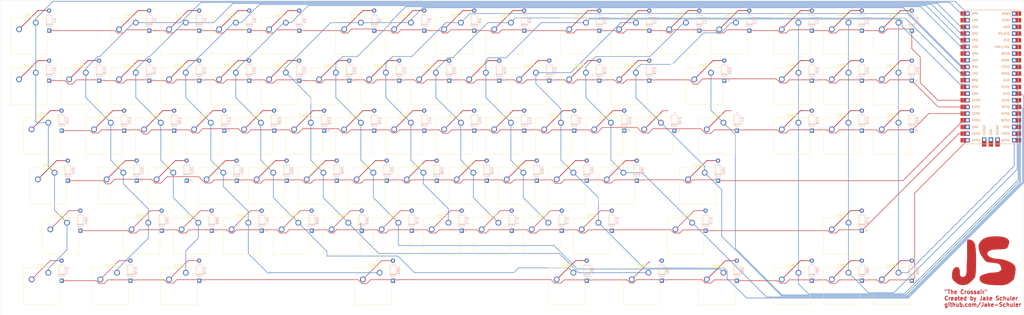
<source format=kicad_pcb>
(kicad_pcb (version 20240108) (generator "pcbnew") (generator_version "8.0")
  (layers (0 "F.Cu" signal) (31 "B.Cu" signal) (34 "B.Paste" user) (35 "F.Paste" user) (36 "B.SilkS" user "B.Silkscreen") (37 "F.SilkS" user "F.Silkscreen") (38 "B.Mask" user) (39 "F.Mask" user) (44 "Edge.Cuts" user))
  (net 0 "")
  (net 1 "Net-(D1-A)")
  (net 2 "Net-(D1-K)")
  (net 3 "Net-(D2-A)")
  (net 4 "Net-(D3-A)")
  (net 5 "Net-(D4-A)")
  (net 6 "Net-(D5-A)")
  (net 7 "Net-(D6-A)")
  (net 8 "Net-(D7-A)")
  (net 9 "Net-(D8-A)")
  (net 10 "Net-(D9-A)")
  (net 11 "Net-(D10-A)")
  (net 12 "Net-(D11-A)")
  (net 13 "Net-(D12-A)")
  (net 14 "Net-(D13-A)")
  (net 15 "Net-(D14-A)")
  (net 16 "Net-(D15-A)")
  (net 17 "Net-(D16-A)")
  (net 18 "Net-(D17-A)")
  (net 19 "Net-(D17-K)")
  (net 20 "Net-(D18-A)")
  (net 21 "Net-(D19-A)")
  (net 22 "Net-(D20-A)")
  (net 23 "Net-(D21-A)")
  (net 24 "Net-(D22-A)")
  (net 25 "Net-(D23-A)")
  (net 26 "Net-(D24-A)")
  (net 27 "Net-(D25-A)")
  (net 28 "Net-(D26-A)")
  (net 29 "Net-(D27-A)")
  (net 30 "Net-(D28-A)")
  (net 31 "Net-(D29-A)")
  (net 32 "Net-(D30-A)")
  (net 33 "Net-(D31-A)")
  (net 34 "Net-(D32-A)")
  (net 35 "Net-(D33-A)")
  (net 36 "Net-(D34-A)")
  (net 37 "Net-(D35-A)")
  (net 38 "Net-(D36-A)")
  (net 39 "Net-(D37-A)")
  (net 40 "Net-(D38-A)")
  (net 41 "Net-(D39-A)")
  (net 42 "Net-(D40-A)")
  (net 43 "Net-(D41-A)")
  (net 44 "Net-(D42-A)")
  (net 45 "Net-(D43-A)")
  (net 46 "Net-(D44-A)")
  (net 47 "Net-(D45-A)")
  (net 48 "Net-(D46-A)")
  (net 49 "Net-(D47-A)")
  (net 50 "Net-(D48-A)")
  (net 51 "Net-(D49-A)")
  (net 52 "Net-(D50-A)")
  (net 53 "Net-(D51-A)")
  (net 54 "Net-(D52-A)")
  (net 55 "Net-(D53-A)")
  (net 56 "Net-(D54-A)")
  (net 57 "Net-(D55-A)")
  (net 58 "Net-(D56-A)")
  (net 59 "Net-(D57-A)")
  (net 60 "Net-(D58-A)")
  (net 61 "Net-(D59-A)")
  (net 62 "Net-(D60-A)")
  (net 63 "Net-(D61-A)")
  (net 64 "Net-(D62-A)")
  (net 65 "Net-(D63-A)")
  (net 66 "Net-(D64-A)")
  (net 67 "Net-(D65-A)")
  (net 68 "Net-(D66-A)")
  (net 69 "Net-(D67-A)")
  (net 70 "Net-(D68-A)")
  (net 71 "Net-(D69-A)")
  (net 72 "Net-(D70-A)")
  (net 73 "Net-(D71-A)")
  (net 74 "Net-(D72-A)")
  (net 75 "Net-(D73-A)")
  (net 76 "Net-(D74-A)")
  (net 77 "Net-(D75-A)")
  (net 78 "Net-(D76-A)")
  (net 79 "Net-(D77-A)")
  (net 80 "Net-(D78-A)")
  (net 81 "Net-(D79-A)")
  (net 82 "Net-(D80-A)")
  (net 83 "Net-(D81-A)")
  (net 84 "Net-(D82-A)")
  (net 85 "Net-(D83-A)")
  (net 86 "Net-(D84-A)")
  (net 87 "Net-(D85-A)")
  (net 88 "Net-(D86-A)")
  (net 89 "Net-(U1-GPIO18)")
  (net 90 "Net-(U1-GPIO17)")
  (net 91 "Net-(U1-GPIO16)")
  (net 92 "Net-(U1-GPIO0)")
  (net 93 "Net-(U1-GPIO1)")
  (net 94 "Net-(U1-GPIO2)")
  (net 95 "Net-(U1-GPIO3)")
  (net 96 "Net-(U1-GPIO4)")
  (net 97 "Net-(U1-GPIO5)")
  (net 98 "Net-(U1-GPIO6)")
  (net 99 "Net-(U1-GPIO7)")
  (net 100 "Net-(U1-GPIO8)")
  (net 101 "Net-(U1-GPIO9)")
  (net 102 "Net-(U1-GPIO22)")
  (net 103 "Net-(U1-GPIO21)")
  (net 104 "Net-(U1-GPIO20)")
  (net 105 "Net-(U1-GPIO19)")
  (net 126 "Net-(D34-K)")
  (net 127 "Net-(D51-K)")
  (net 128 "Net-(D64-K)")
  (net 129 "Net-(D77-K)")
  (footprint "Button_Switch_Keyboard:SW_Cherry_MX_1.00u_PCB" (layer "F.Cu") (at 233.3625 114.3)
    (property "Reference" "SW73")
    (property "Value" "SW_Push")
  )
  (footprint "Button_Switch_Keyboard:SW_Cherry_MX_1.00u_PCB" (layer "F.Cu") (at 109.5375 95.25)
    (property "Reference" "SW54")
    (property "Value" "SW_Push")
  )
  (footprint "Button_Switch_Keyboard:SW_Cherry_MX_1.00u_PCB" (layer "F.Cu") (at 328.6125 38.1)
    (property "Reference" "SW14")
    (property "Value" "SW_Push")
  )
  (footprint "Button_Switch_Keyboard:SW_Cherry_MX_2.00u_PCB" (layer "F.Cu") (at 295.275 57.15)
    (property "Reference" "SW30")
    (property "Value" "SW_Push")
  )
  (footprint "Button_Switch_Keyboard:SW_Cherry_MX_1.00u_PCB" (layer "F.Cu") (at 304.8 38.1)
    (property "Reference" "SW13")
    (property "Value" "SW_Push")
  )
  (footprint "Button_Switch_Keyboard:SW_Cherry_MX_1.00u_PCB" (layer "F.Cu") (at 90.4875 95.25)
    (property "Reference" "SW53")
    (property "Value" "SW_Push")
  )
  (footprint "Button_Switch_Keyboard:SW_Cherry_MX_1.00u_PCB" (layer "F.Cu") (at 85.725 76.2)
    (property "Reference" "SW36")
    (property "Value" "SW_Push")
  )
  (footprint "Button_Switch_Keyboard:SW_Cherry_MX_1.00u_PCB" (layer "F.Cu") (at 200.025 76.2)
    (property "Reference" "SW42")
    (property "Value" "SW_Push")
  )
  (footprint "Button_Switch_Keyboard:SW_Cherry_MX_1.00u_PCB" (layer "F.Cu") (at 171.45 57.15)
    (property "Reference" "SW24")
    (property "Value" "SW_Push")
  )
  (footprint "Button_Switch_Keyboard:SW_Cherry_MX_1.25u_PCB" (layer "F.Cu") (at 69.05625 133.35)
    (property "Reference" "SW78")
    (property "Value" "SW_Push")
  )
  (footprint "Button_Switch_Keyboard:SW_Cherry_MX_1.00u_PCB" (layer "F.Cu") (at 38.1 38.1)
    (property "Reference" "SW1")
    (property "Value" "SW_Push")
  )
  (footprint "Button_Switch_Keyboard:SW_Cherry_MX_1.00u_PCB" (layer "F.Cu") (at 347.6625 76.2)
    (property "Reference" "SW49")
    (property "Value" "SW_Push")
  )
  (footprint "Button_Switch_Keyboard:SW_Cherry_MX_1.00u_PCB" (layer "F.Cu") (at 76.2 57.15)
    (property "Reference" "SW19")
    (property "Value" "SW_Push")
  )
  (footprint "ScottoKeebs_MCU:Raspberry_Pi_Pico" (layer "F.Cu") (at 401.89 58.77)
    (property "Reference" "U1" (hide yes))
    (property "Value" "Raspberry_Pi_Pico" (hide yes))
  )
  (footprint "Button_Switch_Keyboard:SW_Cherry_MX_1.00u_PCB" (layer "F.Cu") (at 266.7 57.15)
    (property "Reference" "SW29")
    (property "Value" "SW_Push")
  )
  (footprint "Button_Switch_Keyboard:SW_Cherry_MX_1.00u_PCB" (layer "F.Cu") (at 366.7125 38.1)
    (property "Reference" "SW16")
    (property "Value" "SW_Push")
  )
  (footprint "Button_Switch_Keyboard:SW_Cherry_MX_1.00u_PCB" (layer "F.Cu") (at 228.6 57.15)
    (property "Reference" "SW27")
    (property "Value" "SW_Push")
  )
  (footprint "Button_Switch_Keyboard:SW_Cherry_MX_1.50u_PCB" (layer "F.Cu") (at 95.25 133.35)
    (property "Reference" "SW79")
    (property "Value" "SW_Push")
  )
  (footprint "Button_Switch_Keyboard:SW_Cherry_MX_1.00u_PCB" (layer "F.Cu") (at 133.35 38.1)
    (property "Reference" "SW5")
    (property "Value" "SW_Push")
  )
  (footprint "Button_Switch_Keyboard:SW_Cherry_MX_1.00u_PCB" (layer "F.Cu") (at 38.1 57.15)
    (property "Reference" "SW17")
    (property "Value" "SW_Push")
  )
  (footprint "Button_Switch_Keyboard:SW_Cherry_MX_1.00u_PCB" (layer "F.Cu") (at 347.6625 38.1)
    (property "Reference" "SW15")
    (property "Value" "SW_Push")
  )
  (footprint "Button_Switch_Keyboard:SW_Cherry_MX_1.00u_PCB" (layer "F.Cu") (at 123.825 76.2)
    (property "Reference" "SW38")
    (property "Value" "SW_Push")
  )
  (footprint "Button_Switch_Keyboard:SW_Cherry_MX_1.75u_PCB" (layer "F.Cu") (at 45.24375 95.25)
    (property "Reference" "SW51")
    (property "Value" "SW_Push")
  )
  (footprint "Button_Switch_Keyboard:SW_Cherry_MX_1.00u_PCB" (layer "F.Cu") (at 95.25 57.15)
    (property "Reference" "SW20")
    (property "Value" "SW_Push")
  )
  (footprint "Button_Switch_Keyboard:SW_Cherry_MX_1.00u_PCB" (layer "F.Cu") (at 347.6625 133.35)
    (property "Reference" "SW85")
    (property "Value" "SW_Push")
  )
  (footprint "Button_Switch_Keyboard:SW_Cherry_MX_1.50u_PCB" (layer "F.Cu") (at 42.8625 76.2)
    (property "Reference" "SW34")
    (property "Value" "SW_Push")
  )
  (footprint "Button_Switch_Keyboard:SW_Cherry_MX_1.00u_PCB" (layer "F.Cu") (at 247.65 38.1)
    (property "Reference" "SW10")
    (property "Value" "SW_Push")
  )
  (footprint "Button_Switch_Keyboard:SW_Cherry_MX_1.50u_PCB" (layer "F.Cu") (at 242.8875 133.35)
    (property "Reference" "SW81")
    (property "Value" "SW_Push")
  )
  (footprint "Button_Switch_Keyboard:SW_Cherry_MX_1.00u_PCB" (layer "F.Cu") (at 114.3 38.1)
    (property "Reference" "SW4")
    (property "Value" "SW_Push")
  )
  (footprint "Button_Switch_Keyboard:SW_Cherry_MX_2.25u_PCB" (layer "F.Cu") (at 50.00625 114.3)
    (property "Reference" "SW64")
    (property "Value" "SW_Push")
  )
  (footprint "Button_Switch_Keyboard:SW_Cherry_MX_2.25u_PCB" (layer "F.Cu") (at 292.89375 95.25)
    (property "Reference" "SW63")
    (property "Value" "SW_Push")
  )
  (footprint "Button_Switch_Keyboard:SW_Cherry_MX_1.00u_PCB" (layer "F.Cu") (at 114.3 57.15)
    (property "Reference" "SW21")
    (property "Value" "SW_Push")
  )
  (footprint "Button_Switch_Keyboard:SW_Cherry_MX_1.00u_PCB" (layer "F.Cu") (at 328.6125 57.15)
    (property "Reference" "SW31")
    (property "Value" "SW_Push")
  )
  (footprint "Button_Switch_Keyboard:SW_Cherry_MX_1.00u_PCB" (layer "F.Cu") (at 266.7 38.1)
    (property "Reference" "SW11")
    (property "Value" "SW_Push")
  )
  (footprint "Button_Switch_Keyboard:SW_Cherry_MX_1.00u_PCB" (layer "F.Cu") (at 209.55 57.15)
    (property "Reference" "SW26")
    (property "Value" "SW_Push")
  )
  (footprint "Button_Switch_Keyboard:SW_Cherry_MX_1.50u_PCB" (layer "F.Cu") (at 42.8625 133.35)
    (property "Reference" "SW77")
    (property "Value" "SW_Push")
  )
  (footprint "Button_Switch_Keyboard:SW_Cherry_MX_1.00u_PCB" (layer "F.Cu") (at 147.6375 95.25)
    (property "Reference" "SW56")
    (property "Value" "SW_Push")
  )
  (footprint "Button_Switch_Keyboard:SW_Cherry_MX_1.00u_PCB" (layer "F.Cu") (at 366.7125 57.15)
    (property "Reference" "SW33")
    (property "Value" "SW_Push")
  )
  (footprint "Button_Switch_Keyboard:SW_Cherry_MX_2.75u_PCB" (layer "F.Cu") (at 288.13125 114.3)
    (property "Reference" "SW75")
    (property "Value" "SW_Push")
  )
  (footprint "Button_Switch_Keyboard:SW_Cherry_MX_1.00u_PCB" (layer "F.Cu") (at 347.6625 57.15)
    (property "Reference" "SW32")
    (property "Value" "SW_Push")
  )
  (footprint "Button_Switch_Keyboard:SW_Cherry_MX_1.00u_PCB" (layer "F.Cu") (at 257.175 76.2)
    (property "Reference" "SW45")
    (property "Value" "SW_Push")
  )
  (footprint "Button_Switch_Keyboard:SW_Cherry_MX_1.00u_PCB" (layer "F.Cu") (at 80.9625 114.3)
    (property "Reference" "SW65")
    (property "Value" "SW_Push")
  )
  (footprint "Button_Switch_Keyboard:SW_Cherry_MX_1.50u_PCB" (layer "F.Cu") (at 300.0375 133.35)
    (property "Reference" "SW83")
    (property "Value" "SW_Push")
  )
  (footprint "Button_Switch_Keyboard:SW_Cherry_MX_1.00u_PCB" (layer "F.Cu") (at 76.2 38.1)
    (property "Reference" "SW2")
    (property "Value" "SW_Push")
  )
  (footprint "Button_Switch_Keyboard:SW_Cherry_MX_1.00u_PCB" (layer "F.Cu") (at 152.4 57.15)
    (property "Reference" "SW23")
    (property "Value" "SW_Push")
  )
  (footprint "Button_Switch_Keyboard:SW_Cherry_MX_1.00u_PCB" (layer "F.Cu") (at 161.925 38.1)
    (property "Reference" "SW6")
    (property "Value" "SW_Push")
  )
  (footprint "Button_Switch_Keyboard:SW_Cherry_MX_1.00u_PCB" (layer "F.Cu") (at 190.5 57.15)
    (property "Reference" "SW25")
    (property "Value" "SW_Push")
  )
  (footprint "Button_Switch_Keyboard:SW_Cherry_MX_1.50u_PCB" (layer "F.Cu") (at 271.4625 133.35)
    (property "Reference" "SW82")
    (property "Value" "SW_Push")
  )
  (footprint "Button_Switch_Keyboard:SW_Cherry_MX_1.00u_PCB" (layer "F.Cu") (at 219.075 38.1)
    (property "Reference" "SW9")
    (property "Value" "SW_Push")
  )
  (footprint "Button_Switch_Keyboard:SW_Cherry_MX_1.00u_PCB" (layer "F.Cu") (at 238.125 76.2)
    (property "Reference" "SW44")
    (property "Value" "SW_Push")
  )
  (footprint "Button_Switch_Keyboard:SW_Cherry_MX_1.00u_PCB" (layer "F.Cu") (at 328.6125 76.2)
    (property "Reference" "SW48")
    (property "Value" "SW_Push")
  )
  (footprint "Button_Switch_Keyboard:SW_Cherry_MX_1.00u_PCB" (layer "F.Cu") (at 100.0125 114.3)
    (property "Reference" "SW66")
    (property "Value" "SW_Push")
  )
  (footprint "Button_Switch_Keyboard:SW_Cherry_MX_1.00u_PCB" (layer "F.Cu") (at 366.7125 76.2)
    (property "Reference" "SW50")
    (property "Value" "SW_Push")
  )
  (footprint "Button_Switch_Keyboard:SW_Cherry_MX_6.25u_PCB" (layer "F.Cu") (at 169.06875 133.35)
    (property "Reference" "SW80")
    (property "Value" "SW_Push")
  )
  (footprint "Button_Switch_Keyboard:SW_Cherry_MX_1.00u_PCB" (layer "F.Cu") (at 128.5875 95.25)
    (property "Reference" "SW55")
    (property "Value" "SW_Push")
  )
  (footprint "Button_Switch_Keyboard:SW_Cherry_MX_1.00u_PCB" (layer "F.Cu") (at 180.975 38.1)
    (property "Reference" "SW7")
    (property "Value" "SW_Push")
  )
  (footprint "Button_Switch_Keyboard:SW_Cherry_MX_1.00u_PCB" (layer "F.Cu") (at 252.4125 114.3)
    (property "Reference" "SW74")
    (property "Value" "SW_Push")
  )
  (footprint "Button_Switch_Keyboard:SW_Cherry_MX_1.00u_PCB" (layer "F.Cu") (at 285.75 38.1)
    (property "Reference" "SW12")
    (property "Value" "SW_Push")
  )
  (footprint "Button_Switch_Keyboard:SW_Cherry_MX_1.00u_PCB" (layer "F.Cu") (at 180.975 76.2)
    (property "Reference" "SW41")
    (property "Value" "SW_Push")
  )
  (footprint "Button_Switch_Keyboard:SW_Cherry_MX_1.00u_PCB" (layer "F.Cu") (at 157.1625 114.3)
    (property "Reference" "SW69")
    (property "Value" "SW_Push")
  )
  (footprint "Button_Switch_Keyboard:SW_Cherry_MX_1.00u_PCB" (layer "F.Cu") (at 185.7375 95.25)
    (property "Reference" "SW58")
    (property "Value" "SW_Push")
  )
  (footprint "Button_Switch_Keyboard:SW_Cherry_MX_1.00u_PCB" (layer "F.Cu") (at 200.025 38.1)
    (property "Reference" "SW8")
    (property "Value" "SW_Push")
  )
  (footprint "Button_Switch_Keyboard:SW_Cherry_MX_1.00u_PCB" (layer "F.Cu") (at 142.875 76.2)
    (property "Reference" "SW39")
    (property "Value" "SW_Push")
  )
  (footprint "Button_Switch_Keyboard:SW_Cherry_MX_1.00u_PCB" (layer "F.Cu") (at 71.4375 95.25)
    (property "Reference" "SW52")
    (property "Value" "SW_Push")
  )
  (footprint "Button_Switch_Keyboard:SW_Cherry_MX_1.00u_PCB" (layer "F.Cu") (at 328.6125 133.35)
    (property "Reference" "SW84")
    (property "Value" "SW_Push")
  )
  (footprint "Button_Switch_Keyboard:SW_Cherry_MX_1.00u_PCB" (layer "F.Cu") (at 347.6625 114.3)
    (property "Reference" "SW76")
    (property "Value" "SW_Push")
  )
  (footprint "Button_Switch_Keyboard:SW_Cherry_MX_1.00u_PCB" (layer "F.Cu") (at 247.65 57.15)
    (property "Reference" "SW28")
    (property "Value" "SW_Push")
  )
  (footprint "Button_Switch_Keyboard:SW_Cherry_MX_1.00u_PCB" (layer "F.Cu") (at 195.2625 114.3)
    (property "Reference" "SW71")
    (property "Value" "SW_Push")
  )
  (footprint "Button_Switch_Keyboard:SW_Cherry_MX_1.00u_PCB" (layer "F.Cu") (at 366.7125 133.35)
    (property "Reference" "SW86")
    (property "Value" "SW_Push")
  )
  (footprint "Button_Switch_Keyboard:SW_Cherry_MX_1.00u_PCB" (layer "F.Cu") (at 57.15 57.15)
    (property "Reference" "SW18")
    (property "Value" "SW_Push")
  )
  (footprint "Button_Switch_Keyboard:SW_Cherry_MX_1.00u_PCB" (layer "F.Cu") (at 104.775 76.2)
    (property "Reference" "SW37")
    (property "Value" "SW_Push")
  )
  (footprint "Button_Switch_Keyboard:SW_Cherry_MX_1.50u_PCB" (layer "F.Cu") (at 300.0375 76.2)
    (property "Reference" "SW47")
    (property "Value" "SW_Push")
  )
  (footprint "Button_Switch_Keyboard:SW_Cherry_MX_1.00u_PCB" (layer "F.Cu") (at 204.7875 95.25)
    (property "Reference" "SW59")
    (property "Value" "SW_Push")
  )
  (footprint "Button_Switch_Keyboard:SW_Cherry_MX_1.00u_PCB" (layer "F.Cu") (at 161.925 76.2)
    (property "Reference" "SW40")
    (property "Value" "SW_Push")
  )
  (footprint "Button_Switch_Keyboard:SW_Cherry_MX_1.00u_PCB" (layer "F.Cu") (at 214.3125 114.3)
    (property "Reference" "SW72")
    (property "Value" "SW_Push")
  )
  (footprint "Button_Switch_Keyboard:SW_Cherry_MX_1.00u_PCB" (layer "F.Cu") (at 133.35 57.15)
    (property "Reference" "SW22")
    (property "Value" "SW_Push")
  )
  (footprint "Button_Switch_Keyboard:SW_Cherry_MX_1.00u_PCB" (layer "F.Cu") (at 138.1125 114.3)
    (property "Reference" "SW68")
    (property "Value" "SW_Push")
  )
  (footprint "Button_Switch_Keyboard:SW_Cherry_MX_1.00u_PCB" (layer "F.Cu") (at 176.2125 114.3)
    (property "Reference" "SW70")
    (property "Value" "SW_Push")
  )
  (footprint "Button_Switch_Keyboard:SW_Cherry_MX_1.00u_PCB" (layer "F.Cu") (at 66.675 76.2)
    (property "Reference" "SW35")
    (property "Value" "SW_Push")
  )
  (footprint "Button_Switch_Keyboard:SW_Cherry_MX_1.00u_PCB" (layer "F.Cu") (at 219.075 76.2)
    (property "Reference" "SW43")
    (property "Value" "SW_Push")
  )
  (footprint "Button_Switch_Keyboard:SW_Cherry_MX_1.00u_PCB" (layer "F.Cu") (at 223.8375 95.25)
    (property "Reference" "SW60")
    (property "Value" "SW_Push")
  )
  (footprint "Button_Switch_Keyboard:SW_Cherry_MX_1.00u_PCB" (layer "F.Cu") (at 261.9375 95.25)
    (property "Reference" "SW62")
    (property "Value" "SW_Push")
  )
  (footprint "Button_Switch_Keyboard:SW_Cherry_MX_1.00u_PCB" (layer "F.Cu") (at 166.6875 95.25)
    (property "Reference" "SW57")
    (property "Value" "SW_Push")
  )
  (footprint "Button_Switch_Keyboard:SW_Cherry_MX_1.00u_PCB" (layer "F.Cu") (at 276.225 76.2)
    (property "Reference" "SW46")
    (property "Value" "SW_Push")
  )
  (footprint "Button_Switch_Keyboard:SW_Cherry_MX_1.00u_PCB" (layer "F.Cu") (at 119.0625 114.3)
    (property "Reference" "SW67")
    (property "Value" "SW_Push")
  )
  (footprint "Button_Switch_Keyboard:SW_Cherry_MX_1.00u_PCB" (layer "F.Cu") (at 242.8875 95.25)
    (property "Reference" "SW61")
    (property "Value" "SW_Push")
  )
  (footprint "Button_Switch_Keyboard:SW_Cherry_MX_1.00u_PCB" (layer "F.Cu") (at 95.25 38.1)
    (property "Reference" "SW3")
    (property "Value" "SW_Push")
  )
  (footprint "Diode_THT:D_DO-35_SOD27_P7.62mm_Horizontal" (layer "B.Cu") (at 147.955 79.23 90)
    (property "Reference" "D39")
    (property "Value" "D")
  )
  (footprint "Diode_THT:D_DO-35_SOD27_P7.62mm_Horizontal" (layer "B.Cu") (at 47.9425 136.38 90)
    (property "Reference" "D77")
    (property "Value" "D")
  )
  (footprint "Diode_THT:D_DO-35_SOD27_P7.62mm_Horizontal" (layer "B.Cu") (at 74.13625 136.38 90)
    (property "Reference" "D78")
    (property "Value" "D")
  )
  (footprint "Diode_THT:D_DO-35_SOD27_P7.62mm_Horizontal" (layer "B.Cu") (at 152.7175 98.28 90)
    (property "Reference" "D56")
    (property "Value" "D")
  )
  (footprint "Diode_THT:D_DO-35_SOD27_P7.62mm_Horizontal" (layer "B.Cu") (at 86.0425 117.33 90)
    (property "Reference" "D65")
    (property "Value" "D")
  )
  (footprint "Diode_THT:D_DO-35_SOD27_P7.62mm_Horizontal" (layer "B.Cu") (at 333.6925 136.38 90)
    (property "Reference" "D84")
    (property "Value" "D")
  )
  (footprint "Diode_THT:D_DO-35_SOD27_P7.62mm_Horizontal" (layer "B.Cu") (at 62.23 60.18 90)
    (property "Reference" "D18")
    (property "Value" "D")
  )
  (footprint "Diode_THT:D_DO-35_SOD27_P7.62mm_Horizontal" (layer "B.Cu") (at 290.83 41.13 90)
    (property "Reference" "D12")
    (property "Value" "D")
  )
  (footprint "Diode_THT:D_DO-35_SOD27_P7.62mm_Horizontal" (layer "B.Cu") (at 257.4925 117.33 90)
    (property "Reference" "D74")
    (property "Value" "D")
  )
  (footprint "Diode_THT:D_DO-35_SOD27_P7.62mm_Horizontal" (layer "B.Cu") (at 138.43 41.13 90)
    (property "Reference" "D5")
    (property "Value" "D")
  )
  (footprint "Diode_THT:D_DO-35_SOD27_P7.62mm_Horizontal" (layer "B.Cu") (at 119.38 41.13 90)
    (property "Reference" "D4")
    (property "Value" "D")
  )
  (footprint "Diode_THT:D_DO-35_SOD27_P7.62mm_Horizontal" (layer "B.Cu") (at 81.28 60.18 90)
    (property "Reference" "D19")
    (property "Value" "D")
  )
  (footprint "Diode_THT:D_DO-35_SOD27_P7.62mm_Horizontal" (layer "B.Cu") (at 252.73 60.18 90)
    (property "Reference" "D28")
    (property "Value" "D")
  )
  (footprint "Diode_THT:D_DO-35_SOD27_P7.62mm_Horizontal" (layer "B.Cu") (at 352.7425 41.13 90)
    (property "Reference" "D15")
    (property "Value" "D")
  )
  (footprint "Diode_THT:D_DO-35_SOD27_P7.62mm_Horizontal" (layer "B.Cu") (at 186.055 79.23 90)
    (property "Reference" "D41")
    (property "Value" "D")
  )
  (footprint "Diode_THT:D_DO-35_SOD27_P7.62mm_Horizontal" (layer "B.Cu") (at 171.7675 98.28 90)
    (property "Reference" "D57")
    (property "Value" "D")
  )
  (footprint "Diode_THT:D_DO-35_SOD27_P7.62mm_Horizontal" (layer "B.Cu") (at 90.805 79.23 90)
    (property "Reference" "D36")
    (property "Value" "D")
  )
  (footprint "Diode_THT:D_DO-35_SOD27_P7.62mm_Horizontal" (layer "B.Cu") (at 305.1175 79.23 90)
    (property "Reference" "D47")
    (property "Value" "D")
  )
  (footprint "Diode_THT:D_DO-35_SOD27_P7.62mm_Horizontal" (layer "B.Cu") (at 371.7925 136.38 90)
    (property "Reference" "D86")
    (property "Value" "D")
  )
  (footprint "Diode_THT:D_DO-35_SOD27_P7.62mm_Horizontal" (layer "B.Cu") (at 371.7925 41.13 90)
    (property "Reference" "D16")
    (property "Value" "D")
  )
  (footprint "Diode_THT:D_DO-35_SOD27_P7.62mm_Horizontal" (layer "B.Cu") (at 43.18 41.13 90)
    (property "Reference" "D1")
    (property "Value" "D")
  )
  (footprint "Diode_THT:D_DO-35_SOD27_P7.62mm_Horizontal" (layer "B.Cu") (at 95.5675 98.28 90)
    (property "Reference" "D53")
    (property "Value" "D")
  )
  (footprint "Diode_THT:D_DO-35_SOD27_P7.62mm_Horizontal" (layer "B.Cu") (at 276.5425 136.38 90)
    (property "Reference" "D82")
    (property "Value" "D")
  )
  (footprint "Diode_THT:D_DO-35_SOD27_P7.62mm_Horizontal" (layer "B.Cu") (at 124.1425 117.33 90)
    (property "Reference" "D67")
    (property "Value" "D")
  )
  (footprint "Diode_THT:D_DO-35_SOD27_P7.62mm_Horizontal" (layer "B.Cu") (at 333.6925 60.18 90)
    (property "Reference" "D31")
    (property "Value" "D")
  )
  (footprint "Diode_THT:D_DO-35_SOD27_P7.62mm_Horizontal" (layer "B.Cu") (at 71.755 79.23 90)
    (property "Reference" "D35")
    (property "Value" "D")
  )
  (footprint "Diode_THT:D_DO-35_SOD27_P7.62mm_Horizontal" (layer "B.Cu") (at 333.6925 41.13 90)
    (property "Reference" "D14")
    (property "Value" "D")
  )
  (footprint "Diode_THT:D_DO-35_SOD27_P7.62mm_Horizontal" (layer "B.Cu") (at 224.155 79.23 90)
    (property "Reference" "D43")
    (property "Value" "D")
  )
  (footprint "Diode_THT:D_DO-35_SOD27_P7.62mm_Horizontal" (layer "B.Cu") (at 100.33 136.38 90)
    (property "Reference" "D79")
    (property "Value" "D")
  )
  (footprint "Diode_THT:D_DO-35_SOD27_P7.62mm_Horizontal" (layer "B.Cu") (at 55.08625 117.33 90)
    (property "Reference" "D64")
    (property "Value" "D")
  )
  (footprint "Diode_THT:D_DO-35_SOD27_P7.62mm_Horizontal" (layer "B.Cu") (at 133.6675 98.28 90)
    (property "Reference" "D55")
    (property "Value" "D")
  )
  (footprint "Diode_THT:D_DO-35_SOD27_P7.62mm_Horizontal" (layer "B.Cu") (at 293.21125 117.33 90)
    (property "Reference" "D75")
    (property "Value" "D")
  )
  (footprint "Diode_THT:D_DO-35_SOD27_P7.62mm_Horizontal" (layer "B.Cu") (at 224.155 41.13 90)
    (property "Reference" "D9")
    (property "Value" "D")
  )
  (footprint "Diode_THT:D_DO-35_SOD27_P7.62mm_Horizontal" (layer "B.Cu") (at 219.3925 117.33 90)
    (property "Reference" "D72")
    (property "Value" "D")
  )
  (footprint "Diode_THT:D_DO-35_SOD27_P7.62mm_Horizontal" (layer "B.Cu") (at 128.905 79.23 90)
    (property "Reference" "D38")
    (property "Value" "D")
  )
  (footprint "Diode_THT:D_DO-35_SOD27_P7.62mm_Horizontal" (layer "B.Cu") (at 119.38 60.18 90)
    (property "Reference" "D21")
    (property "Value" "D")
  )
  (footprint "Diode_THT:D_DO-35_SOD27_P7.62mm_Horizontal" (layer "B.Cu") (at 50.32375 98.28 90)
    (property "Reference" "D51")
    (property "Value" "D")
  )
  (footprint "Diode_THT:D_DO-35_SOD27_P7.62mm_Horizontal" (layer "B.Cu") (at 247.9675 136.38 90)
    (property "Reference" "D81")
    (property "Value" "D")
  )
  (footprint "Diode_THT:D_DO-35_SOD27_P7.62mm_Horizontal" (layer "B.Cu") (at 252.73 41.13 90)
    (property "Reference" "D10")
    (property "Value" "D")
  )
  (footprint "Diode_THT:D_DO-35_SOD27_P7.62mm_Horizontal" (layer "B.Cu") (at 143.1925 117.33 90)
    (property "Reference" "D68")
    (property "Value" "D")
  )
  (footprint "Diode_THT:D_DO-35_SOD27_P7.62mm_Horizontal" (layer "B.Cu") (at 262.255 79.23 90)
    (property "Reference" "D45")
    (property "Value" "D")
  )
  (footprint "Diode_THT:D_DO-35_SOD27_P7.62mm_Horizontal" (layer "B.Cu") (at 186.055 41.13 90)
    (property "Reference" "D7")
    (property "Value" "D")
  )
  (footprint "Diode_THT:D_DO-35_SOD27_P7.62mm_Horizontal" (layer "B.Cu") (at 157.48 60.18 90)
    (property "Reference" "D23")
    (property "Value" "D")
  )
  (footprint "Diode_THT:D_DO-35_SOD27_P7.62mm_Horizontal" (layer "B.Cu") (at 228.9175 98.28 90)
    (property "Reference" "D60")
    (property "Value" "D")
  )
  (footprint "Diode_THT:D_DO-35_SOD27_P7.62mm_Horizontal" (layer "B.Cu") (at 105.0925 117.33 90)
    (property "Reference" "D66")
    (property "Value" "D")
  )
  (footprint "Diode_THT:D_DO-35_SOD27_P7.62mm_Horizontal" (layer "B.Cu") (at 333.6925 79.23 90)
    (property "Reference" "D48")
    (property "Value" "D")
  )
  (footprint "Diode_THT:D_DO-35_SOD27_P7.62mm_Horizontal" (layer "B.Cu") (at 297.97375 98.28 90)
    (property "Reference" "D63")
    (property "Value" "D")
  )
  (footprint "Diode_THT:D_DO-35_SOD27_P7.62mm_Horizontal" (layer "B.Cu") (at 162.2425 117.33 90)
    (property "Reference" "D69")
    (property "Value" "D")
  )
  (footprint "Diode_THT:D_DO-35_SOD27_P7.62mm_Horizontal" (layer "B.Cu") (at 43.18 60.18 90)
    (property "Reference" "D17")
    (property "Value" "D")
  )
  (footprint "Diode_THT:D_DO-35_SOD27_P7.62mm_Horizontal" (layer "B.Cu") (at 205.105 79.23 90)
    (property "Reference" "D42")
    (property "Value" "D")
  )
  (footprint "Diode_THT:D_DO-35_SOD27_P7.62mm_Horizontal" (layer "B.Cu") (at 114.6175 98.28 90)
    (property "Reference" "D54")
    (property "Value" "D")
  )
  (footprint "Diode_THT:D_DO-35_SOD27_P7.62mm_Horizontal" (layer "B.Cu") (at 138.43 60.18 90)
    (property "Reference" "D22")
    (property "Value" "D")
  )
  (footprint "Diode_THT:D_DO-35_SOD27_P7.62mm_Horizontal" (layer "B.Cu") (at 100.33 41.13 90)
    (property "Reference" "D3")
    (property "Value" "D")
  )
  (footprint "Diode_THT:D_DO-35_SOD27_P7.62mm_Horizontal" (layer "B.Cu") (at 271.78 60.18 90)
    (property "Reference" "D29")
    (property "Value" "D")
  )
  (footprint "Diode_THT:D_DO-35_SOD27_P7.62mm_Horizontal" (layer "B.Cu") (at 209.8675 98.28 90)
    (property "Reference" "D59")
    (property "Value" "D")
  )
  (footprint "Diode_THT:D_DO-35_SOD27_P7.62mm_Horizontal" (layer "B.Cu") (at 76.5175 98.28 90)
    (property "Reference" "D52")
    (property "Value" "D")
  )
  (footprint "Diode_THT:D_DO-35_SOD27_P7.62mm_Horizontal" (layer "B.Cu") (at 47.9425 79.23 90)
    (property "Reference" "D34")
    (property "Value" "D")
  )
  (footprint "Diode_THT:D_DO-35_SOD27_P7.62mm_Horizontal" (layer "B.Cu") (at 305.1175 136.38 90)
    (property "Reference" "D83")
    (property "Value" "D")
  )
  (footprint "Diode_THT:D_DO-35_SOD27_P7.62mm_Horizontal" (layer "B.Cu") (at 214.63 60.18 90)
    (property "Reference" "D26")
    (property "Value" "D")
  )
  (footprint "Diode_THT:D_DO-35_SOD27_P7.62mm_Horizontal" (layer "B.Cu") (at 247.9675 98.28 90)
    (property "Reference" "D61")
    (property "Value" "D")
  )
  (footprint "Diode_THT:D_DO-35_SOD27_P7.62mm_Horizontal" (layer "B.Cu") (at 176.53 60.18 90)
    (property "Reference" "D24")
    (property "Value" "D")
  )
  (footprint "Diode_THT:D_DO-35_SOD27_P7.62mm_Horizontal" (layer "B.Cu") (at 238.4425 117.33 90)
    (property "Reference" "D73")
    (property "Value" "D")
  )
  (footprint "Diode_THT:D_DO-35_SOD27_P7.62mm_Horizontal" (layer "B.Cu") (at 352.7425 79.23 90)
    (property "Reference" "D49")
    (property "Value" "D")
  )
  (footprint "Diode_THT:D_DO-35_SOD27_P7.62mm_Horizontal" (layer "B.Cu") (at 205.105 41.13 90)
    (property "Reference" "D8")
    (property "Value" "D")
  )
  (footprint "Diode_THT:D_DO-35_SOD27_P7.62mm_Horizontal" (layer "B.Cu") (at 181.2925 117.33 90)
    (property "Reference" "D70")
    (property "Value" "D")
  )
  (footprint "Diode_THT:D_DO-35_SOD27_P7.62mm_Horizontal" (layer "B.Cu") (at 233.68 60.18 90)
    (property "Reference" "D27")
    (property "Value" "D")
  )
  (footprint "Diode_THT:D_DO-35_SOD27_P7.62mm_Horizontal" (layer "B.Cu") (at 371.7925 79.23 90)
    (property "Reference" "D50")
    (property "Value" "D")
  )
  (footprint "Diode_THT:D_DO-35_SOD27_P7.62mm_Horizontal" (layer "B.Cu") (at 352.7425 136.38 90)
    (property "Reference" "D85")
    (property "Value" "D")
  )
  (footprint "Diode_THT:D_DO-35_SOD27_P7.62mm_Horizontal" (layer "B.Cu") (at 190.8175 98.28 90)
    (property "Reference" "D58")
    (property "Value" "D")
  )
  (footprint "Diode_THT:D_DO-35_SOD27_P7.62mm_Horizontal" (layer "B.Cu") (at 81.28 41.13 90)
    (property "Reference" "D2")
    (property "Value" "D")
  )
  (footprint "Diode_THT:D_DO-35_SOD27_P7.62mm_Horizontal" (layer "B.Cu") (at 100.33 60.18 90)
    (property "Reference" "D20")
    (property "Value" "D")
  )
  (footprint "Diode_THT:D_DO-35_SOD27_P7.62mm_Horizontal" (layer "B.Cu") (at 109.855 79.23 90)
    (property "Reference" "D37")
    (property "Value" "D")
  )
  (footprint "Diode_THT:D_DO-35_SOD27_P7.62mm_Horizontal" (layer "B.Cu") (at 352.7425 117.33 90)
    (property "Reference" "D76")
    (property "Value" "D")
  )
  (footprint "Diode_THT:D_DO-35_SOD27_P7.62mm_Horizontal" (layer "B.Cu") (at 174.14875 136.38 90)
    (property "Reference" "D80")
    (property "Value" "D")
  )
  (footprint "Diode_THT:D_DO-35_SOD27_P7.62mm_Horizontal" (layer "B.Cu") (at 309.88 41.13 90)
    (property "Reference" "D13")
    (property "Value" "D")
  )
  (footprint "Diode_THT:D_DO-35_SOD27_P7.62mm_Horizontal" (layer "B.Cu") (at 167.005 79.23 90)
    (property "Reference" "D40")
    (property "Value" "D")
  )
  (footprint "Diode_THT:D_DO-35_SOD27_P7.62mm_Horizontal" (layer "B.Cu") (at 200.3425 117.33 90)
    (property "Reference" "D71")
    (property "Value" "D")
  )
  (footprint "Diode_THT:D_DO-35_SOD27_P7.62mm_Horizontal" (layer "B.Cu") (at 167.005 41.13 90)
    (property "Reference" "D6")
    (property "Value" "D")
  )
  (footprint "Diode_THT:D_DO-35_SOD27_P7.62mm_Horizontal" (layer "B.Cu") (at 281.305 79.23 90)
    (property "Reference" "D46")
    (property "Value" "D")
  )
  (footprint "Diode_THT:D_DO-35_SOD27_P7.62mm_Horizontal" (layer "B.Cu") (at 195.58 60.18 90)
    (property "Reference" "D25")
    (property "Value" "D")
  )
  (footprint "Diode_THT:D_DO-35_SOD27_P7.62mm_Horizontal" (layer "B.Cu") (at 271.78 41.13 90)
    (property "Reference" "D11")
    (property "Value" "D")
  )
  (footprint "Diode_THT:D_DO-35_SOD27_P7.62mm_Horizontal" (layer "B.Cu") (at 371.7925 60.18 90)
    (property "Reference" "D33")
    (property "Value" "D")
  )
  (footprint "Diode_THT:D_DO-35_SOD27_P7.62mm_Horizontal" (layer "B.Cu") (at 300.355 60.18 90)
    (property "Reference" "D30")
    (property "Value" "D")
  )
  (footprint "Diode_THT:D_DO-35_SOD27_P7.62mm_Horizontal" (layer "B.Cu") (at 352.7425 60.18 90)
    (property "Reference" "D32")
    (property "Value" "D")
  )
  (footprint "Diode_THT:D_DO-35_SOD27_P7.62mm_Horizontal" (layer "B.Cu") (at 243.205 79.23 90)
    (property "Reference" "D44")
    (property "Value" "D")
  )
  (footprint "Diode_THT:D_DO-35_SOD27_P7.62mm_Horizontal" (layer "B.Cu") (at 267.0175 98.28 90)
    (property "Reference" "D62")
    (property "Value" "D")
  )
  (gr_poly (pts (xy 404.658914 119.525375) (xy 405.459222 119.588401) (xy 406.226882 119.701605) (xy 406.591336 119.77883) (xy 406.939068 119.870767) (xy 407.267224 119.978139) (xy 407.572952 120.101669) (xy 407.853398 120.242078) (xy 408.105709 120.40009) (xy 408.327031 120.576426) (xy 408.514511 120.77181) (xy 408.665296 120.986965) (xy 408.776532 121.222611) (xy 408.845367 121.479473) (xy 408.868945 121.758272) (xy 408.866917 121.820294) (xy 408.861051 121.886185) (xy 408.85168 121.95551) (xy 408.839132 122.027835) (xy 408.823739 122.102725) (xy 408.805831 122.179746) (xy 408.76379 122.338441) (xy 408.715654 122.500443) (xy 408.664065 122.662277) (xy 408.561102 122.971532) (xy 408.506812 123.130846) (xy 408.44894 123.287162) (xy 408.41779 123.363664) (xy 408.384699 123.438777) (xy 408.34932 123.512287) (xy 408.311303 123.583983) (xy 408.2703 123.65365) (xy 408.225963 123.721076) (xy 408.177943 123.786047) (xy 408.125892 123.848349) (xy 408.069462 123.907771) (xy 408.008303 123.964098) (xy 407.942068 124.017117) (xy 407.870409 124.066616) (xy 407.805706 124.10151) (xy 407.724275 124.134585) (xy 407.515616 124.195489) (xy 407.253214 124.249741) (xy 406.945849 124.297757) (xy 406.231362 124.376741) (xy 405.44241 124.435761) (xy 404.649247 124.478136) (xy 403.922129 124.507186) (xy 402.947041 124.538593) (xy 402.665219 124.585129) (xy 402.432339 124.640289) (xy 402.159944 124.717351) (xy 401.864378 124.816794) (xy 401.561991 124.939098) (xy 401.269127 125.084742) (xy 401.131376 125.166466) (xy 401.002135 125.254205) (xy 400.883449 125.348019) (xy 400.777361 125.447968) (xy 400.685915 125.554111) (xy 400.611152 125.666509) (xy 400.555118 125.785222) (xy 400.519856 125.910309) (xy 400.507408 126.041831) (xy 400.519818 126.179847) (xy 400.559129 126.324418) (xy 400.627386 126.475603) (xy 400.72663 126.633462) (xy 400.858906 126.798056) (xy 401.026257 126.969444) (xy 401.230727 127.147686) (xy 401.474358 127.332842) (xy 401.759193 127.524972) (xy 401.793371 127.539658) (xy 401.827812 127.553306) (xy 401.862476 127.566068) (xy 401.897323 127.578093) (xy 401.967405 127.600535) (xy 402.037735 127.621836) (xy 402.10799 127.643198) (xy 402.177848 127.665826) (xy 402.212527 127.677991) (xy 402.246986 127.690923) (xy 402.281185 127.704773) (xy 402.315083 127.719691) (xy 402.375766 127.745975) (xy 402.438031 127.769976) (xy 402.501689 127.791873) (xy 402.566552 127.811844) (xy 402.632431 127.830066) (xy 402.699137 127.846718) (xy 402.834279 127.876022) (xy 402.970469 127.90118) (xy 403.106199 127.923614) (xy 403.370242 127.966006) (xy 403.563711 127.997584) (xy 403.758448 128.026634) (xy 403.954146 128.053027) (xy 404.150498 128.076639) (xy 404.347198 128.097343) (xy 404.543938 128.115014) (xy 404.740411 128.129525) (xy 404.936311 128.140749) (xy 405.159981 128.154092) (xy 405.382515 128.172261) (xy 405.603903 128.195281) (xy 405.824135 128.223178) (xy 406.0432 128.25598) (xy 406.261089 128.293711) (xy 406.47779 128.336399) (xy 406.693293 128.384068) (xy 406.907589 128.436746) (xy 407.120668 128.494458) (xy 407.332517 128.557231) (xy 407.543129 128.62509) (xy 407.752491 128.698062) (xy 407.960595 128.776172) (xy 408.16743 128.859447) (xy 408.372984 128.947913) (xy 408.397325 128.958749) (xy 408.813669 129.145783) (xy 409.237212 129.348167) (xy 409.447597 129.457095) (xy 409.654877 129.572236) (xy 409.857417 129.694382) (xy 410.053584 129.824326) (xy 410.241742 129.96286) (xy 410.420256 130.110774) (xy 410.587492 130.268861) (xy 410.741815 130.437914) (xy 410.813623 130.5268) (xy 410.88159 130.618724) (xy 410.945511 130.713785) (xy 411.005182 130.812083) (xy 411.060399 130.913715) (xy 411.110957 131.018783) (xy 411.156652 131.127383) (xy 411.197279 131.239616) (xy 411.224364 131.329214) (xy 411.246621 131.420156) (xy 411.264402 131.512272) (xy 411.278061 131.60539) (xy 411.287951 131.699342) (xy 411.294424 131.793956) (xy 411.297833 131.889062) (xy 411.298531 131.984491) (xy 411.293207 132.175633) (xy 411.281274 132.366022) (xy 411.248872 132.739089) (xy 411.219157 133.194817) (xy 411.208623 133.309195) (xy 411.201864 133.366068) (xy 411.193862 133.422638) (xy 411.184429 133.478834) (xy 411.17338 133.534589) (xy 411.160527 133.589831) (xy 411.145685 133.644492) (xy 411.105493 133.788566) (xy 411.068625 133.933804) (xy 411.034734 134.079994) (xy 411.003472 134.226923) (xy 410.974492 134.374379) (xy 410.947446 134.52215) (xy 410.897771 134.817788) (xy 410.847822 135.142466) (xy 410.817096 135.311885) (xy 410.798735 135.396536) (xy 410.777782 135.480453) (xy 410.753789 135.563112) (xy 410.726313 135.643991) (xy 410.694907 135.722569) (xy 410.659124 135.798323) (xy 410.618521 135.87073) (xy 410.572651 135.939269) (xy 410.521067 136.003417) (xy 410.492994 136.033681) (xy 410.463326 136.062652) (xy 410.402729 136.117643) (xy 410.341258 136.171075) (xy 410.216095 136.274031) (xy 410.088634 136.373059) (xy 409.959674 136.469697) (xy 409.700451 136.661964) (xy 409.571784 136.760672) (xy 409.444812 136.863149) (xy 409.369279 136.927241) (xy 409.294524 136.992204) (xy 409.145203 137.122276) (xy 409.069565 137.18615) (xy 408.992559 137.248428) (xy 408.953376 137.278775) (xy 408.91365 137.308492) (xy 408.873313 137.337501) (xy 408.8323 137.365725) (xy 408.785946 137.395798) (xy 408.738851 137.424201) (xy 408.691079 137.451077) (xy 408.642691 137.476571) (xy 408.593751 137.500825) (xy 408.54432 137.523983) (xy 408.444239 137.567585) (xy 408.342949 137.608528) (xy 408.24095 137.647959) (xy 408.03683 137.726882) (xy 407.899324 137.779069) (xy 407.759021 137.826881) (xy 407.616236 137.870457) (xy 407.471282 137.909936) (xy 407.324473 137.945457) (xy 407.176123 137.977159) (xy 407.026546 138.005182) (xy 406.876055 138.029664) (xy 406.724964 138.050745) (xy 406.573586 138.068563) (xy 406.271228 138.09497) (xy 405.971489 138.109998) (xy 405.67688 138.11476) (xy 404.902916 138.110182) (xy 404.129795 138.094503) (xy 403.35717 138.06481) (xy 402.970935 138.043797) (xy 402.584694 138.018188) (xy 402.024381 137.980902) (xy 401.740542 137.961256) (xy 401.456082 137.938184) (xy 401.172378 137.909617) (xy 400.890808 137.873488) (xy 400.612748 137.827729) (xy 400.475464 137.800592) (xy 400.339574 137.770272) (xy 400.081326 137.708854) (xy 399.952397 137.677099) (xy 399.823867 137.643851) (xy 399.695934 137.608514) (xy 399.5688 137.57049) (xy 399.442664 137.529182) (xy 399.317726 137.483994) (xy 398.935229 137.345864) (xy 398.888794 137.327175) (xy 398.842773 137.307468) (xy 398.797197 137.286531) (xy 398.752099 137.264156) (xy 398.707511 137.240129) (xy 398.663466 137.214242) (xy 398.619995 137.186284) (xy 398.577131 137.156043) (xy 398.512789 137.109934) (xy 398.447284 137.064519) (xy 398.381831 137.018667) (xy 398.317642 136.971247) (xy 398.286401 136.946596) (xy 398.255932 136.92113) (xy 398.226386 136.894707) (xy 398.197915 136.867186) (xy 398.17067 136.838425) (xy 398.144803 136.808283) (xy 398.120466 136.77662) (xy 398.097811 136.743293) (xy 398.080002 136.716563) (xy 398.061186 136.690532) (xy 398.041518 136.665109) (xy 398.02115 136.640198) (xy 397.978934 136.591541) (xy 397.935771 136.543813) (xy 397.892891 136.496265) (xy 397.871942 136.472324) (xy 397.851527 136.448148) (xy 397.831798 136.423642) (xy 397.81291 136.398713) (xy 397.795018 136.373267) (xy 397.778274 136.347211) (xy 397.74769 136.292139) (xy 397.720437 136.232903) (xy 397.696459 136.170047) (xy 397.675697 136.104113) (xy 397.658096 136.035644) (xy 397.643599 135.965183) (xy 397.632148 135.893273) (xy 397.623686 135.820458) (xy 397.618157 135.74728) (xy 397.615504 135.674283) (xy 397.61567 135.602008) (xy 397.618598 135.531) (xy 397.624231 135.461801) (xy 397.632512 135.394954) (xy 397.643384 135.331002) (xy 397.65679 135.270489) (xy 397.66328 135.243053) (xy 397.668973 135.216357) (xy 397.67878 135.164879) (xy 397.687828 135.115448) (xy 397.697733 135.067455) (xy 397.703513 135.043808) (xy 397.710113 135.020293) (xy 397.717737 134.996834) (xy 397.726585 134.973354) (xy 397.736861 134.949779) (xy 397.748766 134.926031) (xy 397.762503 134.902035) (xy 397.778274 134.877715) (xy 397.797467 134.851625) (xy 397.818382 134.826429) (xy 397.84082 134.802043) (xy 397.864585 134.77838) (xy 397.889476 134.755357) (xy 397.915297 134.732887) (xy 397.941849 134.710885) (xy 397.968934 134.689266) (xy 398.078644 134.604913) (xy 398.131547 134.562818) (xy 398.156817 134.541492) (xy 398.181036 134.519866) (xy 398.252208 134.458032) (xy 398.326406 134.400746) (xy 398.403356 134.347678) (xy 398.482784 134.298497) (xy 398.564413 134.25287) (xy 398.647969 134.210466) (xy 398.733178 134.170955) (xy 398.819765 134.134004) (xy 398.907455 134.099283) (xy 398.995973 134.06646) (xy 399.174395 134.005181) (xy 399.529088 133.890819) (xy 399.654704 133.852465) (xy 399.781439 133.818361) (xy 399.908977 133.787314) (xy 400.037004 133.758131) (xy 400.293255 133.70058) (xy 400.420849 133.669824) (xy 400.547667 133.636158) (xy 400.90281 133.535439) (xy 401.080614 133.487521) (xy 401.259083 133.443873) (xy 401.438599 133.406475) (xy 401.52887 133.39074) (xy 401.619547 133.37731) (xy 401.710676 133.366433) (xy 401.802308 133.358357) (xy 401.894488 133.35333) (xy 401.987265 133.3516) (xy 402.187549 133.349143) (xy 402.389607 133.342166) (xy 402.592797 133.331257) (xy 402.796476 133.317005) (xy 403 133.3) (xy 403.202725 133.280831) (xy 403.603207 133.238357) (xy 404.277763 133.182316) (xy 404.361326 133.171044) (xy 404.44427 133.157147) (xy 404.52646 133.140121) (xy 404.607761 133.119463) (xy 404.688036 133.094669) (xy 404.767152 133.065237) (xy 404.844972 133.030662) (xy 404.921362 132.990443) (xy 404.997314 132.945843) (xy 405.07185 132.899849) (xy 405.145229 132.852604) (xy 405.217711 132.804253) (xy 405.289555 132.754939) (xy 405.361019 132.704806) (xy 405.503842 132.602656) (xy 405.589997 132.540953) (xy 405.636718 132.506029) (xy 405.660113 132.487685) (xy 405.683197 132.468803) (xy 405.70572 132.449424) (xy 405.727431 132.429585) (xy 405.74808 132.409326) (xy 405.767417 132.388686) (xy 405.785191 132.367702) (xy 405.801152 132.346414) (xy 405.81505 132.324861) (xy 405.821147 132.313997) (xy 405.826634 132.303081) (xy 405.837224 132.279314) (xy 405.846627 132.255269) (xy 405.85489 132.230962) (xy 405.862062 132.206411) (xy 405.873321 132.156641) (xy 405.880786 132.106094) (xy 405.88484 132.054903) (xy 405.885863 132.003202) (xy 405.884237 131.951126) (xy 405.880344 131.898807) (xy 405.874566 131.846379) (xy 405.867285 131.793977) (xy 405.84974 131.689785) (xy 405.813405 131.487596) (xy 405.798464 131.404816) (xy 405.779943 131.321613) (xy 405.758005 131.23821) (xy 405.732812 131.154832) (xy 405.704528 131.071702) (xy 405.673313 130.989044) (xy 405.639332 130.907083) (xy 405.602747 130.826042) (xy 405.56372 130.746145) (xy 405.522414 130.667617) (xy 405.478991 130.590682) (xy 405.433614 130.515563) (xy 405.386446 130.442484) (xy 405.33765 130.37167) (xy 405.287387 130.303344) (xy 405.23582 130.237731) (xy 405.211384 130.209182) (xy 405.185644 130.182009) (xy 405.158665 130.156165) (xy 405.130512 130.131602) (xy 405.101249 130.108274) (xy 405.07094 130.086134) (xy 405.007445 130.045228) (xy 404.940543 130.008508) (xy 404.870751 129.9756) (xy 404.798586 129.946126) (xy 404.724562 129.919712) (xy 404.649198 129.89598) (xy 404.573009 129.874555) (xy 404.420223 129.837123) (xy 404.12748 129.773401) (xy 403.946484 129.735376) (xy 403.765338 129.702229) (xy 403.584027 129.672793) (xy 403.402538 129.645899) (xy 403.03897 129.595069) (xy 402.856863 129.568796) (xy 402.674521 129.540395) (xy 402.583832 129.527162) (xy 402.491241 129.51654) (xy 402.397326 129.508164) (xy 402.302666 129.50167) (xy 402.207837 129.496692) (xy 402.11342 129.492867) (xy 401.928131 129.487214) (xy 401.925618 129.487148) (xy 401.873241 129.485029) (xy 401.820931 129.48167) (xy 401.716498 129.47173) (xy 401.612288 129.458322) (xy 401.508271 129.442437) (xy 401.300688 129.407205) (xy 401.197061 129.389843) (xy 401.093503 129.373972) (xy 400.938269 129.349354) (xy 400.786495 129.31953) (xy 400.711905 129.302285) (xy 400.63818 129.283281) (xy 400.56532 129.262364) (xy 400.493324 129.239384) (xy 400.422193 129.214186) (xy 400.351926 129.186619) (xy 400.282524 129.156529) (xy 400.213987 129.123764) (xy 400.146313 129.088172) (xy 400.079504 129.049599) (xy 400.013559 129.007893) (xy 399.948479 128.962902) (xy 399.882519 128.912739) (xy 399.818709 128.859383) (xy 399.75688 128.803159) (xy 399.696864 128.744393) (xy 399.63849 128.68341) (xy 399.581591 128.620536) (xy 399.525995 128.556096) (xy 399.471536 128.490415) (xy 399.056436 127.959337) (xy 399.01657 127.909232) (xy 398.978228 127.858436) (xy 398.941217 127.807032) (xy 398.905347 127.755101) (xy 398.836257 127.649985) (xy 398.769423 127.543742) (xy 398.636376 127.330485) (xy 398.567092 127.224778) (xy 398.531087 127.17244) (xy 398.493919 127.120556) (xy 398.270969 126.818355) (xy 398.215859 126.740988) (xy 398.162354 126.663133) (xy 398.111133 126.584907) (xy 398.062873 126.506431) (xy 398.030388 126.449724) (xy 397.999617 126.392324) (xy 397.97042 126.334287) (xy 397.942657 126.275671) (xy 397.890868 126.156928) (xy 397.843125 126.036551) (xy 397.798301 125.914996) (xy 397.755273 125.792719) (xy 397.670099 125.547819) (xy 397.633755 125.45083) (xy 397.595308 125.355194) (xy 397.51794 125.165181) (xy 397.481937 125.069405) (xy 397.465244 125.021019) (xy 397.449666 124.972184) (xy 397.435386 124.922813) (xy 397.422586 124.872818) (xy 397.411448 124.822111) (xy 397.402155 124.770606) (xy 397.387253 124.683028) (xy 397.370866 124.595326) (xy 397.335492 124.419559) (xy 397.299749 124.243317) (xy 397.2829 124.155023) (xy 397.267351 124.066616) (xy 397.261806 124.029789) (xy 397.25734 123.992726) (xy 397.253853 123.955456) (xy 397.251246 123.918009) (xy 397.248272 123.842706) (xy 397.247623 123.767058) (xy 397.252362 123.465813) (xy 397.253272 123.333246) (xy 397.256306 123.20857) (xy 397.261923 123.090833) (xy 397.270581 122.979081) (xy 397.282736 122.872363) (xy 397.298848 122.769726) (xy 397.319374 122.670218) (xy 397.344771 122.572886) (xy 397.375498 122.476778) (xy 397.412012 122.38094) (xy 397.454772 122.284422) (xy 397.504235 122.186269) (xy 397.560858 122.085531) (xy 397.625101 121.981253) (xy 397.69742 121.872484) (xy 397.778274 121.758272) (xy 397.870207 121.633482) (xy 397.966161 121.507657) (xy 398.066239 121.382559) (xy 398.170542 121.259949) (xy 398.22431 121.200128) (xy 398.279172 121.141588) (xy 398.335141 121.084552) (xy 398.392231 121.029238) (xy 398.450454 120.975866) (xy 398.509821 120.924658) (xy 398.570348 120.875833) (xy 398.632045 120.829611) (xy 398.669621 120.801904) (xy 398.706591 120.773457) (xy 398.779112 120.714824) (xy 398.921257 120.594003) (xy 398.992471 120.533754) (xy 399.064837 120.474904) (xy 399.1017 120.446307) (xy 399.13915 120.418423) (xy 399.177285 120.391374) (xy 399.216205 120.365281) (xy 399.251557 120.343347) (xy 399.287348 120.323108) (xy 399.323554 120.304413) (xy 399.36015 120.287114) (xy 399.397108 120.27106) (xy 399.434404 120.256102) (xy 399.472013 120.242092) (xy 399.509909 120.228878) (xy 399.586459 120.204246) (xy 399.66385 120.181011) (xy 399.741879 120.157976) (xy 399.820341 120.133947) (xy 399.920033 120.068663) (xy 400.060069 120.003639) (xy 400.449762 119.877266) (xy 400.966594 119.760609) (xy 401.58774 119.659448) (xy 402.290371 119.579564) (xy 403.051662 119.526737) (xy 403.848785 119.506747)) (stroke (width 0.039687) (color 255 255 255 1)) (fill none) (layer "F.Cu"))
  (gr_poly (pts (xy 393.442171 120.712231) (xy 393.510123 120.71303) (xy 393.57783 120.714773) (xy 393.645402 120.717824) (xy 393.712946 120.722542) (xy 393.780574 120.72929) (xy 393.848392 120.738428) (xy 393.89246 120.746158) (xy 393.935883 120.755578) (xy 393.978727 120.766526) (xy 394.021055 120.77884) (xy 394.062934 120.792361) (xy 394.104428 120.806927) (xy 394.186524 120.838549) (xy 394.267864 120.87242) (xy 394.348969 120.907251) (xy 394.430361 120.941755) (xy 394.512562 120.974642) (xy 394.595004 121.009221) (xy 394.675764 121.049056) (xy 394.75474 121.093789) (xy 394.831831 121.143058) (xy 394.906933 121.196504) (xy 394.979946 121.253766) (xy 395.050768 121.314484) (xy 395.119296 121.378297) (xy 395.185429 121.444846) (xy 395.249066 121.51377) (xy 395.310104 121.584709) (xy 395.368441 121.657302) (xy 395.423976 121.731189) (xy 395.476606 121.806011) (xy 395.526231 121.881406) (xy 395.572747 121.957014) (xy 395.60967 122.020826) (xy 395.645003 122.085359) (xy 395.678717 122.1506) (xy 395.710781 122.216536) (xy 395.741168 122.283156) (xy 395.769847 122.350446) (xy 395.796789 122.418394) (xy 395.821965 122.486987) (xy 395.845344 122.556214) (xy 395.866899 122.626062) (xy 395.886599 122.696518) (xy 395.904414 122.767569) (xy 395.920316 122.839204) (xy 395.934276 122.911409) (xy 395.946263 122.984173) (xy 395.956248 123.057482) (xy 396.018892 123.599615) (xy 396.074431 124.142407) (xy 396.122479 124.685841) (xy 396.162652 125.229905) (xy 396.194567 125.774581) (xy 396.217839 126.319856) (xy 396.232084 126.865714) (xy 396.236918 127.41214) (xy 396.236918 130.071612) (xy 396.233696 130.49906) (xy 396.226242 130.926254) (xy 396.217875 131.353396) (xy 396.211914 131.780688) (xy 396.208509 132.043122) (xy 396.202075 132.305506) (xy 396.191528 132.567736) (xy 396.184374 132.698761) (xy 396.175785 132.829708) (xy 396.166594 132.938187) (xy 396.162294 132.994275) (xy 396.160968 133.018429) (xy 396.160479 133.038332) (xy 396.036839 134.053936) (xy 396.036064 134.093137) (xy 396.033821 134.132803) (xy 396.030233 134.172855) (xy 396.025423 134.213214) (xy 396.019515 134.253803) (xy 396.012633 134.294544) (xy 395.996437 134.376164) (xy 395.977823 134.45745) (xy 395.957778 134.537775) (xy 395.91734 134.693035) (xy 395.895874 134.773273) (xy 395.871526 134.856405) (xy 395.843989 134.940911) (xy 395.828929 134.983204) (xy 395.812958 135.02527) (xy 395.796036 135.066918) (xy 395.778127 135.10796) (xy 395.759191 135.148204) (xy 395.739191 135.187461) (xy 395.718089 135.225541) (xy 395.695845 135.262253) (xy 395.672423 135.297408) (xy 395.647783 135.330814) (xy 395.593085 135.402793) (xy 395.540462 135.474501) (xy 395.437381 135.616713) (xy 395.384894 135.687021) (xy 395.330423 135.756667) (xy 395.302127 135.791211) (xy 395.272954 135.825553) (xy 395.242778 135.859681) (xy 395.211472 135.893583) (xy 395.149611 135.957111) (xy 395.086401 136.018774) (xy 395.022223 136.079113) (xy 394.957458 136.138669) (xy 394.827692 136.257597) (xy 394.763453 136.318051) (xy 394.700151 136.379887) (xy 394.607207 136.469878) (xy 394.512351 136.556916) (xy 394.41617 136.641929) (xy 394.31925 136.725846) (xy 394.125544 136.894106) (xy 394.029931 136.980307) (xy 393.935928 137.069126) (xy 393.868076 137.134681) (xy 393.79987 137.199045) (xy 393.730709 137.26171) (xy 393.695583 137.292247) (xy 393.659993 137.322167) (xy 393.623864 137.351409) (xy 393.587121 137.379909) (xy 393.549688 137.407602) (xy 393.511492 137.434425) (xy 393.472455 137.460316) (xy 393.432505 137.485209) (xy 393.391564 137.509042) (xy 393.349559 137.531751) (xy 393.300584 137.557845) (xy 393.252147 137.58463) (xy 393.155909 137.639072) (xy 393.107618 137.666127) (xy 393.058885 137.692671) (xy 393.009465 137.718402) (xy 392.959114 137.74302) (xy 392.928354 137.756629) (xy 392.896989 137.768927) (xy 392.865089 137.780055) (xy 392.832725 137.790158) (xy 392.799966 137.799376) (xy 392.766886 137.807854) (xy 392.700039 137.823156) (xy 392.565584 137.851144) (xy 392.499109 137.866112) (xy 392.466307 137.874338) (xy 392.433889 137.88325) (xy 392.299294 137.919687) (xy 392.1631 137.951585) (xy 392.025513 137.978986) (xy 391.886738 138.001929) (xy 391.746982 138.020457) (xy 391.606451 138.03461) (xy 391.46535 138.044428) (xy 391.323885 138.049954) (xy 391.182262 138.051226) (xy 391.040687 138.048287) (xy 390.899365 138.041178) (xy 390.758503 138.029938) (xy 390.618307 138.01461) (xy 390.478982 137.995233) (xy 390.340734 137.97185) (xy 390.203769 137.9445) (xy 390.079135 137.914683) (xy 389.95744 137.87974) (xy 389.838501 137.839948) (xy 389.72213 137.795586) (xy 389.608144 137.746931) (xy 389.496355 137.69426) (xy 389.386579 137.637853) (xy 389.278631 137.577987) (xy 389.172324 137.514939) (xy 389.067474 137.448989) (xy 388.963894 137.380412) (xy 388.861399 137.309489) (xy 388.658924 137.16171) (xy 388.458565 137.007876) (xy 388.270373 136.856798) (xy 388.178812 136.779625) (xy 388.089206 136.701079) (xy 388.001752 136.620947) (xy 387.916651 136.539016) (xy 387.834099 136.455073) (xy 387.754295 136.368907) (xy 387.677437 136.280303) (xy 387.603725 136.18905) (xy 387.533355 136.094934) (xy 387.466528 135.997742) (xy 387.40344 135.897263) (xy 387.344291 135.793282) (xy 387.289278 135.685588) (xy 387.2386 135.573968) (xy 387.218382 135.523236) (xy 387.200319 135.471252) (xy 387.184294 135.418159) (xy 387.170189 135.364103) (xy 387.157887 135.309228) (xy 387.147271 135.253679) (xy 387.138223 135.197602) (xy 387.130625 135.141141) (xy 387.124361 135.084442) (xy 387.119313 135.027648) (xy 387.112395 134.91436) (xy 387.108933 134.802436) (xy 387.107988 134.693035) (xy 387.108508 134.463994) (xy 387.111344 134.235869) (xy 387.114228 134.121973) (xy 387.118407 134.008092) (xy 387.124122 133.894155) (xy 387.131609 133.780091) (xy 387.146043 133.579335) (xy 387.154691 133.478794) (xy 387.16582 133.378553) (xy 387.180576 133.278921) (xy 387.189671 133.229428) (xy 387.200103 133.180202) (xy 387.212014 133.131282) (xy 387.225547 133.082706) (xy 387.240845 133.034512) (xy 387.258052 132.986738) (xy 387.273647 132.944446) (xy 387.288455 132.901447) (xy 387.316427 132.813842) (xy 387.370828 132.635833) (xy 387.400133 132.547497) (xy 387.415941 132.503949) (xy 387.432758 132.460986) (xy 387.450765 132.418738) (xy 387.47014 132.377335) (xy 387.491065 132.336905) (xy 387.513718 132.297578) (xy 387.525902 132.27755) (xy 387.642264 132.088883) (xy 387.703189 131.994896) (xy 387.766715 131.902463) (xy 387.799634 131.857139) (xy 387.83342 131.812575) (xy 387.868145 131.768895) (xy 387.903883 131.726223) (xy 387.940704 131.684683) (xy 387.978682 131.6444) (xy 388.017889 131.605496) (xy 388.058397 131.568096) (xy 388.164733 131.473363) (xy 388.225417 131.422007) (xy 388.257127 131.396618) (xy 388.289554 131.371912) (xy 388.322551 131.348256) (xy 388.355972 131.326018) (xy 388.389672 131.305566) (xy 388.423504 131.287266) (xy 388.457321 131.271487) (xy 388.474179 131.264658) (xy 388.490979 131.258597) (xy 388.507702 131.253349) (xy 388.52433 131.248962) (xy 388.540844 131.24548) (xy 388.557228 131.24295) (xy 388.613178 131.23671) (xy 388.670027 131.231911) (xy 388.727594 131.228643) (xy 388.785698 131.226998) (xy 388.844157 131.227065) (xy 388.902792 131.228933) (xy 388.961422 131.232695) (xy 389.019865 131.23844) (xy 389.077941 131.246257) (xy 389.135469 131.256238) (xy 389.192269 131.268473) (xy 389.248159 131.283053) (xy 389.302958 131.300066) (xy 389.356487 131.319604) (xy 389.408563 131.341757) (xy 389.459007 131.366615) (xy 389.490896 131.384626) (xy 389.521506 131.404158) (xy 389.550875 131.425143) (xy 389.579037 131.447512) (xy 389.606026 131.471197) (xy 389.631879 131.496129) (xy 389.656631 131.522239) (xy 389.680316 131.54946) (xy 389.70297 131.577721) (xy 389.724628 131.606955) (xy 389.765097 131.668067) (xy 389.802004 131.732247) (xy 389.835632 131.798944) (xy 389.86626 131.867611) (xy 389.894172 131.937699) (xy 389.919648 132.008658) (xy 389.94297 132.079941) (xy 389.964419 132.150997) (xy 389.984278 132.221278) (xy 390.020347 132.35732) (xy 390.041691 132.452598) (xy 390.057161 132.548884) (xy 390.067588 132.646029) (xy 390.073802 132.743883) (xy 390.076633 132.842297) (xy 390.07691 132.941121) (xy 390.073122 133.139406) (xy 390.069077 133.337544) (xy 390.069033 133.436184) (xy 390.071414 133.534339) (xy 390.07705 133.631861) (xy 390.086771 133.728599) (xy 390.101407 133.824405) (xy 390.121788 133.919129) (xy 390.132857 133.966529) (xy 390.142517 134.013578) (xy 390.159076 134.106641) (xy 390.174385 134.198345) (xy 390.191364 134.28872) (xy 390.201392 134.333417) (xy 390.212933 134.377792) (xy 390.226351 134.421848) (xy 390.242012 134.465589) (xy 390.26028 134.509019) (xy 390.281521 134.552141) (xy 390.3061 134.594957) (xy 390.334381 134.637473) (xy 390.348661 134.656587) (xy 390.364389 134.675982) (xy 390.381437 134.69552) (xy 390.399677 134.715059) (xy 390.418981 134.73446) (xy 390.439223 134.753583) (xy 390.460273 134.772289) (xy 390.482005 134.790436) (xy 390.504291 134.807886) (xy 390.527003 134.824499) (xy 390.550013 134.840134) (xy 390.573194 134.854651) (xy 390.596418 134.867912) (xy 390.619557 134.879775) (xy 390.642484 134.890101) (xy 390.66507 134.898749) (xy 390.778886 134.932719) (xy 390.897369 134.957692) (xy 391.019258 134.973534) (xy 391.143295 134.980111) (xy 391.26822 134.977287) (xy 391.392773 134.964929) (xy 391.515695 134.942901) (xy 391.635727 134.911069) (xy 391.75161 134.869298) (xy 391.807601 134.844643) (xy 391.862083 134.817454) (xy 391.914897 134.787712) (xy 391.965887 134.755401) (xy 392.014895 134.720504) (xy 392.061763 134.683005) (xy 392.106334 134.642886) (xy 392.148451 134.600131) (xy 392.187956 134.554723) (xy 392.224692 134.506645) (xy 392.258502 134.455881) (xy 392.289227 134.402412) (xy 392.316711 134.346224) (xy 392.340796 134.287298) (xy 392.379465 134.179501) (xy 392.415645 134.07158) (xy 392.449335 133.963478) (xy 392.480534 133.855142) (xy 392.509243 133.746518) (xy 392.535459 133.637552) (xy 392.559181 133.528189) (xy 392.580411 133.418375) (xy 392.599145 133.308055) (xy 392.615384 133.197176) (xy 392.629127 133.085684) (xy 392.640374 132.973523) (xy 392.649122 132.86064) (xy 392.655372 132.746981) (xy 392.659122 132.632491) (xy 392.660373 132.517116) (xy 392.685389 131.227669) (xy 392.686263 130.97352) (xy 392.690267 130.718593) (xy 392.694091 130.591162) (xy 392.699476 130.463926) (xy 392.706679 130.337015) (xy 392.715962 130.210558) (xy 392.776479 129.476139) (xy 392.789093 129.291395) (xy 392.799395 129.106951) (xy 392.80673 128.923187) (xy 392.810445 128.74048) (xy 392.81398 128.545019) (xy 392.820297 128.349769) (xy 392.837265 127.95952) (xy 392.853327 127.568957) (xy 392.858512 127.373317) (xy 392.860464 127.177309) (xy 392.860464 125.628028) (xy 392.835461 123.257573) (xy 392.860464 121.638813) (xy 392.862794 121.512296) (xy 392.86645 121.441157) (xy 392.872425 121.366615) (xy 392.881214 121.290059) (xy 392.893312 121.212876) (xy 392.909213 121.136456) (xy 392.929412 121.062186) (xy 392.954405 120.991455) (xy 392.984684 120.92565) (xy 393.001961 120.895029) (xy 393.020746 120.866161) (xy 393.041099 120.839218) (xy 393.063084 120.814374) (xy 393.086761 120.791804) (xy 393.112193 120.771679) (xy 393.139442 120.754175) (xy 393.168569 120.739464) (xy 393.199636 120.727721) (xy 393.232705 120.719117) (xy 393.267838 120.713828) (xy 393.305096 120.712026)) (stroke (width 0.039687) (color 255 255 255 1)) (fill none) (layer "F.Cu"))
  (gr_poly (pts (xy 393.442171 120.712231) (xy 393.510123 120.71303) (xy 393.57783 120.714773) (xy 393.645402 120.717824) (xy 393.712946 120.722542) (xy 393.780574 120.72929) (xy 393.848392 120.738428) (xy 393.89246 120.746158) (xy 393.935883 120.755578) (xy 393.978727 120.766526) (xy 394.021055 120.77884) (xy 394.062934 120.792361) (xy 394.104428 120.806927) (xy 394.186524 120.838549) (xy 394.267864 120.87242) (xy 394.348969 120.907251) (xy 394.430361 120.941755) (xy 394.512562 120.974642) (xy 394.595004 121.009221) (xy 394.675764 121.049056) (xy 394.75474 121.093789) (xy 394.831831 121.143058) (xy 394.906933 121.196504) (xy 394.979946 121.253766) (xy 395.050768 121.314484) (xy 395.119296 121.378297) (xy 395.185429 121.444846) (xy 395.249066 121.51377) (xy 395.310104 121.584709) (xy 395.368441 121.657302) (xy 395.423976 121.731189) (xy 395.476606 121.806011) (xy 395.526231 121.881406) (xy 395.572747 121.957014) (xy 395.60967 122.020826) (xy 395.645003 122.085359) (xy 395.678717 122.1506) (xy 395.710781 122.216536) (xy 395.741168 122.283156) (xy 395.769847 122.350446) (xy 395.796789 122.418394) (xy 395.821965 122.486987) (xy 395.845344 122.556214) (xy 395.866899 122.626062) (xy 395.886599 122.696518) (xy 395.904414 122.767569) (xy 395.920316 122.839204) (xy 395.934276 122.911409) (xy 395.946263 122.984173) (xy 395.956248 123.057482) (xy 396.018892 123.599615) (xy 396.074431 124.142407) (xy 396.122479 124.685841) (xy 396.162652 125.229905) (xy 396.194567 125.774581) (xy 396.217839 126.319856) (xy 396.232084 126.865714) (xy 396.236918 127.41214) (xy 396.236918 130.071612) (xy 396.233696 130.49906) (xy 396.226242 130.926254) (xy 396.217875 131.353396) (xy 396.211914 131.780688) (xy 396.208509 132.043122) (xy 396.202075 132.305506) (xy 396.191528 132.567736) (xy 396.184374 132.698761) (xy 396.175785 132.829708) (xy 396.166594 132.938187) (xy 396.162294 132.994275) (xy 396.160968 133.018429) (xy 396.160479 133.038332) (xy 396.036839 134.053936) (xy 396.036064 134.093137) (xy 396.033821 134.132803) (xy 396.030233 134.172855) (xy 396.025423 134.213214) (xy 396.019515 134.253803) (xy 396.012633 134.294544) (xy 395.996437 134.376164) (xy 395.977823 134.45745) (xy 395.957778 134.537775) (xy 395.91734 134.693035) (xy 395.895874 134.773273) (xy 395.871526 134.856405) (xy 395.843989 134.940911) (xy 395.828929 134.983204) (xy 395.812958 135.02527) (xy 395.796036 135.066918) (xy 395.778127 135.10796) (xy 395.759191 135.148204) (xy 395.739191 135.187461) (xy 395.718089 135.225541) (xy 395.695845 135.262253) (xy 395.672423 135.297408) (xy 395.647783 135.330814) (xy 395.593085 135.402793) (xy 395.540462 135.474501) (xy 395.437381 135.616713) (xy 395.384894 135.687021) (xy 395.330423 135.756667) (xy 395.302127 135.791211) (xy 395.272954 135.825553) (xy 395.242778 135.859681) (xy 395.211472 135.893583) (xy 395.149611 135.957111) (xy 395.086401 136.018774) (xy 395.022223 136.079113) (xy 394.957458 136.138669) (xy 394.827692 136.257597) (xy 394.763453 136.318051) (xy 394.700151 136.379887) (xy 394.607207 136.469878) (xy 394.512351 136.556916) (xy 394.41617 136.641929) (xy 394.31925 136.725846) (xy 394.125544 136.894106) (xy 394.029931 136.980307) (xy 393.935928 137.069126) (xy 393.868076 137.134681) (xy 393.79987 137.199045) (xy 393.730709 137.26171) (xy 393.695583 137.292247) (xy 393.659993 137.322167) (xy 393.623864 137.351409) (xy 393.587121 137.379909) (xy 393.549688 137.407602) (xy 393.511492 137.434425) (xy 393.472455 137.460316) (xy 393.432505 137.485209) (xy 393.391564 137.509042) (xy 393.349559 137.531751) (xy 393.300584 137.557845) (xy 393.252147 137.58463) (xy 393.155909 137.639072) (xy 393.107618 137.666127) (xy 393.058885 137.692671) (xy 393.009465 137.718402) (xy 392.959114 137.74302) (xy 392.928354 137.756629) (xy 392.896989 137.768927) (xy 392.865089 137.780055) (xy 392.832725 137.790158) (xy 392.799966 137.799376) (xy 392.766886 137.807854) (xy 392.700039 137.823156) (xy 392.565584 137.851144) (xy 392.499109 137.866112) (xy 392.466307 137.874338) (xy 392.433889 137.88325) (xy 392.299294 137.919687) (xy 392.1631 137.951585) (xy 392.025513 137.978986) (xy 391.886738 138.001929) (xy 391.746982 138.020457) (xy 391.606451 138.03461) (xy 391.46535 138.044428) (xy 391.323885 138.049954) (xy 391.182262 138.051226) (xy 391.040687 138.048287) (xy 390.899365 138.041178) (xy 390.758503 138.029938) (xy 390.618307 138.01461) (xy 390.478982 137.995233) (xy 390.340734 137.97185) (xy 390.203769 137.9445) (xy 390.079135 137.914683) (xy 389.95744 137.87974) (xy 389.838501 137.839948) (xy 389.72213 137.795586) (xy 389.608144 137.746931) (xy 389.496355 137.69426) (xy 389.386579 137.637853) (xy 389.278631 137.577987) (xy 389.172324 137.514939) (xy 389.067474 137.448989) (xy 388.963894 137.380412) (xy 388.861399 137.309489) (xy 388.658924 137.16171) (xy 388.458565 137.007876) (xy 388.270373 136.856798) (xy 388.178812 136.779625) (xy 388.089206 136.701079) (xy 388.001752 136.620947) (xy 387.916651 136.539016) (xy 387.834099 136.455073) (xy 387.754295 136.368907) (xy 387.677437 136.280303) (xy 387.603725 136.18905) (xy 387.533355 136.094934) (xy 387.466528 135.997742) (xy 387.40344 135.897263) (xy 387.344291 135.793282) (xy 387.289278 135.685588) (xy 387.2386 135.573968) (xy 387.218382 135.523236) (xy 387.200319 135.471252) (xy 387.184294 135.418159) (xy 387.170189 135.364103) (xy 387.157887 135.309228) (xy 387.147271 135.253679) (xy 387.138223 135.197602) (xy 387.130625 135.141141) (xy 387.124361 135.084442) (xy 387.119313 135.027648) (xy 387.112395 134.91436) (xy 387.108933 134.802436) (xy 387.107988 134.693035) (xy 387.108508 134.463994) (xy 387.111344 134.235869) (xy 387.114228 134.121973) (xy 387.118407 134.008092) (xy 387.124122 133.894155) (xy 387.131609 133.780091) (xy 387.146043 133.579335) (xy 387.154691 133.478794) (xy 387.16582 133.378553) (xy 387.180576 133.278921) (xy 387.189671 133.229428) (xy 387.200103 133.180202) (xy 387.212014 133.131282) (xy 387.225547 133.082706) (xy 387.240845 133.034512) (xy 387.258052 132.986738) (xy 387.273647 132.944446) (xy 387.288455 132.901447) (xy 387.316427 132.813842) (xy 387.370828 132.635833) (xy 387.400133 132.547497) (xy 387.415941 132.503949) (xy 387.432758 132.460986) (xy 387.450765 132.418738) (xy 387.47014 132.377335) (xy 387.491065 132.336905) (xy 387.513718 132.297578) (xy 387.525902 132.27755) (xy 387.642264 132.088883) (xy 387.703189 131.994896) (xy 387.766715 131.902463) (xy 387.799634 131.857139) (xy 387.83342 131.812575) (xy 387.868145 131.768895) (xy 387.903883 131.726223) (xy 387.940704 131.684683) (xy 387.978682 131.6444) (xy 388.017889 131.605496) (xy 388.058397 131.568096) (xy 388.164733 131.473363) (xy 388.225417 131.422007) (xy 388.257127 131.396618) (xy 388.289554 131.371912) (xy 388.322551 131.348256) (xy 388.355972 131.326018) (xy 388.389672 131.305566) (xy 388.423504 131.287266) (xy 388.457321 131.271487) (xy 388.474179 131.264658) (xy 388.490979 131.258597) (xy 388.507702 131.253349) (xy 388.52433 131.248962) (xy 388.540844 131.24548) (xy 388.557228 131.24295) (xy 388.613178 131.23671) (xy 388.670027 131.231911) (xy 388.727594 131.228643) (xy 388.785698 131.226998) (xy 388.844157 131.227065) (xy 388.902792 131.228933) (xy 388.961422 131.232695) (xy 389.019865 131.23844) (xy 389.077941 131.246257) (xy 389.135469 131.256238) (xy 389.192269 131.268473) (xy 389.248159 131.283053) (xy 389.302958 131.300066) (xy 389.356487 131.319604) (xy 389.408563 131.341757) (xy 389.459007 131.366615) (xy 389.490896 131.384626) (xy 389.521506 131.404158) (xy 389.550875 131.425143) (xy 389.579037 131.447512) (xy 389.606026 131.471197) (xy 389.631879 131.496129) (xy 389.656631 131.522239) (xy 389.680316 131.54946) (xy 389.70297 131.577721) (xy 389.724628 131.606955) (xy 389.765097 131.668067) (xy 389.802004 131.732247) (xy 389.835632 131.798944) (xy 389.86626 131.867611) (xy 389.894172 131.937699) (xy 389.919648 132.008658) (xy 389.94297 132.079941) (xy 389.964419 132.150997) (xy 389.984278 132.221278) (xy 390.020347 132.35732) (xy 390.041691 132.452598) (xy 390.057161 132.548884) (xy 390.067588 132.646029) (xy 390.073802 132.743883) (xy 390.076633 132.842297) (xy 390.07691 132.941121) (xy 390.073122 133.139406) (xy 390.069077 133.337544) (xy 390.069033 133.436184) (xy 390.071414 133.534339) (xy 390.07705 133.631861) (xy 390.086771 133.728599) (xy 390.101407 133.824405) (xy 390.121788 133.919129) (xy 390.132857 133.966529) (xy 390.142517 134.013578) (xy 390.159076 134.106641) (xy 390.174385 134.198345) (xy 390.191364 134.28872) (xy 390.201392 134.333417) (xy 390.212933 134.377792) (xy 390.226351 134.421848) (xy 390.242012 134.465589) (xy 390.26028 134.509019) (xy 390.281521 134.552141) (xy 390.3061 134.594957) (xy 390.334381 134.637473) (xy 390.348661 134.656587) (xy 390.364389 134.675982) (xy 390.381437 134.69552) (xy 390.399677 134.715059) (xy 390.418981 134.73446) (xy 390.439223 134.753583) (xy 390.460273 134.772289) (xy 390.482005 134.790436) (xy 390.504291 134.807886) (xy 390.527003 134.824499) (xy 390.550013 134.840134) (xy 390.573194 134.854651) (xy 390.596418 134.867912) (xy 390.619557 134.879775) (xy 390.642484 134.890101) (xy 390.66507 134.898749) (xy 390.778886 134.932719) (xy 390.897369 134.957692) (xy 391.019258 134.973534) (xy 391.143295 134.980111) (xy 391.26822 134.977287) (xy 391.392773 134.964929) (xy 391.515695 134.942901) (xy 391.635727 134.911069) (xy 391.75161 134.869298) (xy 391.807601 134.844643) (xy 391.862083 134.817454) (xy 391.914897 134.787712) (xy 391.965887 134.755401) (xy 392.014895 134.720504) (xy 392.061763 134.683005) (xy 392.106334 134.642886) (xy 392.148451 134.600131) (xy 392.187956 134.554723) (xy 392.224692 134.506645) (xy 392.258502 134.455881) (xy 392.289227 134.402412) (xy 392.316711 134.346224) (xy 392.340796 134.287298) (xy 392.379465 134.179501) (xy 392.415645 134.07158) (xy 392.449335 133.963478) (xy 392.480534 133.855142) (xy 392.509243 133.746518) (xy 392.535459 133.637552) (xy 392.559181 133.528189) (xy 392.580411 133.418375) (xy 392.599145 133.308055) (xy 392.615384 133.197176) (xy 392.629127 133.085684) (xy 392.640374 132.973523) (xy 392.649122 132.86064) (xy 392.655372 132.746981) (xy 392.659122 132.632491) (xy 392.660373 132.517116) (xy 392.685389 131.227669) (xy 392.686263 130.97352) (xy 392.690267 130.718593) (xy 392.694091 130.591162) (xy 392.699476 130.463926) (xy 392.706679 130.337015) (xy 392.715962 130.210558) (xy 392.776479 129.476139) (xy 392.789093 129.291395) (xy 392.799395 129.106951) (xy 392.80673 128.923187) (xy 392.810445 128.74048) (xy 392.81398 128.545019) (xy 392.820297 128.349769) (xy 392.837265 127.95952) (xy 392.853327 127.568957) (xy 392.858512 127.373317) (xy 392.860464 127.177309) (xy 392.860464 125.628028) (xy 392.835461 123.257573) (xy 392.860464 121.638813) (xy 392.862794 121.512296) (xy 392.86645 121.441157) (xy 392.872425 121.366615) (xy 392.881214 121.290059) (xy 392.893312 121.212876) (xy 392.909213 121.136456) (xy 392.929412 121.062186) (xy 392.954405 120.991455) (xy 392.984684 120.92565) (xy 393.001961 120.895029) (xy 393.020746 120.866161) (xy 393.041099 120.839218) (xy 393.063084 120.814374) (xy 393.086761 120.791804) (xy 393.112193 120.771679) (xy 393.139442 120.754175) (xy 393.168569 120.739464) (xy 393.199636 120.727721) (xy 393.232705 120.719117) (xy 393.267838 120.713828) (xy 393.305096 120.712026)) (stroke (width -0.000001)) (fill solid) (layer "F.Cu"))
  (gr_poly (pts (xy 404.658914 119.525375) (xy 405.459222 119.588401) (xy 406.226882 119.701605) (xy 406.591336 119.77883) (xy 406.939068 119.870767) (xy 407.267224 119.978139) (xy 407.572952 120.101669) (xy 407.853398 120.242078) (xy 408.105709 120.40009) (xy 408.327031 120.576426) (xy 408.514511 120.77181) (xy 408.665296 120.986965) (xy 408.776532 121.222611) (xy 408.845367 121.479473) (xy 408.868945 121.758272) (xy 408.866917 121.820294) (xy 408.861051 121.886185) (xy 408.85168 121.95551) (xy 408.839132 122.027835) (xy 408.823739 122.102725) (xy 408.805831 122.179746) (xy 408.76379 122.338441) (xy 408.715654 122.500443) (xy 408.664065 122.662277) (xy 408.561102 122.971532) (xy 408.506812 123.130846) (xy 408.44894 123.287162) (xy 408.41779 123.363664) (xy 408.384699 123.438777) (xy 408.34932 123.512287) (xy 408.311303 123.583983) (xy 408.2703 123.65365) (xy 408.225963 123.721076) (xy 408.177943 123.786047) (xy 408.125892 123.848349) (xy 408.069462 123.907771) (xy 408.008303 123.964098) (xy 407.942068 124.017117) (xy 407.870409 124.066616) (xy 407.805706 124.10151) (xy 407.724275 124.134585) (xy 407.515616 124.195489) (xy 407.253214 124.249741) (xy 406.945849 124.297757) (xy 406.231362 124.376741) (xy 405.44241 124.435761) (xy 404.649247 124.478136) (xy 403.922129 124.507186) (xy 402.947041 124.538593) (xy 402.665219 124.585129) (xy 402.432339 124.640289) (xy 402.159944 124.717351) (xy 401.864378 124.816794) (xy 401.561991 124.939098) (xy 401.269127 125.084742) (xy 401.131376 125.166466) (xy 401.002135 125.254205) (xy 400.883449 125.348019) (xy 400.777361 125.447968) (xy 400.685915 125.554111) (xy 400.611152 125.666509) (xy 400.555118 125.785222) (xy 400.519856 125.910309) (xy 400.507408 126.041831) (xy 400.519818 126.179847) (xy 400.559129 126.324418) (xy 400.627386 126.475603) (xy 400.72663 126.633462) (xy 400.858906 126.798056) (xy 401.026257 126.969444) (xy 401.230727 127.147686) (xy 401.474358 127.332842) (xy 401.759193 127.524972) (xy 401.793371 127.539658) (xy 401.827812 127.553306) (xy 401.862476 127.566068) (xy 401.897323 127.578093) (xy 401.967405 127.600535) (xy 402.037735 127.621836) (xy 402.10799 127.643198) (xy 402.177848 127.665826) (xy 402.212527 127.677991) (xy 402.246986 127.690923) (xy 402.281185 127.704773) (xy 402.315083 127.719691) (xy 402.375766 127.745975) (xy 402.438031 127.769976) (xy 402.501689 127.791873) (xy 402.566552 127.811844) (xy 402.632431 127.830066) (xy 402.699137 127.846718) (xy 402.834279 127.876022) (xy 402.970469 127.90118) (xy 403.106199 127.923614) (xy 403.370242 127.966006) (xy 403.563711 127.997584) (xy 403.758448 128.026634) (xy 403.954146 128.053027) (xy 404.150498 128.076639) (xy 404.347198 128.097343) (xy 404.543938 128.115014) (xy 404.740411 128.129525) (xy 404.936311 128.140749) (xy 405.159981 128.154092) (xy 405.382515 128.172261) (xy 405.603903 128.195281) (xy 405.824135 128.223178) (xy 406.0432 128.25598) (xy 406.261089 128.293711) (xy 406.47779 128.336399) (xy 406.693293 128.384068) (xy 406.907589 128.436746) (xy 407.120668 128.494458) (xy 407.332517 128.557231) (xy 407.543129 128.62509) (xy 407.752491 128.698062) (xy 407.960595 128.776172) (xy 408.16743 128.859447) (xy 408.372984 128.947913) (xy 408.397325 128.958749) (xy 408.813669 129.145783) (xy 409.237212 129.348167) (xy 409.447597 129.457095) (xy 409.654877 129.572236) (xy 409.857417 129.694382) (xy 410.053584 129.824326) (xy 410.241742 129.96286) (xy 410.420256 130.110774) (xy 410.587492 130.268861) (xy 410.741815 130.437914) (xy 410.813623 130.5268) (xy 410.88159 130.618724) (xy 410.945511 130.713785) (xy 411.005182 130.812083) (xy 411.060399 130.913715) (xy 411.110957 131.018783) (xy 411.156652 131.127383) (xy 411.197279 131.239616) (xy 411.224364 131.329214) (xy 411.246621 131.420156) (xy 411.264402 131.512272) (xy 411.278061 131.60539) (xy 411.287951 131.699342) (xy 411.294424 131.793956) (xy 411.297833 131.889062) (xy 411.298531 131.984491) (xy 411.293207 132.175633) (xy 411.281274 132.366022) (xy 411.248872 132.739089) (xy 411.219157 133.194817) (xy 411.208623 133.309195) (xy 411.201864 133.366068) (xy 411.193862 133.422638) (xy 411.184429 133.478834) (xy 411.17338 133.534589) (xy 411.160527 133.589831) (xy 411.145685 133.644492) (xy 411.105493 133.788566) (xy 411.068625 133.933804) (xy 411.034734 134.079994) (xy 411.003472 134.226923) (xy 410.974492 134.374379) (xy 410.947446 134.52215) (xy 410.897771 134.817788) (xy 410.847822 135.142466) (xy 410.817096 135.311885) (xy 410.798735 135.396536) (xy 410.777782 135.480453) (xy 410.753789 135.563112) (xy 410.726313 135.643991) (xy 410.694907 135.722569) (xy 410.659124 135.798323) (xy 410.618521 135.87073) (xy 410.572651 135.939269) (xy 410.521067 136.003417) (xy 410.492994 136.033681) (xy 410.463326 136.062652) (xy 410.402729 136.117643) (xy 410.341258 136.171075) (xy 410.216095 136.274031) (xy 410.088634 136.373059) (xy 409.959674 136.469697) (xy 409.700451 136.661964) (xy 409.571784 136.760672) (xy 409.444812 136.863149) (xy 409.369279 136.927241) (xy 409.294524 136.992204) (xy 409.145203 137.122276) (xy 409.069565 137.18615) (xy 408.992559 137.248428) (xy 408.953376 137.278775) (xy 408.91365 137.308492) (xy 408.873313 137.337501) (xy 408.8323 137.365725) (xy 408.785946 137.395798) (xy 408.738851 137.424201) (xy 408.691079 137.451077) (xy 408.642691 137.476571) (xy 408.593751 137.500825) (xy 408.54432 137.523983) (xy 408.444239 137.567585) (xy 408.342949 137.608528) (xy 408.24095 137.647959) (xy 408.03683 137.726882) (xy 407.899324 137.779069) (xy 407.759021 137.826881) (xy 407.616236 137.870457) (xy 407.471282 137.909936) (xy 407.324473 137.945457) (xy 407.176123 137.977159) (xy 407.026546 138.005182) (xy 406.876055 138.029664) (xy 406.724964 138.050745) (xy 406.573586 138.068563) (xy 406.271228 138.09497) (xy 405.971489 138.109998) (xy 405.67688 138.11476) (xy 404.902916 138.110182) (xy 404.129795 138.094503) (xy 403.35717 138.06481) (xy 402.970935 138.043797) (xy 402.584694 138.018188) (xy 402.024381 137.980902) (xy 401.740542 137.961256) (xy 401.456082 137.938184) (xy 401.172378 137.909617) (xy 400.890808 137.873488) (xy 400.612748 137.827729) (xy 400.475464 137.800592) (xy 400.339574 137.770272) (xy 400.081326 137.708854) (xy 399.952397 137.677099) (xy 399.823867 137.643851) (xy 399.695934 137.608514) (xy 399.5688 137.57049) (xy 399.442664 137.529182) (xy 399.317726 137.483994) (xy 398.935229 137.345864) (xy 398.888794 137.327175) (xy 398.842773 137.307468) (xy 398.797197 137.286531) (xy 398.752099 137.264156) (xy 398.707511 137.240129) (xy 398.663466 137.214242) (xy 398.619995 137.186284) (xy 398.577131 137.156043) (xy 398.512789 137.109934) (xy 398.447284 137.064519) (xy 398.381831 137.018667) (xy 398.317642 136.971247) (xy 398.286401 136.946596) (xy 398.255932 136.92113) (xy 398.226386 136.894707) (xy 398.197915 136.867186) (xy 398.17067 136.838425) (xy 398.144803 136.808283) (xy 398.120466 136.77662) (xy 398.097811 136.743293) (xy 398.080002 136.716563) (xy 398.061186 136.690532) (xy 398.041518 136.665109) (xy 398.02115 136.640198) (xy 397.978934 136.591541) (xy 397.935771 136.543813) (xy 397.892891 136.496265) (xy 397.871942 136.472324) (xy 397.851527 136.448148) (xy 397.831798 136.423642) (xy 397.81291 136.398713) (xy 397.795018 136.373267) (xy 397.778274 136.347211) (xy 397.74769 136.292139) (xy 397.720437 136.232903) (xy 397.696459 136.170047) (xy 397.675697 136.104113) (xy 397.658096 136.035644) (xy 397.643599 135.965183) (xy 397.632148 135.893273) (xy 397.623686 135.820458) (xy 397.618157 135.74728) (xy 397.615504 135.674283) (xy 397.61567 135.602008) (xy 397.618598 135.531) (xy 397.624231 135.461801) (xy 397.632512 135.394954) (xy 397.643384 135.331002) (xy 397.65679 135.270489) (xy 397.66328 135.243053) (xy 397.668973 135.216357) (xy 397.67878 135.164879) (xy 397.687828 135.115448) (xy 397.697733 135.067455) (xy 397.703513 135.043808) (xy 397.710113 135.020293) (xy 397.717737 134.996834) (xy 397.726585 134.973354) (xy 397.736861 134.949779) (xy 397.748766 134.926031) (xy 397.762503 134.902035) (xy 397.778274 134.877715) (xy 397.797467 134.851625) (xy 397.818382 134.826429) (xy 397.84082 134.802043) (xy 397.864585 134.77838) (xy 397.889476 134.755357) (xy 397.915297 134.732887) (xy 397.941849 134.710885) (xy 397.968934 134.689266) (xy 398.078644 134.604913) (xy 398.131547 134.562818) (xy 398.156817 134.541492) (xy 398.181036 134.519866) (xy 398.252208 134.458032) (xy 398.326406 134.400746) (xy 398.403356 134.347678) (xy 398.482784 134.298497) (xy 398.564413 134.25287) (xy 398.647969 134.210466) (xy 398.733178 134.170955) (xy 398.819765 134.134004) (xy 398.907455 134.099283) (xy 398.995973 134.06646) (xy 399.174395 134.005181) (xy 399.529088 133.890819) (xy 399.654704 133.852465) (xy 399.781439 133.818361) (xy 399.908977 133.787314) (xy 400.037004 133.758131) (xy 400.293255 133.70058) (xy 400.420849 133.669824) (xy 400.547667 133.636158) (xy 400.90281 133.535439) (xy 401.080614 133.487521) (xy 401.259083 133.443873) (xy 401.438599 133.406475) (xy 401.52887 133.39074) (xy 401.619547 133.37731) (xy 401.710676 133.366433) (xy 401.802308 133.358357) (xy 401.894488 133.35333) (xy 401.987265 133.3516) (xy 402.187549 133.349143) (xy 402.389607 133.342166) (xy 402.592797 133.331257) (xy 402.796476 133.317005) (xy 403 133.3) (xy 403.202725 133.280831) (xy 403.603207 133.238357) (xy 404.277763 133.182316) (xy 404.361326 133.171044) (xy 404.44427 133.157147) (xy 404.52646 133.140121) (xy 404.607761 133.119463) (xy 404.688036 133.094669) (xy 404.767152 133.065237) (xy 404.844972 133.030662) (xy 404.921362 132.990443) (xy 404.997314 132.945843) (xy 405.07185 132.899849) (xy 405.145229 132.852604) (xy 405.217711 132.804253) (xy 405.289555 132.754939) (xy 405.361019 132.704806) (xy 405.503842 132.602656) (xy 405.589997 132.540953) (xy 405.636718 132.506029) (xy 405.660113 132.487685) (xy 405.683197 132.468803) (xy 405.70572 132.449424) (xy 405.727431 132.429585) (xy 405.74808 132.409326) (xy 405.767417 132.388686) (xy 405.785191 132.367702) (xy 405.801152 132.346414) (xy 405.81505 132.324861) (xy 405.821147 132.313997) (xy 405.826634 132.303081) (xy 405.837224 132.279314) (xy 405.846627 132.255269) (xy 405.85489 132.230962) (xy 405.862062 132.206411) (xy 405.873321 132.156641) (xy 405.880786 132.106094) (xy 405.88484 132.054903) (xy 405.885863 132.003202) (xy 405.884237 131.951126) (xy 405.880344 131.898807) (xy 405.874566 131.846379) (xy 405.867285 131.793977) (xy 405.84974 131.689785) (xy 405.813405 131.487596) (xy 405.798464 131.404816) (xy 405.779943 131.321613) (xy 405.758005 131.23821) (xy 405.732812 131.154832) (xy 405.704528 131.071702) (xy 405.673313 130.989044) (xy 405.639332 130.907083) (xy 405.602747 130.826042) (xy 405.56372 130.746145) (xy 405.522414 130.667617) (xy 405.478991 130.590682) (xy 405.433614 130.515563) (xy 405.386446 130.442484) (xy 405.33765 130.37167) (xy 405.287387 130.303344) (xy 405.23582 130.237731) (xy 405.211384 130.209182) (xy 405.185644 130.182009) (xy 405.158665 130.156165) (xy 405.130512 130.131602) (xy 405.101249 130.108274) (xy 405.07094 130.086134) (xy 405.007445 130.045228) (xy 404.940543 130.008508) (xy 404.870751 129.9756) (xy 404.798586 129.946126) (xy 404.724562 129.919712) (xy 404.649198 129.89598) (xy 404.573009 129.874555) (xy 404.420223 129.837123) (xy 404.12748 129.773401) (xy 403.946484 129.735376) (xy 403.765338 129.702229) (xy 403.584027 129.672793) (xy 403.402538 129.645899) (xy 403.03897 129.595069) (xy 402.856863 129.568796) (xy 402.674521 129.540395) (xy 402.583832 129.527162) (xy 402.491241 129.51654) (xy 402.397326 129.508164) (xy 402.302666 129.50167) (xy 402.207837 129.496692) (xy 402.11342 129.492867) (xy 401.928131 129.487214) (xy 401.925618 129.487148) (xy 401.873241 129.485029) (xy 401.820931 129.48167) (xy 401.716498 129.47173) (xy 401.612288 129.458322) (xy 401.508271 129.442437) (xy 401.300688 129.407205) (xy 401.197061 129.389843) (xy 401.093503 129.373972) (xy 400.938269 129.349354) (xy 400.786495 129.31953) (xy 400.711905 129.302285) (xy 400.63818 129.283281) (xy 400.56532 129.262364) (xy 400.493324 129.239384) (xy 400.422193 129.214186) (xy 400.351926 129.186619) (xy 400.282524 129.156529) (xy 400.213987 129.123764) (xy 400.146313 129.088172) (xy 400.079504 129.049599) (xy 400.013559 129.007893) (xy 399.948479 128.962902) (xy 399.882519 128.912739) (xy 399.818709 128.859383) (xy 399.75688 128.803159) (xy 399.696864 128.744393) (xy 399.63849 128.68341) (xy 399.581591 128.620536) (xy 399.525995 128.556096) (xy 399.471536 128.490415) (xy 399.056436 127.959337) (xy 399.01657 127.909232) (xy 398.978228 127.858436) (xy 398.941217 127.807032) (xy 398.905347 127.755101) (xy 398.836257 127.649985) (xy 398.769423 127.543742) (xy 398.636376 127.330485) (xy 398.567092 127.224778) (xy 398.531087 127.17244) (xy 398.493919 127.120556) (xy 398.270969 126.818355) (xy 398.215859 126.740988) (xy 398.162354 126.663133) (xy 398.111133 126.584907) (xy 398.062873 126.506431) (xy 398.030388 126.449724) (xy 397.999617 126.392324) (xy 397.97042 126.334287) (xy 397.942657 126.275671) (xy 397.890868 126.156928) (xy 397.843125 126.036551) (xy 397.798301 125.914996) (xy 397.755273 125.792719) (xy 397.670099 125.547819) (xy 397.633755 125.45083) (xy 397.595308 125.355194) (xy 397.51794 125.165181) (xy 397.481937 125.069405) (xy 397.465244 125.021019) (xy 397.449666 124.972184) (xy 397.435386 124.922813) (xy 397.422586 124.872818) (xy 397.411448 124.822111) (xy 397.402155 124.770606) (xy 397.387253 124.683028) (xy 397.370866 124.595326) (xy 397.335492 124.419559) (xy 397.299749 124.243317) (xy 397.2829 124.155023) (xy 397.267351 124.066616) (xy 397.261806 124.029789) (xy 397.25734 123.992726) (xy 397.253853 123.955456) (xy 397.251246 123.918009) (xy 397.248272 123.842706) (xy 397.247623 123.767058) (xy 397.252362 123.465813) (xy 397.253272 123.333246) (xy 397.256306 123.20857) (xy 397.261923 123.090833) (xy 397.270581 122.979081) (xy 397.282736 122.872363) (xy 397.298848 122.769726) (xy 397.319374 122.670218) (xy 397.344771 122.572886) (xy 397.375498 122.476778) (xy 397.412012 122.38094) (xy 397.454772 122.284422) (xy 397.504235 122.186269) (xy 397.560858 122.085531) (xy 397.625101 121.981253) (xy 397.69742 121.872484) (xy 397.778274 121.758272) (xy 397.870207 121.633482) (xy 397.966161 121.507657) (xy 398.066239 121.382559) (xy 398.170542 121.259949) (xy 398.22431 121.200128) (xy 398.279172 121.141588) (xy 398.335141 121.084552) (xy 398.392231 121.029238) (xy 398.450454 120.975866) (xy 398.509821 120.924658) (xy 398.570348 120.875833) (xy 398.632045 120.829611) (xy 398.669621 120.801904) (xy 398.706591 120.773457) (xy 398.779112 120.714824) (xy 398.921257 120.594003) (xy 398.992471 120.533754) (xy 399.064837 120.474904) (xy 399.1017 120.446307) (xy 399.13915 120.418423) (xy 399.177285 120.391374) (xy 399.216205 120.365281) (xy 399.251557 120.343347) (xy 399.287348 120.323108) (xy 399.323554 120.304413) (xy 399.36015 120.287114) (xy 399.397108 120.27106) (xy 399.434404 120.256102) (xy 399.472013 120.242092) (xy 399.509909 120.228878) (xy 399.586459 120.204246) (xy 399.66385 120.181011) (xy 399.741879 120.157976) (xy 399.820341 120.133947) (xy 399.920033 120.068663) (xy 400.060069 120.003639) (xy 400.449762 119.877266) (xy 400.966594 119.760609) (xy 401.58774 119.659448) (xy 402.290371 119.579564) (xy 403.051662 119.526737) (xy 403.848785 119.506747)) (stroke (width -0.000001)) (fill solid) (layer "F.Cu"))
  (gr_rect (start 24.5 29.5) (end 414.5 149.5) (stroke (width 0.05)) (fill none) (layer "Edge.Cuts"))
  (gr_text "{dblquote}The Crossair{dblquote}\nCreated by Jake Schuler\ngithub.com/Jake-Schuler" (at 384 146.4 0) (layer "F.Cu") (effects (font (size 1.5 1.5) (thickness 0.3) (bold yes)) (justify left bottom)))
  (segment (start 31.75 40.64) (end 38.88 33.51) (width 0.2) (layer "F.Cu") (net 1))
  (segment (start 38.88 33.51) (end 43.18 33.51) (width 0.2) (layer "F.Cu") (net 1))
  (segment (start 38.88 33.51) (end 43.18 33.51) (width 0.2) (layer "F.Cu") (net 1))
  (segment (start 31.75 40.64) (end 38.88 33.51) (width 0.2) (layer "F.Cu") (net 1))
  (segment (start 242.926598 42.04) (end 244.136598 40.83) (width 0.2) (layer "F.Cu") (net 2))
  (segment (start 381.66 67.66) (end 393 67.66) (width 0.2) (layer "F.Cu") (net 2))
  (segment (start 125.510101 41.13) (end 126.420101 42.04) (width 0.2) (layer "F.Cu") (net 2))
  (segment (start 223.855 40.83) (end 224.155 41.13) (width 0.2) (layer "F.Cu") (net 2))
  (segment (start 321.682601 42.04) (end 323.889098 42.04) (width 0.2) (layer "F.Cu") (net 2))
  (segment (start 156.96 42.04) (end 158.5 40.5) (width 0.2) (layer "F.Cu") (net 2))
  (segment (start 281.189899 40.83) (end 290.53 40.83) (width 0.2) (layer "F.Cu") (net 2))
  (segment (start 240.646598 42.04) (end 242.926598 42.04) (width 0.2) (layer "F.Cu") (net 2))
  (segment (start 205.105 41.13) (end 211.235101 41.13) (width 0.2) (layer "F.Cu") (net 2))
  (segment (start 193.095101 42.04) (end 194.96 42.04) (width 0.2) (layer "F.Cu") (net 2))
  (segment (start 119.08 40.83) (end 119.38 41.13) (width 0.2) (layer "F.Cu") (net 2))
  (segment (start 87.410101 41.13) (end 88.320101 42.04) (width 0.2) (layer "F.Cu") (net 2))
  (segment (start 43.18 41.13) (end 68.360101 41.13) (width 0.2) (layer "F.Cu") (net 2))
  (segment (start 91.736598 40.83) (end 100.03 40.83) (width 0.2) (layer "F.Cu") (net 2))
  (segment (start 211.235101 41.13) (end 212.145101 42.04) (width 0.2) (layer "F.Cu") (net 2))
  (segment (start 252.73 41.13) (end 258.860101 41.13) (width 0.2) (layer "F.Cu") (net 2))
  (segment (start 259.770101 42.04) (end 261.96 42.04) (width 0.2) (layer "F.Cu") (net 2))
  (segment (start 81.28 41.13) (end 87.410101 41.13) (width 0.2) (layer "F.Cu") (net 2))
  (segment (start 342.939098 42.04) (end 344.149098 40.83) (width 0.2) (layer "F.Cu") (net 2))
  (segment (start 126.420101 42.04) (end 128.626598 42.04) (width 0.2) (layer "F.Cu") (net 2))
  (segment (start 138.43 41.13) (end 154.085101 41.13) (width 0.2) (layer "F.Cu") (net 2))
  (segment (start 271.48 40.83) (end 271.78 41.13) (width 0.2) (layer "F.Cu") (net 2))
  (segment (start 212.145101 42.04) (end 214.351598 42.04) (width 0.2) (layer "F.Cu") (net 2))
  (segment (start 106.460101 41.13) (end 107.370101 42.04) (width 0.2) (layer "F.Cu") (net 2))
  (segment (start 300.076598 42.04) (end 301.286598 40.83) (width 0.2) (layer "F.Cu") (net 2))
  (segment (start 271.78 41.13) (end 277.910101 41.13) (width 0.2) (layer "F.Cu") (net 2))
  (segment (start 297.870101 42.04) (end 300.076598 42.04) (width 0.2) (layer "F.Cu") (net 2))
  (segment (start 290.83 41.13) (end 296.960101 41.13) (width 0.2) (layer "F.Cu") (net 2))
  (segment (start 325.099098 40.83) (end 333.3925 40.83) (width 0.2) (layer "F.Cu") (net 2))
  (segment (start 279.979899 42.04) (end 281.189899 40.83) (width 0.2) (layer "F.Cu") (net 2))
  (segment (start 352.4425 40.83) (end 352.7425 41.13) (width 0.2) (layer "F.Cu") (net 2))
  (segment (start 309.58 40.83) (end 309.88 41.13) (width 0.2) (layer "F.Cu") (net 2))
  (segment (start 362.482399 40.5) (end 371.1625 40.5) (width 0.2) (layer "F.Cu") (net 2))
  (segment (start 90.526598 42.04) (end 91.736598 40.83) (width 0.2) (layer "F.Cu") (net 2))
  (segment (start 359.782601 42.04) (end 360.942399 42.04) (width 0.2) (layer "F.Cu") (net 2))
  (segment (start 88.320101 42.04) (end 90.526598 42.04) (width 0.2) (layer "F.Cu") (net 2))
  (segment (start 352.7425 41.13) (end 358.872601 41.13) (width 0.2) (layer "F.Cu") (net 2))
  (segment (start 371.7925 48.0125) (end 375 51.22) (width 0.2) (layer "F.Cu") (net 2))
  (segment (start 154.085101 41.13) (end 154.995101 42.04) (width 0.2) (layer "F.Cu") (net 2))
  (segment (start 128.626598 42.04) (end 129.836598 40.83) (width 0.2) (layer "F.Cu") (net 2))
  (segment (start 290.53 40.83) (end 290.83 41.13) (width 0.2) (layer "F.Cu") (net 2))
  (segment (start 375 51.22) (end 375 61) (width 0.2) (layer "F.Cu") (net 2))
  (segment (start 167.005 41.13) (end 173.135101 41.13) (width 0.2) (layer "F.Cu") (net 2))
  (segment (start 69.270101 42.04) (end 71.46 42.04) (width 0.2) (layer "F.Cu") (net 2))
  (segment (start 100.33 41.13) (end 106.460101 41.13) (width 0.2) (layer "F.Cu") (net 2))
  (segment (start 323.889098 42.04) (end 325.099098 40.83) (width 0.2) (layer "F.Cu") (net 2))
  (segment (start 244.136598 40.83) (end 252.43 40.83) (width 0.2) (layer "F.Cu") (net 2))
  (segment (start 239.736598 41.13) (end 240.646598 42.04) (width 0.2) (layer "F.Cu") (net 2))
  (segment (start 80.98 40.83) (end 81.28 41.13) (width 0.2) (layer "F.Cu") (net 2))
  (segment (start 320.772601 41.13) (end 321.682601 42.04) (width 0.2) (layer "F.Cu") (net 2))
  (segment (start 129.836598 40.83) (end 138.13 40.83) (width 0.2) (layer "F.Cu") (net 2))
  (segment (start 371.1625 40.5) (end 371.7925 41.13) (width 0.2) (layer "F.Cu") (net 2))
  (segment (start 258.860101 41.13) (end 259.770101 42.04) (width 0.2) (layer "F.Cu") (net 2))
  (segment (start 71.46 42.04) (end 72.67 40.83) (width 0.2) (layer "F.Cu") (net 2))
  (segment (start 296.960101 41.13) (end 297.870101 42.04) (width 0.2) (layer "F.Cu") (net 2))
  (segment (start 371.7925 41.13) (end 371.7925 48.0125) (width 0.2) (layer "F.Cu") (net 2))
  (segment (start 309.88 41.13) (end 320.772601 41.13) (width 0.2) (layer "F.Cu") (net 2))
  (segment (start 263.17 40.83) (end 271.48 40.83) (width 0.2) (layer "F.Cu") (net 2))
  (segment (start 333.3925 40.83) (end 333.6925 41.13) (width 0.2) (layer "F.Cu") (net 2))
  (segment (start 333.6925 41.13) (end 339.822601 41.13) (width 0.2) (layer "F.Cu") (net 2))
  (segment (start 175.96 42.04) (end 177.17 40.83) (width 0.2) (layer "F.Cu") (net 2))
  (segment (start 177.17 40.83) (end 185.755 40.83) (width 0.2) (layer "F.Cu") (net 2))
  (segment (start 301.286598 40.83) (end 309.58 40.83) (width 0.2) (layer "F.Cu") (net 2))
  (segment (start 173.135101 41.13) (end 174.045101 42.04) (width 0.2) (layer "F.Cu") (net 2))
  (segment (start 158.5 40.5) (end 166.375 40.5) (width 0.2) (layer "F.Cu") (net 2))
  (segment (start 166.375 40.5) (end 166.722158 40.847158) (width 0.2) (layer "F.Cu") (net 2))
  (segment (start 196.17 40.83) (end 204.805 40.83) (width 0.2) (layer "F.Cu") (net 2))
  (segment (start 204.805 40.83) (end 205.105 41.13) (width 0.2) (layer "F.Cu") (net 2))
  (segment (start 224.155 41.13) (end 239.736598 41.13) (width 0.2) (layer "F.Cu") (net 2))
  (segment (start 344.149098 40.83) (end 352.4425 40.83) (width 0.2) (layer "F.Cu") (net 2))
  (segment (start 154.995101 42.04) (end 156.96 42.04) (width 0.2) (layer "F.Cu") (net 2))
  (segment (start 360.942399 42.04) (end 362.482399 40.5) (width 0.2) (layer "F.Cu") (net 2))
  (segment (start 215.561598 40.83) (end 223.855 40.83) (width 0.2) (layer "F.Cu") (net 2))
  (segment (start 358.872601 41.13) (end 359.782601 42.04) (width 0.2) (layer "F.Cu") (net 2))
  (segment (start 72.67 40.83) (end 80.98 40.83) (width 0.2) (layer "F.Cu") (net 2))
  (segment (start 138.13 40.83) (end 138.43 41.13) (width 0.2) (layer "F.Cu") (net 2))
  (segment (start 340.732601 42.04) (end 342.939098 42.04) (width 0.2) (layer "F.Cu") (net 2))
  (segment (start 194.96 42.04) (end 196.17 40.83) (width 0.2) (layer "F.Cu") (net 2))
  (segment (start 192.185101 41.13) (end 193.095101 42.04) (width 0.2) (layer "F.Cu") (net 2))
  (segment (start 100.03 40.83) (end 100.33 41.13) (width 0.2) (layer "F.Cu") (net 2))
  (segment (start 185.755 40.83) (end 186.055 41.13) (width 0.2) (layer "F.Cu") (net 2))
  (segment (start 278.820101 42.04) (end 279.979899 42.04) (width 0.2) (layer "F.Cu") (net 2))
  (segment (start 375 61) (end 381.66 67.66) (width 0.2) (layer "F.Cu") (net 2))
  (segment (start 110.786598 40.83) (end 119.08 40.83) (width 0.2) (layer "F.Cu") (net 2))
  (segment (start 214.351598 42.04) (end 215.561598 40.83) (width 0.2) (layer "F.Cu") (net 2))
  (segment (start 252.43 40.83) (end 252.73 41.13) (width 0.2) (layer "F.Cu") (net 2))
  (segment (start 186.055 41.13) (end 192.185101 41.13) (width 0.2) (layer "F.Cu") (net 2))
  (segment (start 174.045101 42.04) (end 175.96 42.04) (width 0.2) (layer "F.Cu") (net 2))
  (segment (start 68.360101 41.13) (end 69.270101 42.04) (width 0.2) (layer "F.Cu") (net 2))
  (segment (start 119.38 41.13) (end 125.510101 41.13) (width 0.2) (layer "F.Cu") (net 2))
  (segment (start 277.910101 41.13) (end 278.820101 42.04) (width 0.2) (layer "F.Cu") (net 2))
  (segment (start 109.576598 42.04) (end 110.786598 40.83) (width 0.2) (layer "F.Cu") (net 2))
  (segment (start 261.96 42.04) (end 263.17 40.83) (width 0.2) (layer "F.Cu") (net 2))
  (segment (start 339.822601 41.13) (end 340.732601 42.04) (width 0.2) (layer "F.Cu") (net 2))
  (segment (start 107.370101 42.04) (end 109.576598 42.04) (width 0.2) (layer "F.Cu") (net 2))
  (segment (start 69.85 40.64) (end 76.98 33.51) (width 0.2) (layer "F.Cu") (net 3))
  (segment (start 76.98 33.51) (end 81.28 33.51) (width 0.2) (layer "F.Cu") (net 3))
  (segment (start 76.98 33.51) (end 81.28 33.51) (width 0.2) (layer "F.Cu") (net 3))
  (segment (start 69.85 40.64) (end 76.98 33.51) (width 0.2) (layer "F.Cu") (net 3))
  (segment (start 88.9 40.64) (end 96.03 33.51) (width 0.2) (layer "F.Cu") (net 4))
  (segment (start 96.03 33.51) (end 100.33 33.51) (width 0.2) (layer "F.Cu") (net 4))
  (segment (start 96.03 33.51) (end 100.33 33.51) (width 0.2) (layer "F.Cu") (net 4))
  (segment (start 88.9 40.64) (end 96.03 33.51) (width 0.2) (layer "F.Cu") (net 4))
  (segment (start 115.08 33.51) (end 119.38 33.51) (width 0.2) (layer "F.Cu") (net 5))
  (segment (start 107.95 40.64) (end 115.08 33.51) (width 0.2) (layer "F.Cu") (net 5))
  (segment (start 107.95 40.64) (end 115.08 33.51) (width 0.2) (layer "F.Cu") (net 5))
  (segment (start 115.08 33.51) (end 119.38 33.51) (width 0.2) (layer "F.Cu") (net 5))
  (segment (start 127 40.64) (end 134.13 33.51) (width 0.2) (layer "F.Cu") (net 6))
  (segment (start 134.13 33.51) (end 138.43 33.51) (width 0.2) (layer "F.Cu") (net 6))
  (segment (start 127 40.64) (end 134.13 33.51) (width 0.2) (layer "F.Cu") (net 6))
  (segment (start 134.13 33.51) (end 138.43 33.51) (width 0.2) (layer "F.Cu") (net 6))
  (segment (start 162.705 33.51) (end 167.005 33.51) (width 0.2) (layer "F.Cu") (net 7))
  (segment (start 155.575 40.64) (end 162.705 33.51) (width 0.2) (layer "F.Cu") (net 7))
  (segment (start 162.705 33.51) (end 167.005 33.51) (width 0.2) (layer "F.Cu") (net 7))
  (segment (start 155.575 40.64) (end 162.705 33.51) (width 0.2) (layer "F.Cu") (net 7))
  (segment (start 181.755 33.51) (end 186.055 33.51) (width 0.2) (layer "F.Cu") (net 8))
  (segment (start 174.625 40.64) (end 181.755 33.51) (width 0.2) (layer "F.Cu") (net 8))
  (segment (start 174.625 40.64) (end 181.755 33.51) (width 0.2) (layer "F.Cu") (net 8))
  (segment (start 181.755 33.51) (end 186.055 33.51) (width 0.2) (layer "F.Cu") (net 8))
  (segment (start 200.805 33.51) (end 205.105 33.51) (width 0.2) (layer "F.Cu") (net 9))
  (segment (start 200.805 33.51) (end 205.105 33.51) (width 0.2) (layer "F.Cu") (net 9))
  (segment (start 193.675 40.64) (end 200.805 33.51) (width 0.2) (layer "F.Cu") (net 9))
  (segment (start 193.675 40.64) (end 200.805 33.51) (width 0.2) (layer "F.Cu") (net 9))
  (segment (start 219.855 33.51) (end 224.155 33.51) (width 0.2) (layer "F.Cu") (net 10))
  (segment (start 212.725 40.64) (end 219.855 33.51) (width 0.2) (layer "F.Cu") (net 10))
  (segment (start 219.855 33.51) (end 224.155 33.51) (width 0.2) (layer "F.Cu") (net 10))
  (segment (start 212.725 40.64) (end 219.855 33.51) (width 0.2) (layer "F.Cu") (net 10))
  (segment (start 241.3 40.64) (end 248.43 33.51) (width 0.2) (layer "F.Cu") (net 11))
  (segment (start 241.3 40.64) (end 248.43 33.51) (width 0.2) (layer "F.Cu") (net 11))
  (segment (start 248.43 33.51) (end 252.73 33.51) (width 0.2) (layer "F.Cu") (net 11))
  (segment (start 248.43 33.51) (end 252.73 33.51) (width 0.2) (layer "F.Cu") (net 11))
  (segment (start 267.48 33.51) (end 271.78 33.51) (width 0.2) (layer "F.Cu") (net 12))
  (segment (start 260.35 40.64) (end 267.48 33.51) (width 0.2) (layer "F.Cu") (net 12))
  (segment (start 260.35 40.64) (end 267.48 33.51) (width 0.2) (layer "F.Cu") (net 12))
  (segment (start 267.48 33.51) (end 271.78 33.51) (width 0.2) (layer "F.Cu") (net 12))
  (segment (start 279.4 40.64) (end 286.53 33.51) (width 0.2) (layer "F.Cu") (net 13))
  (segment (start 279.4 40.64) (end 286.53 33.51) (width 0.2) (layer "F.Cu") (net 13))
  (segment (start 286.53 33.51) (end 290.83 33.51) (width 0.2) (layer "F.Cu") (net 13))
  (segment (start 286.53 33.51) (end 290.83 33.51) (width 0.2) (layer "F.Cu") (net 13))
  (segment (start 298.45 40.64) (end 305.58 33.51) (width 0.2) (layer "F.Cu") (net 14))
  (segment (start 305.58 33.51) (end 309.88 33.51) (width 0.2) (layer "F.Cu") (net 14))
  (segment (start 298.45 40.64) (end 305.58 33.51) (width 0.2) (layer "F.Cu") (net 14))
  (segment (start 305.58 33.51) (end 309.88 33.51) (width 0.2) (layer "F.Cu") (net 14))
  (segment (start 322.2625 40.64) (end 329.3925 33.51) (width 0.2) (layer "F.Cu") (net 15))
  (segment (start 329.3925 33.51) (end 333.6925 33.51) (width 0.2) (layer "F.Cu") (net 15))
  (segment (start 329.3925 33.51) (end 333.6925 33.51) (width 0.2) (layer "F.Cu") (net 15))
  (segment (start 322.2625 40.64) (end 329.3925 33.51) (width 0.2) (layer "F.Cu") (net 15))
  (segment (start 341.3125 40.64) (end 348.4425 33.51) (width 0.2) (layer "F.Cu") (net 16))
  (segment (start 348.4425 33.51) (end 352.7425 33.51) (width 0.2) (layer "F.Cu") (net 16))
  (segment (start 348.4425 33.51) (end 352.7425 33.51) (width 0.2) (layer "F.Cu") (net 16))
  (segment (start 341.3125 40.64) (end 348.4425 33.51) (width 0.2) (layer "F.Cu") (net 16))
  (segment (start 367.4925 33.51) (end 371.7925 33.51) (width 0.2) (layer "F.Cu") (net 17))
  (segment (start 360.3625 40.64) (end 367.4925 33.51) (width 0.2) (layer "F.Cu") (net 17))
  (segment (start 367.4925 33.51) (end 371.7925 33.51) (width 0.2) (layer "F.Cu") (net 17))
  (segment (start 360.3625 40.64) (end 367.4925 33.51) (width 0.2) (layer "F.Cu") (net 17))
  (segment (start 31.75 59.69) (end 38.88 52.56) (width 0.2) (layer "F.Cu") (net 18))
  (segment (start 31.75 59.69) (end 38.88 52.56) (width 0.2) (layer "F.Cu") (net 18))
  (segment (start 38.88 52.56) (end 43.18 52.56) (width 0.2) (layer "F.Cu") (net 18))
  (segment (start 38.88 52.56) (end 43.18 52.56) (width 0.2) (layer "F.Cu") (net 18))
  (segment (start 52.016598 61.5) (end 53.636598 59.88) (width 0.2) (layer "F.Cu") (net 19))
  (segment (start 221.670101 61.09) (end 223.876598 61.09) (width 0.2) (layer "F.Cu") (net 19))
  (segment (start 146.91 61.09) (end 148.12 59.88) (width 0.2) (layer "F.Cu") (net 19))
  (segment (start 292.141598 59.5) (end 320.092601 59.5) (width 0.2) (layer "F.Cu") (net 19))
  (segment (start 110.786598 59.88) (end 125.210101 59.88) (width 0.2) (layer "F.Cu") (net 19))
  (segment (start 320.092601 59.5) (end 321.682601 61.09) (width 0.2) (layer "F.Cu") (net 19))
  (segment (start 359.59 61.09) (end 361.989098 61.09) (width 0.2) (layer "F.Cu") (net 19))
  (segment (start 90.526598 61.09) (end 91.736598 59.88) (width 0.2) (layer "F.Cu") (net 19))
  (segment (start 340.59 61.09) (end 342.939098 61.09) (width 0.2) (layer "F.Cu") (net 19))
  (segment (start 261.976598 61.09) (end 263.186598 59.88) (width 0.2) (layer "F.Cu") (net 19))
  (segment (start 240.720101 61.09) (end 242.926598 61.09) (width 0.2) (layer "F.Cu") (net 19))
  (segment (start 263.186598 59.88) (end 287.002056 59.88) (width 0.2) (layer "F.Cu") (net 19))
  (segment (start 81.28 60.18) (end 87.410101 60.18) (width 0.2) (layer "F.Cu") (net 19))
  (segment (start 62.23 60.18) (end 68.360101 60.18) (width 0.2) (layer "F.Cu") (net 19))
  (segment (start 183.496598 61.09) (end 185.776598 61.09) (width 0.2) (layer "F.Cu") (net 19))
  (segment (start 220.460101 59.88) (end 221.670101 61.09) (width 0.2) (layer "F.Cu") (net 19))
  (segment (start 106.160101 59.88) (end 107.370101 61.09) (width 0.2) (layer "F.Cu") (net 19))
  (segment (start 361.989098 61.09) (end 363.199098 59.88) (width 0.2) (layer "F.Cu") (net 19))
  (segment (start 164.520101 61.09) (end 166.726598 61.09) (width 0.2) (layer "F.Cu") (net 19))
  (segment (start 225.086598 59.88) (end 239.510101 59.88) (width 0.2) (layer "F.Cu") (net 19))
  (segment (start 109.576598 61.09) (end 110.786598 59.88) (width 0.2) (layer "F.Cu") (net 19))
  (segment (start 166.726598 61.09) (end 167.936598 59.88) (width 0.2) (layer "F.Cu") (net 19))
  (segment (start 50.497056 61.5) (end 52.016598 61.5) (width 0.2) (layer "F.Cu") (net 19))
  (segment (start 201.410101 59.88) (end 202.620101 61.09) (width 0.2) (layer "F.Cu") (net 19))
  (segment (start 71.476598 61.09) (end 72.686598 59.88) (width 0.2) (layer "F.Cu") (net 19))
  (segment (start 43.18 60.18) (end 49.177056 60.18) (width 0.2) (layer "F.Cu") (net 19))
  (segment (start 258.38 59.88) (end 259.59 61.09) (width 0.2) (layer "F.Cu") (net 19))
  (segment (start 323.889098 61.09) (end 325.099098 59.88) (width 0.2) (layer "F.Cu") (net 19))
  (segment (start 371.7925 60.18) (end 381.8125 70.2) (width 0.2) (layer "F.Cu") (net 19))
  (segment (start 87.410101 60.18) (end 88.320101 61.09) (width 0.2) (layer "F.Cu") (net 19))
  (segment (start 61.93 59.88) (end 62.23 60.18) (width 0.2) (layer "F.Cu") (net 19))
  (segment (start 206.036598 59.88) (end 220.460101 59.88) (width 0.2) (layer "F.Cu") (net 19))
  (segment (start 72.686598 59.88) (end 80.98 59.88) (width 0.2) (layer "F.Cu") (net 19))
  (segment (start 381.8125 70.2) (end 393 70.2) (width 0.2) (layer "F.Cu") (net 19))
  (segment (start 202.620101 61.09) (end 204.826598 61.09) (width 0.2) (layer "F.Cu") (net 19))
  (segment (start 163.310101 59.88) (end 164.520101 61.09) (width 0.2) (layer "F.Cu") (net 19))
  (segment (start 242.926598 61.09) (end 244.136598 59.88) (width 0.2) (layer "F.Cu") (net 19))
  (segment (start 68.360101 60.18) (end 69.270101 61.09) (width 0.2) (layer "F.Cu") (net 19))
  (segment (start 223.876598 61.09) (end 225.086598 59.88) (width 0.2) (layer "F.Cu") (net 19))
  (segment (start 371.4925 59.88) (end 371.7925 60.18) (width 0.2) (layer "F.Cu") (net 19))
  (segment (start 145.470101 61.09) (end 146.91 61.09) (width 0.2) (layer "F.Cu") (net 19))
  (segment (start 129.836598 59.88) (end 138.13 59.88) (width 0.2) (layer "F.Cu") (net 19))
  (segment (start 342.939098 61.09) (end 344.149098 59.88) (width 0.2) (layer "F.Cu") (net 19))
  (segment (start 138.43 60.18) (end 144.560101 60.18) (width 0.2) (layer "F.Cu") (net 19))
  (segment (start 321.682601 61.09) (end 323.889098 61.09) (width 0.2) (layer "F.Cu") (net 19))
  (segment (start 325.099098 59.88) (end 339.38 59.88) (width 0.2) (layer "F.Cu") (net 19))
  (segment (start 259.59 61.09) (end 261.976598 61.09) (width 0.2) (layer "F.Cu") (net 19))
  (segment (start 244.136598 59.88) (end 258.38 59.88) (width 0.2) (layer "F.Cu") (net 19))
  (segment (start 126.420101 61.09) (end 128.626598 61.09) (width 0.2) (layer "F.Cu") (net 19))
  (segment (start 49.177056 60.18) (end 50.497056 61.5) (width 0.2) (layer "F.Cu") (net 19))
  (segment (start 69.270101 61.09) (end 71.476598 61.09) (width 0.2) (layer "F.Cu") (net 19))
  (segment (start 288.622056 61.5) (end 290.141598 61.5) (width 0.2) (layer "F.Cu") (net 19))
  (segment (start 339.38 59.88) (end 340.59 61.09) (width 0.2) (layer "F.Cu") (net 19))
  (segment (start 91.736598 59.88) (end 106.160101 59.88) (width 0.2) (layer "F.Cu") (net 19))
  (segment (start 125.210101 59.88) (end 126.420101 61.09) (width 0.2) (layer "F.Cu") (net 19))
  (segment (start 358.38 59.88) (end 359.59 61.09) (width 0.2) (layer "F.Cu") (net 19))
  (segment (start 138.13 59.88) (end 138.43 60.18) (width 0.2) (layer "F.Cu") (net 19))
  (segment (start 182.286598 59.88) (end 183.496598 61.09) (width 0.2) (layer "F.Cu") (net 19))
  (segment (start 287.002056 59.88) (end 288.622056 61.5) (width 0.2) (layer "F.Cu") (net 19))
  (segment (start 53.636598 59.88) (end 61.93 59.88) (width 0.2) (layer "F.Cu") (net 19))
  (segment (start 186.986598 59.88) (end 201.410101 59.88) (width 0.2) (layer "F.Cu") (net 19))
  (segment (start 167.936598 59.88) (end 182.286598 59.88) (width 0.2) (layer "F.Cu") (net 19))
  (segment (start 144.560101 60.18) (end 145.470101 61.09) (width 0.2) (layer "F.Cu") (net 19))
  (segment (start 344.149098 59.88) (end 358.38 59.88) (width 0.2) (layer "F.Cu") (net 19))
  (segment (start 107.370101 61.09) (end 109.576598 61.09) (width 0.2) (layer "F.Cu") (net 19))
  (segment (start 290.141598 61.5) (end 292.141598 59.5) (width 0.2) (layer "F.Cu") (net 19))
  (segment (start 185.776598 61.09) (end 186.986598 59.88) (width 0.2) (layer "F.Cu") (net 19))
  (segment (start 80.98 59.88) (end 81.28 60.18) (width 0.2) (layer "F.Cu") (net 19))
  (segment (start 128.626598 61.09) (end 129.836598 59.88) (width 0.2) (layer "F.Cu") (net 19))
  (segment (start 363.199098 59.88) (end 371.4925 59.88) (width 0.2) (layer "F.Cu") (net 19))
  (segment (start 204.826598 61.09) (end 206.036598 59.88) (width 0.2) (layer "F.Cu") (net 19))
  (segment (start 88.320101 61.09) (end 90.526598 61.09) (width 0.2) (layer "F.Cu") (net 19))
  (segment (start 148.12 59.88) (end 163.310101 59.88) (width 0.2) (layer "F.Cu") (net 19))
  (segment (start 239.510101 59.88) (end 240.720101 61.09) (width 0.2) (layer "F.Cu") (net 19))
  (segment (start 57.93 52.56) (end 62.23 52.56) (width 0.2) (layer "F.Cu") (net 20))
  (segment (start 57.93 52.56) (end 62.23 52.56) (width 0.2) (layer "F.Cu") (net 20))
  (segment (start 50.8 59.69) (end 57.93 52.56) (width 0.2) (layer "F.Cu") (net 20))
  (segment (start 50.8 59.69) (end 57.93 52.56) (width 0.2) (layer "F.Cu") (net 20))
  (segment (start 69.85 59.69) (end 76.98 52.56) (width 0.2) (layer "F.Cu") (net 21))
  (segment (start 76.98 52.56) (end 81.28 52.56) (width 0.2) (layer "F.Cu") (net 21))
  (segment (start 76.98 52.56) (end 81.28 52.56) (width 0.2) (layer "F.Cu") (net 21))
  (segment (start 69.85 59.69) (end 76.98 52.56) (width 0.2) (layer "F.Cu") (net 21))
  (segment (start 88.9 59.69) (end 96.03 52.56) (width 0.2) (layer "F.Cu") (net 22))
  (segment (start 96.03 52.56) (end 100.33 52.56) (width 0.2) (layer "F.Cu") (net 22))
  (segment (start 88.9 59.69) (end 96.03 52.56) (width 0.2) (layer "F.Cu") (net 22))
  (segment (start 96.03 52.56) (end 100.33 52.56) (width 0.2) (layer "F.Cu") (net 22))
  (segment (start 107.95 59.69) (end 115.08 52.56) (width 0.2) (layer "F.Cu") (net 23))
  (segment (start 115.08 52.56) (end 119.38 52.56) (width 0.2) (layer "F.Cu") (net 23))
  (segment (start 115.08 52.56) (end 119.38 52.56) (width 0.2) (layer "F.Cu") (net 23))
  (segment (start 107.95 59.69) (end 115.08 52.56) (width 0.2) (layer "F.Cu") (net 23))
  (segment (start 134.13 52.56) (end 138.43 52.56) (width 0.2) (layer "F.Cu") (net 24))
  (segment (start 127 59.69) (end 134.13 52.56) (width 0.2) (layer "F.Cu") (net 24))
  (segment (start 134.13 52.56) (end 138.43 52.56) (width 0.2) (layer "F.Cu") (net 24))
  (segment (start 127 59.69) (end 134.13 52.56) (width 0.2) (layer "F.Cu") (net 24))
  (segment (start 146.05 59.69) (end 153.18 52.56) (width 0.2) (layer "F.Cu") (net 25))
  (segment (start 153.18 52.56) (end 157.48 52.56) (width 0.2) (layer "F.Cu") (net 25))
  (segment (start 146.05 59.69) (end 153.18 52.56) (width 0.2) (layer "F.Cu") (net 25))
  (segment (start 153.18 52.56) (end 157.48 52.56) (width 0.2) (layer "F.Cu") (net 25))
  (segment (start 165.1 59.69) (end 172.23 52.56) (width 0.2) (layer "F.Cu") (net 26))
  (segment (start 172.23 52.56) (end 176.53 52.56) (width 0.2) (layer "F.Cu") (net 26))
  (segment (start 172.23 52.56) (end 176.53 52.56) (width 0.2) (layer "F.Cu") (net 26))
  (segment (start 165.1 59.69) (end 172.23 52.56) (width 0.2) (layer "F.Cu") (net 26))
  (segment (start 184.15 59.69) (end 191.28 52.56) (width 0.2) (layer "F.Cu") (net 27))
  (segment (start 191.28 52.56) (end 195.58 52.56) (width 0.2) (layer "F.Cu") (net 27))
  (segment (start 191.28 52.56) (end 195.58 52.56) (width 0.2) (layer "F.Cu") (net 27))
  (segment (start 184.15 59.69) (end 191.28 52.56) (width 0.2) (layer "F.Cu") (net 27))
  (segment (start 203.2 59.69) (end 210.33 52.56) (width 0.2) (layer "F.Cu") (net 28))
  (segment (start 210.33 52.56) (end 214.63 52.56) (width 0.2) (layer "F.Cu") (net 28))
  (segment (start 203.2 59.69) (end 210.33 52.56) (width 0.2) (layer "F.Cu") (net 28))
  (segment (start 210.33 52.56) (end 214.63 52.56) (width 0.2) (layer "F.Cu") (net 28))
  (segment (start 222.25 59.69) (end 229.38 52.56) (width 0.2) (layer "F.Cu") (net 29))
  (segment (start 229.38 52.56) (end 233.68 52.56) (width 0.2) (layer "F.Cu") (net 29))
  (segment (start 229.38 52.56) (end 233.68 52.56) (width 0.2) (layer "F.Cu") (net 29))
  (segment (start 222.25 59.69) (end 229.38 52.56) (width 0.2) (layer "F.Cu") (net 29))
  (segment (start 241.3 59.69) (end 248.43 52.56) (width 0.2) (layer "F.Cu") (net 30))
  (segment (start 248.43 52.56) (end 252.73 52.56) (width 0.2) (layer "F.Cu") (net 30))
  (segment (start 248.43 52.56) (end 252.73 52.56) (width 0.2) (layer "F.Cu") (net 30))
  (segment (start 241.3 59.69) (end 248.43 52.56) (width 0.2) (layer "F.Cu") (net 30))
  (segment (start 267.48 52.56) (end 271.78 52.56) (width 0.2) (layer "F.Cu") (net 31))
  (segment (start 260.35 59.69) (end 267.48 52.56) (width 0.2) (layer "F.Cu") (net 31))
  (segment (start 260.35 59.69) (end 267.48 52.56) (width 0.2) (layer "F.Cu") (net 31))
  (segment (start 267.48 52.56) (end 271.78 52.56) (width 0.2) (layer "F.Cu") (net 31))
  (segment (start 296.055 52.56) (end 300.355 52.56) (width 0.2) (layer "F.Cu") (net 32))
  (segment (start 288.925 59.69) (end 296.055 52.56) (width 0.2) (layer "F.Cu") (net 32))
  (segment (start 296.055 52.56) (end 300.355 52.56) (width 0.2) (layer "F.Cu") (net 32))
  (segment (start 288.925 59.69) (end 296.055 52.56) (width 0.2) (layer "F.Cu") (net 32))
  (segment (start 322.2625 59.69) (end 329.3925 52.56) (width 0.2) (layer "F.Cu") (net 33))
  (segment (start 329.3925 52.56) (end 333.6925 52.56) (width 0.2) (layer "F.Cu") (net 33))
  (segment (start 329.3925 52.56) (end 333.6925 52.56) (width 0.2) (layer "F.Cu") (net 33))
  (segment (start 322.2625 59.69) (end 329.3925 52.56) (width 0.2) (layer "F.Cu") (net 33))
  (segment (start 341.3125 59.69) (end 348.4425 52.56) (width 0.2) (layer "F.Cu") (net 34))
  (segment (start 348.4425 52.56) (end 352.7425 52.56) (width 0.2) (layer "F.Cu") (net 34))
  (segment (start 341.3125 59.69) (end 348.4425 52.56) (width 0.2) (layer "F.Cu") (net 34))
  (segment (start 348.4425 52.56) (end 352.7425 52.56) (width 0.2) (layer "F.Cu") (net 34))
  (segment (start 367.4925 52.56) (end 371.7925 52.56) (width 0.2) (layer "F.Cu") (net 35))
  (segment (start 367.4925 52.56) (end 371.7925 52.56) (width 0.2) (layer "F.Cu") (net 35))
  (segment (start 360.3625 59.69) (end 367.4925 52.56) (width 0.2) (layer "F.Cu") (net 35))
  (segment (start 360.3625 59.69) (end 367.4925 52.56) (width 0.2) (layer "F.Cu") (net 35))
  (segment (start 36.5125 78.74) (end 43.6425 71.61) (width 0.2) (layer "F.Cu") (net 36))
  (segment (start 43.6425 71.61) (end 47.9425 71.61) (width 0.2) (layer "F.Cu") (net 36))
  (segment (start 43.6425 71.61) (end 47.9425 71.61) (width 0.2) (layer "F.Cu") (net 36))
  (segment (start 36.5125 78.74) (end 43.6425 71.61) (width 0.2) (layer "F.Cu") (net 36))
  (segment (start 60.325 78.74) (end 67.455 71.61) (width 0.2) (layer "F.Cu") (net 37))
  (segment (start 67.455 71.61) (end 71.755 71.61) (width 0.2) (layer "F.Cu") (net 37))
  (segment (start 60.325 78.74) (end 67.455 71.61) (width 0.2) (layer "F.Cu") (net 37))
  (segment (start 67.455 71.61) (end 71.755 71.61) (width 0.2) (layer "F.Cu") (net 37))
  (segment (start 79.375 78.74) (end 86.505 71.61) (width 0.2) (layer "F.Cu") (net 38))
  (segment (start 86.505 71.61) (end 90.805 71.61) (width 0.2) (layer "F.Cu") (net 38))
  (segment (start 79.375 78.74) (end 86.505 71.61) (width 0.2) (layer "F.Cu") (net 38))
  (segment (start 86.505 71.61) (end 90.805 71.61) (width 0.2) (layer "F.Cu") (net 38))
  (segment (start 98.425 78.74) (end 105.555 71.61) (width 0.2) (layer "F.Cu") (net 39))
  (segment (start 105.555 71.61) (end 109.855 71.61) (width 0.2) (layer "F.Cu") (net 39))
  (segment (start 98.425 78.74) (end 105.555 71.61) (width 0.2) (layer "F.Cu") (net 39))
  (segment (start 105.555 71.61) (end 109.855 71.61) (width 0.2) (layer "F.Cu") (net 39))
  (segment (start 117.475 78.74) (end 124.605 71.61) (width 0.2) (layer "F.Cu") (net 40))
  (segment (start 117.475 78.74) (end 124.605 71.61) (width 0.2) (layer "F.Cu") (net 40))
  (segment (start 124.605 71.61) (end 128.905 71.61) (width 0.2) (layer "F.Cu") (net 40))
  (segment (start 124.605 71.61) (end 128.905 71.61) (width 0.2) (layer "F.Cu") (net 40))
  (segment (start 136.525 78.74) (end 143.655 71.61) (width 0.2) (layer "F.Cu") (net 41))
  (segment (start 143.655 71.61) (end 147.955 71.61) (width 0.2) (layer "F.Cu") (net 41))
  (segment (start 136.525 78.74) (end 143.655 71.61) (width 0.2) (layer "F.Cu") (net 41))
  (segment (start 143.655 71.61) (end 147.955 71.61) (width 0.2) (layer "F.Cu") (net 41))
  (segment (start 162.705 71.61) (end 167.005 71.61) (width 0.2) (layer "F.Cu") (net 42))
  (segment (start 162.705 71.61) (end 167.005 71.61) (width 0.2) (layer "F.Cu") (net 42))
  (segment (start 155.575 78.74) (end 162.705 71.61) (width 0.2) (layer "F.Cu") (net 42))
  (segment (start 155.575 78.74) (end 162.705 71.61) (width 0.2) (layer "F.Cu") (net 42))
  (segment (start 174.625 78.74) (end 181.755 71.61) (width 0.2) (layer "F.Cu") (net 43))
  (segment (start 181.755 71.61) (end 186.055 71.61) (width 0.2) (layer "F.Cu") (net 43))
  (segment (start 181.755 71.61) (end 186.055 71.61) (width 0.2) (layer "F.Cu") (net 43))
  (segment (start 174.625 78.74) (end 181.755 71.61) (width 0.2) (layer "F.Cu") (net 43))
  (segment (start 200.805 71.61) (end 205.105 71.61) (width 0.2) (layer "F.Cu") (net 44))
  (segment (start 193.675 78.74) (end 200.805 71.61) (width 0.2) (layer "F.Cu") (net 44))
  (segment (start 200.805 71.61) (end 205.105 71.61) (width 0.2) (layer "F.Cu") (net 44))
  (segment (start 193.675 78.74) (end 200.805 71.61) (width 0.2) (layer "F.Cu") (net 44))
  (segment (start 219.855 71.61) (end 224.155 71.61) (width 0.2) (layer "F.Cu") (net 45))
  (segment (start 212.725 78.74) (end 219.855 71.61) (width 0.2) (layer "F.Cu") (net 45))
  (segment (start 212.725 78.74) (end 219.855 71.61) (width 0.2) (layer "F.Cu") (net 45))
  (segment (start 219.855 71.61) (end 224.155 71.61) (width 0.2) (layer "F.Cu") (net 45))
  (segment (start 231.775 78.74) (end 238.905 71.61) (width 0.2) (layer "F.Cu") (net 46))
  (segment (start 238.905 71.61) (end 243.205 71.61) (width 0.2) (layer "F.Cu") (net 46))
  (segment (start 231.775 78.74) (end 238.905 71.61) (width 0.2) (layer "F.Cu") (net 46))
  (segment (start 238.905 71.61) (end 243.205 71.61) (width 0.2) (layer "F.Cu") (net 46))
  (segment (start 250.825 78.74) (end 257.955 71.61) (width 0.2) (layer "F.Cu") (net 47))
  (segment (start 257.955 71.61) (end 262.255 71.61) (width 0.2) (layer "F.Cu") (net 47))
  (segment (start 250.825 78.74) (end 257.955 71.61) (width 0.2) (layer "F.Cu") (net 47))
  (segment (start 257.955 71.61) (end 262.255 71.61) (width 0.2) (layer "F.Cu") (net 47))
  (segment (start 269.875 78.74) (end 277.005 71.61) (width 0.2) (layer "F.Cu") (net 48))
  (segment (start 269.875 78.74) (end 277.005 71.61) (width 0.2) (layer "F.Cu") (net 48))
  (segment (start 277.005 71.61) (end 281.305 71.61) (width 0.2) (layer "F.Cu") (net 48))
  (segment (start 293.6875 78.74) (end 300.8175 71.61) (width 0.2) (layer "F.Cu") (net 49))
  (segment (start 293.6875 78.74) (end 300.8175 71.61) (width 0.2) (layer "F.Cu") (net 49))
  (segment (start 300.8175 71.61) (end 305.1175 71.61) (width 0.2) (layer "F.Cu") (net 49))
  (segment (start 329.3925 71.61) (end 333.6925 71.61) (width 0.2) (layer "F.Cu") (net 50))
  (segment (start 322.2625 78.74) (end 329.3925 71.61) (width 0.2) (layer "F.Cu") (net 50))
  (segment (start 329.3925 71.61) (end 333.6925 71.61) (width 0.2) (layer "F.Cu") (net 50))
  (segment (start 322.2625 78.74) (end 329.3925 71.61) (width 0.2) (layer "F.Cu") (net 50))
  (segment (start 348.4425 71.61) (end 352.7425 71.61) (width 0.2) (layer "F.Cu") (net 51))
  (segment (start 341.3125 78.74) (end 348.4425 71.61) (width 0.2) (layer "F.Cu") (net 51))
  (segment (start 341.3125 78.74) (end 348.4425 71.61) (width 0.2) (layer "F.Cu") (net 51))
  (segment (start 348.4425 71.61) (end 352.7425 71.61) (width 0.2) (layer "F.Cu") (net 51))
  (segment (start 360.3625 78.74) (end 367.4925 71.61) (width 0.2) (layer "F.Cu") (net 52))
  (segment (start 367.4925 71.61) (end 371.7925 71.61) (width 0.2) (layer "F.Cu") (net 52))
  (segment (start 360.3625 78.74) (end 367.4925 71.61) (width 0.2) (layer "F.Cu") (net 52))
  (segment (start 367.4925 71.61) (end 371.7925 71.61) (width 0.2) (layer "F.Cu") (net 52))
  (segment (start 38.89375 97.79) (end 46.02375 90.66) (width 0.2) (layer "F.Cu") (net 53))
  (segment (start 38.89375 97.79) (end 46.02375 90.66) (width 0.2) (layer "F.Cu") (net 53))
  (segment (start 46.02375 90.66) (end 50.32375 90.66) (width 0.2) (layer "F.Cu") (net 53))
  (segment (start 46.02375 90.66) (end 50.32375 90.66) (width 0.2) (layer "F.Cu") (net 53))
  (segment (start 65.0875 97.79) (end 72.2175 90.66) (width 0.2) (layer "F.Cu") (net 54))
  (segment (start 72.2175 90.66) (end 76.5175 90.66) (width 0.2) (layer "F.Cu") (net 54))
  (segment (start 72.2175 90.66) (end 76.5175 90.66) (width 0.2) (layer "F.Cu") (net 54))
  (segment (start 65.0875 97.79) (end 72.2175 90.66) (width 0.2) (layer "F.Cu") (net 54))
  (segment (start 84.1375 97.79) (end 91.2675 90.66) (width 0.2) (layer "F.Cu") (net 55))
  (segment (start 84.1375 97.79) (end 91.2675 90.66) (width 0.2) (layer "F.Cu") (net 55))
  (segment (start 91.2675 90.66) (end 95.5675 90.66) (width 0.2) (layer "F.Cu") (net 55))
  (segment (start 91.2675 90.66) (end 95.5675 90.66) (width 0.2) (layer "F.Cu") (net 55))
  (segment (start 110.3175 90.66) (end 114.6175 90.66) (width 0.2) (layer "F.Cu") (net 56))
  (segment (start 110.3175 90.66) (end 114.6175 90.66) (width 0.2) (layer "F.Cu") (net 56))
  (segment (start 103.1875 97.79) (end 110.3175 90.66) (width 0.2) (layer "F.Cu") (net 56))
  (segment (start 103.1875 97.79) (end 110.3175 90.66) (width 0.2) (layer "F.Cu") (net 56))
  (segment (start 122.2375 97.79) (end 129.3675 90.66) (width 0.2) (layer "F.Cu") (net 57))
  (segment (start 122.2375 97.79) (end 129.3675 90.66) (width 0.2) (layer "F.Cu") (net 57))
  (segment (start 129.3675 90.66) (end 133.6675 90.66) (width 0.2) (layer "F.Cu") (net 57))
  (segment (start 129.3675 90.66) (end 133.6675 90.66) (width 0.2) (layer "F.Cu") (net 57))
  (segment (start 141.2875 97.79) (end 148.4175 90.66) (width 0.2) (layer "F.Cu") (net 58))
  (segment (start 141.2875 97.79) (end 148.4175 90.66) (width 0.2) (layer "F.Cu") (net 58))
  (segment (start 148.4175 90.66) (end 152.7175 90.66) (width 0.2) (layer "F.Cu") (net 58))
  (segment (start 148.4175 90.66) (end 152.7175 90.66) (width 0.2) (layer "F.Cu") (net 58))
  (segment (start 160.3375 97.79) (end 167.4675 90.66) (width 0.2) (layer "F.Cu") (net 59))
  (segment (start 167.4675 90.66) (end 171.7675 90.66) (width 0.2) (layer "F.Cu") (net 59))
  (segment (start 167.4675 90.66) (end 171.7675 90.66) (width 0.2) (layer "F.Cu") (net 59))
  (segment (start 160.3375 97.79) (end 167.4675 90.66) (width 0.2) (layer "F.Cu") (net 59))
  (segment (start 179.3875 97.79) (end 186.5175 90.66) (width 0.2) (layer "F.Cu") (net 60))
  (segment (start 186.5175 90.66) (end 190.8175 90.66) (width 0.2) (layer "F.Cu") (net 60))
  (segment (start 186.5175 90.66) (end 190.8175 90.66) (width 0.2) (layer "F.Cu") (net 60))
  (segment (start 179.3875 97.79) (end 186.5175 90.66) (width 0.2) (layer "F.Cu") (net 60))
  (segment (start 198.4375 97.79) (end 205.5675 90.66) (width 0.2) (layer "F.Cu") (net 61))
  (segment (start 198.4375 97.79) (end 205.5675 90.66) (width 0.2) (layer "F.Cu") (net 61))
  (segment (start 205.5675 90.66) (end 209.8675 90.66) (width 0.2) (layer "F.Cu") (net 61))
  (segment (start 205.5675 90.66) (end 209.8675 90.66) (width 0.2) (layer "F.Cu") (net 61))
  (segment (start 224.6175 90.66) (end 228.9175 90.66) (width 0.2) (layer "F.Cu") (net 62))
  (segment (start 217.4875 97.79) (end 224.6175 90.66) (width 0.2) (layer "F.Cu") (net 62))
  (segment (start 224.6175 90.66) (end 228.9175 90.66) (width 0.2) (layer "F.Cu") (net 62))
  (segment (start 217.4875 97.79) (end 224.6175 90.66) (width 0.2) (layer "F.Cu") (net 62))
  (segment (start 243.6675 90.66) (end 247.9675 90.66) (width 0.2) (layer "F.Cu") (net 63))
  (segment (start 236.5375 97.79) (end 243.6675 90.66) (width 0.2) (layer "F.Cu") (net 63))
  (segment (start 243.6675 90.66) (end 247.9675 90.66) (width 0.2) (layer "F.Cu") (net 63))
  (segment (start 236.5375 97.79) (end 243.6675 90.66) (width 0.2) (layer "F.Cu") (net 63))
  (segment (start 262.7175 90.66) (end 267.0175 90.66) (width 0.2) (layer "F.Cu") (net 64))
  (segment (start 255.5875 97.79) (end 262.7175 90.66) (width 0.2) (layer "F.Cu") (net 64))
  (segment (start 262.7175 90.66) (end 267.0175 90.66) (width 0.2) (layer "F.Cu") (net 64))
  (segment (start 255.5875 97.79) (end 262.7175 90.66) (width 0.2) (layer "F.Cu") (net 64))
  (segment (start 286.54375 97.79) (end 293.67375 90.66) (width 0.2) (layer "F.Cu") (net 65))
  (segment (start 293.67375 90.66) (end 297.97375 90.66) (width 0.2) (layer "F.Cu") (net 65))
  (segment (start 286.54375 97.79) (end 293.67375 90.66) (width 0.2) (layer "F.Cu") (net 65))
  (segment (start 293.67375 90.66) (end 297.97375 90.66) (width 0.2) (layer "F.Cu") (net 65))
  (segment (start 50.78625 109.71) (end 55.08625 109.71) (width 0.2) (layer "F.Cu") (net 66))
  (segment (start 43.65625 116.84) (end 50.78625 109.71) (width 0.2) (layer "F.Cu") (net 66))
  (segment (start 81.7425 109.71) (end 86.0425 109.71) (width 0.2) (layer "F.Cu") (net 67))
  (segment (start 74.6125 116.84) (end 81.7425 109.71) (width 0.2) (layer "F.Cu") (net 67))
  (segment (start 93.6625 116.84) (end 100.7925 109.71) (width 0.2) (layer "F.Cu") (net 68))
  (segment (start 100.7925 109.71) (end 105.0925 109.71) (width 0.2) (layer "F.Cu") (net 68))
  (segment (start 119.8425 109.71) (end 124.1425 109.71) (width 0.2) (layer "F.Cu") (net 69))
  (segment (start 112.7125 116.84) (end 119.8425 109.71) (width 0.2) (layer "F.Cu") (net 69))
  (segment (start 131.7625 116.84) (end 138.8925 109.71) (width 0.2) (layer "F.Cu") (net 70))
  (segment (start 138.8925 109.71) (end 143.1925 109.71) (width 0.2) (layer "F.Cu") (net 70))
  (segment (start 157.9425 109.71) (end 162.2425 109.71) (width 0.2) (layer "F.Cu") (net 71))
  (segment (start 150.8125 116.84) (end 157.9425 109.71) (width 0.2) (layer "F.Cu") (net 71))
  (segment (start 169.8625 116.84) (end 176.9925 109.71) (width 0.2) (layer "F.Cu") (net 72))
  (segment (start 176.9925 109.71) (end 181.2925 109.71) (width 0.2) (layer "F.Cu") (net 72))
  (segment (start 196.0425 109.71) (end 200.3425 109.71) (width 0.2) (layer "F.Cu") (net 73))
  (segment (start 188.9125 116.84) (end 196.0425 109.71) (width 0.2) (layer "F.Cu") (net 73))
  (segment (start 215.0925 109.71) (end 219.3925 109.71) (width 0.2) (layer "F.Cu") (net 74))
  (segment (start 207.9625 116.84) (end 215.0925 109.71) (width 0.2) (layer "F.Cu") (net 74))
  (segment (start 227.0125 116.84) (end 234.1425 109.71) (width 0.2) (layer "F.Cu") (net 75))
  (segment (start 234.1425 109.71) (end 238.4425 109.71) (width 0.2) (layer "F.Cu") (net 75))
  (segment (start 253.1925 109.71) (end 257.4925 109.71) (width 0.2) (layer "F.Cu") (net 76))
  (segment (start 246.0625 116.84) (end 253.1925 109.71) (width 0.2) (layer "F.Cu") (net 76))
  (segment (start 281.78125 116.84) (end 288.91125 109.71) (width 0.2) (layer "F.Cu") (net 77))
  (segment (start 288.91125 109.71) (end 293.21125 109.71) (width 0.2) (layer "F.Cu") (net 77))
  (segment (start 341.3125 116.84) (end 348.4425 109.71) (width 0.2) (layer "F.Cu") (net 78))
  (segment (start 341.3125 116.84) (end 348.4425 109.71) (width 0.2) (layer "F.Cu") (net 78))
  (segment (start 348.4425 109.71) (end 352.7425 109.71) (width 0.2) (layer "F.Cu") (net 78))
  (segment (start 348.4425 109.71) (end 352.7425 109.71) (width 0.2) (layer "F.Cu") (net 78))
  (segment (start 36.5125 135.89) (end 43.6425 128.76) (width 0.2) (layer "F.Cu") (net 79))
  (segment (start 43.6425 128.76) (end 47.9425 128.76) (width 0.2) (layer "F.Cu") (net 79))
  (segment (start 69.83625 128.76) (end 74.13625 128.76) (width 0.2) (layer "F.Cu") (net 80))
  (segment (start 62.70625 135.89) (end 69.83625 128.76) (width 0.2) (layer "F.Cu") (net 80))
  (segment (start 88.9 135.89) (end 96.03 128.76) (width 0.2) (layer "F.Cu") (net 81))
  (segment (start 96.03 128.76) (end 100.33 128.76) (width 0.2) (layer "F.Cu") (net 81))
  (segment (start 169.84875 128.76) (end 174.14875 128.76) (width 0.2) (layer "F.Cu") (net 82))
  (segment (start 162.71875 135.89) (end 169.84875 128.76) (width 0.2) (layer "F.Cu") (net 82))
  (segment (start 236.5375 135.89) (end 243.6675 128.76) (width 0.2) (layer "F.Cu") (net 83))
  (segment (start 243.6675 128.76) (end 247.9675 128.76) (width 0.2) (layer "F.Cu") (net 83))
  (segment (start 243.6675 128.76) (end 247.9675 128.76) (width 0.2) (layer "F.Cu") (net 83))
  (segment (start 236.5375 135.89) (end 243.6675 128.76) (width 0.2) (layer "F.Cu") (net 83))
  (segment (start 265.1125 135.89) (end 272.2425 128.76) (width 0.2) (layer "F.Cu") (net 84))
  (segment (start 272.2425 128.76) (end 276.5425 128.76) (width 0.2) (layer "F.Cu") (net 84))
  (segment (start 300.8175 128.76) (end 305.1175 128.76) (width 0.2) (layer "F.Cu") (net 85))
  (segment (start 300.8175 128.76) (end 305.1175 128.76) (width 0.2) (layer "F.Cu") (net 85))
  (segment (start 293.6875 135.89) (end 300.8175 128.76) (width 0.2) (layer "F.Cu") (net 85))
  (segment (start 293.6875 135.89) (end 300.8175 128.76) (width 0.2) (layer "F.Cu") (net 85))
  (segment (start 322.2625 135.89) (end 329.3925 128.76) (width 0.2) (layer "F.Cu") (net 86))
  (segment (start 329.3925 128.76) (end 333.6925 128.76) (width 0.2) (layer "F.Cu") (net 86))
  (segment (start 329.3925 128.76) (end 333.6925 128.76) (width 0.2) (layer "F.Cu") (net 86))
  (segment (start 322.2625 135.89) (end 329.3925 128.76) (width 0.2) (layer "F.Cu") (net 86))
  (segment (start 341.3125 135.89) (end 348.4425 128.76) (width 0.2) (layer "F.Cu") (net 87))
  (segment (start 348.4425 128.76) (end 352.7425 128.76) (width 0.2) (layer "F.Cu") (net 87))
  (segment (start 341.3125 135.89) (end 348.4425 128.76) (width 0.2) (layer "F.Cu") (net 87))
  (segment (start 348.4425 128.76) (end 352.7425 128.76) (width 0.2) (layer "F.Cu") (net 87))
  (segment (start 360.3625 135.89) (end 367.4925 128.76) (width 0.2) (layer "F.Cu") (net 88))
  (segment (start 367.4925 128.76) (end 371.7925 128.76) (width 0.2) (layer "F.Cu") (net 88))
  (segment (start 367.4925 128.76) (end 371.7925 128.76) (width 0.2) (layer "F.Cu") (net 88))
  (segment (start 360.3625 135.89) (end 367.4925 128.76) (width 0.2) (layer "F.Cu") (net 88))
  (segment (start 368.89 141.4) (end 332.425444 141.4) (width 0.2) (layer "B.Cu") (net 89))
  (segment (start 328.6125 137.587056) (end 328.6125 133.35) (width 0.2) (layer "B.Cu") (net 89))
  (segment (start 412.33 76.83) (end 412.33 97.96) (width 0.2) (layer "B.Cu") (net 89))
  (segment (start 328.6125 38.1) (end 328.6125 133.35) (width 0.2) (layer "B.Cu") (net 89))
  (segment (start 410.78 75.28) (end 412.33 76.83) (width 0.2) (layer "B.Cu") (net 89))
  (segment (start 412.33 97.96) (end 368.89 141.4) (width 0.2) (layer "B.Cu") (net 89))
  (segment (start 332.425444 141.4) (end 328.6125 137.587056) (width 0.2) (layer "B.Cu") (net 89))
  (segment (start 410.78 80.36) (end 411.93 81.51) (width 0.2) (layer "B.Cu") (net 90))
  (segment (start 364.925902 141) (end 355.3125 141) (width 0.2) (layer "B.Cu") (net 90))
  (segment (start 355.3125 141) (end 347.6625 133.35) (width 0.2) (layer "B.Cu") (net 90))
  (segment (start 347.6625 38.1) (end 347.6625 133.35) (width 0.2) (layer "B.Cu") (net 90))
  (segment (start 411.93 81.51) (end 411.93 93.995902) (width 0.2) (layer "B.Cu") (net 90))
  (segment (start 411.93 93.995902) (end 364.925902 141) (width 0.2) (layer "B.Cu") (net 90))
  (segment (start 366.7125 133.35) (end 370.15 133.35) (width 0.2) (layer "B.Cu") (net 91))
  (segment (start 370.15 133.35) (end 410.78 92.72) (width 0.2) (layer "B.Cu") (net 91))
  (segment (start 410.78 92.72) (end 410.78 82.9) (width 0.2) (layer "B.Cu") (net 91))
  (segment (start 366.7125 38.1) (end 366.7125 133.35) (width 0.2) (layer "B.Cu") (net 91))
  (segment (start 393 34.64) (end 388.37 30.01) (width 0.2) (layer "B.Cu") (net 92))
  (segment (start 388.37 30.01) (end 44.634366 30.01) (width 0.2) (layer "B.Cu") (net 92))
  (segment (start 45.24375 95.25) (end 45.24375 109.5375) (width 0.2) (layer "B.Cu") (net 92))
  (segment (start 45.24375 109.5375) (end 50.00625 114.3) (width 0.2) (layer "B.Cu") (net 92))
  (segment (start 38.1 75.734098) (end 38.565902 76.2) (width 0.2) (layer "B.Cu") (net 92))
  (segment (start 44.634366 30.01) (end 38.1 36.544366) (width 0.2) (layer "B.Cu") (net 92))
  (segment (start 42.8625 92.86875) (end 45.24375 95.25) (width 0.2) (layer "B.Cu") (net 92))
  (segment (start 50.00625 124.650616) (end 50.00625 114.3) (width 0.2) (layer "B.Cu") (net 92))
  (segment (start 42.8625 131.794366) (end 50.00625 124.650616) (width 0.2) (layer "B.Cu") (net 92))
  (segment (start 38.565902 76.2) (end 42.8625 76.2) (width 0.2) (layer "B.Cu") (net 92))
  (segment (start 42.8625 76.2) (end 42.8625 92.86875) (width 0.2) (layer "B.Cu") (net 92))
  (segment (start 38.1 36.544366) (end 38.1 38.1) (width 0.2) (layer "B.Cu") (net 92))
  (segment (start 38.1 38.1) (end 38.1 75.734098) (width 0.2) (layer "B.Cu") (net 92))
  (segment (start 42.8625 133.35) (end 42.8625 131.794366) (width 0.2) (layer "B.Cu") (net 92))
  (segment (start 80.9625 109.012056) (end 80.9625 114.3) (width 0.2) (layer "B.Cu") (net 93))
  (segment (start 80.9625 114.3) (end 80.9625 120.163402) (width 0.2) (layer "B.Cu") (net 93))
  (segment (start 71.4375 95.25) (end 71.4375 99.487056) (width 0.2) (layer "B.Cu") (net 93))
  (segment (start 71.4375 99.487056) (end 80.9625 109.012056) (width 0.2) (layer "B.Cu") (net 93))
  (segment (start 66.675 90.4875) (end 71.4375 95.25) (width 0.2) (layer "B.Cu") (net 93))
  (segment (start 386.23 30.41) (end 100.960101 30.41) (width 0.2) (layer "B.Cu") (net 93))
  (segment (start 61.744366 51) (end 57.15 55.594366) (width 0.2) (layer "B.Cu") (net 93))
  (segment (start 75.357056 38.1) (end 62.457056 51) (width 0.2) (layer "B.Cu") (net 93))
  (segment (start 93.270101 38.1) (end 76.2 38.1) (width 0.2) (layer "B.Cu") (net 93))
  (segment (start 57.15 57.15) (end 57.15 66.675) (width 0.2) (layer "B.Cu") (net 93))
  (segment (start 57.15 66.675) (end 66.675 76.2) (width 0.2) (layer "B.Cu") (net 93))
  (segment (start 69.05625 132.069652) (end 69.05625 133.35) (width 0.2) (layer "B.Cu") (net 93))
  (segment (start 62.457056 51) (end 61.744366 51) (width 0.2) (layer "B.Cu") (net 93))
  (segment (start 66.675 76.2) (end 66.675 90.4875) (width 0.2) (layer "B.Cu") (net 93))
  (segment (start 80.9625 120.163402) (end 69.05625 132.069652) (width 0.2) (layer "B.Cu") (net 93))
  (segment (start 393 37.18) (end 386.23 30.41) (width 0.2) (layer "B.Cu") (net 93))
  (segment (start 76.2 38.1) (end 75.357056 38.1) (width 0.2) (layer "B.Cu") (net 93))
  (segment (start 57.15 55.594366) (end 57.15 57.15) (width 0.2) (layer "B.Cu") (net 93))
  (segment (start 100.960101 30.41) (end 93.270101 38.1) (width 0.2) (layer "B.Cu") (net 93))
  (segment (start 90.4875 104.775) (end 100.0125 114.3) (width 0.2) (layer "B.Cu") (net 94))
  (segment (start 95.25 38.1) (end 94.407056 38.1) (width 0.2) (layer "B.Cu") (net 94))
  (segment (start 90.4875 95.25) (end 90.4875 104.775) (width 0.2) (layer "B.Cu") (net 94))
  (segment (start 85.725 76.2) (end 85.725 90.4875) (width 0.2) (layer "B.Cu") (net 94))
  (segment (start 393 42.26) (end 381.55 30.81) (width 0.2) (layer "B.Cu") (net 94))
  (segment (start 85.725 90.4875) (end 90.4875 95.25) (width 0.2) (layer "B.Cu") (net 94))
  (segment (start 113.16 30.81) (end 105.87 38.1) (width 0.2) (layer "B.Cu") (net 94))
  (segment (start 76.2 55.8) (end 76.2 57.15) (width 0.2) (layer "B.Cu") (net 94))
  (segment (start 100.0125 114.3) (end 100.0125 120.163402) (width 0.2) (layer "B.Cu") (net 94))
  (segment (start 100.0125 120.163402) (end 95.25 124.925902) (width 0.2) (layer "B.Cu") (net 94))
  (segment (start 94.407056 38.1) (end 81.507056 51) (width 0.2) (layer "B.Cu") (net 94))
  (segment (start 381.55 30.81) (end 113.16 30.81) (width 0.2) (layer "B.Cu") (net 94))
  (segment (start 81.507056 51) (end 81 51) (width 0.2) (layer "B.Cu") (net 94))
  (segment (start 76.2 57.15) (end 76.2 66.675) (width 0.2) (layer "B.Cu") (net 94))
  (segment (start 81 51) (end 76.2 55.8) (width 0.2) (layer "B.Cu") (net 94))
  (segment (start 105.87 38.1) (end 95.25 38.1) (width 0.2) (layer "B.Cu") (net 94))
  (segment (start 76.2 66.675) (end 85.725 76.2) (width 0.2) (layer "B.Cu") (net 94))
  (segment (start 95.25 124.925902) (end 95.25 133.35) (width 0.2) (layer "B.Cu") (net 94))
  (segment (start 119.0625 114.3) (end 119.0625 126.0625) (width 0.2) (layer "B.Cu") (net 95))
  (segment (start 127 133.5) (end 127.15 133.35) (width 0.2) (layer "B.Cu") (net 95))
  (segment (start 126.5 133.5) (end 127 133.5) (width 0.2) (layer "B.Cu") (net 95))
  (segment (start 114.3 38.1) (end 113.457056 38.1) (width 0.2) (layer "B.Cu") (net 95))
  (segment (start 119.0625 110.05) (end 119.0625 114.3) (width 0.2) (layer "B.Cu") (net 95))
  (segment (start 95.25 57.15) (end 95.25 66.675) (width 0.2) (layer "B.Cu") (net 95))
  (segment (start 95.25 56.084365) (end 95.25 57.15) (width 0.2) (layer "B.Cu") (net 95))
  (segment (start 379.41 31.21) (end 123.29 31.21) (width 0.2) (layer "B.Cu") (net 95))
  (segment (start 109.5375 100.525) (end 119.0625 110.05) (width 0.2) (layer "B.Cu") (net 95))
  (segment (start 123.29 31.21) (end 116.4 38.1) (width 0.2) (layer "B.Cu") (net 95))
  (segment (start 393 44.8) (end 379.41 31.21) (width 0.2) (layer "B.Cu") (net 95))
  (segment (start 95.25 66.675) (end 104.775 76.2) (width 0.2) (layer "B.Cu") (net 95))
  (segment (start 113.457056 38.1) (end 101.057056 50.5) (width 0.2) (layer "B.Cu") (net 95))
  (segment (start 116.4 38.1) (end 114.3 38.1) (width 0.2) (layer "B.Cu") (net 95))
  (segment (start 100.834365 50.5) (end 95.25 56.084365) (width 0.2) (layer "B.Cu") (net 95))
  (segment (start 119.0625 126.0625) (end 126.5 133.5) (width 0.2) (layer "B.Cu") (net 95))
  (segment (start 101.057056 50.5) (end 100.834365 50.5) (width 0.2) (layer "B.Cu") (net 95))
  (segment (start 104.775 90.4875) (end 109.5375 95.25) (width 0.2) (layer "B.Cu") (net 95))
  (segment (start 127.15 133.35) (end 169.06875 133.35) (width 0.2) (layer "B.Cu") (net 95))
  (segment (start 104.775 76.2) (end 104.775 90.4875) (width 0.2) (layer "B.Cu") (net 95))
  (segment (start 109.5375 95.25) (end 109.5375 100.525) (width 0.2) (layer "B.Cu") (net 95))
  (segment (start 176 127) (end 149 127) (width 0.2) (layer "B.Cu") (net 96))
  (segment (start 118.924365 51.46) (end 114.3 56.084365) (width 0.2) (layer "B.Cu") (net 96))
  (segment (start 123.825 76.2) (end 123.825 90.4875) (width 0.2) (layer "B.Cu") (net 96))
  (segment (start 393 47.34) (end 377.27 31.61) (width 0.2) (layer "B.Cu") (net 96))
  (segment (start 222 131.5) (end 220.195 133.305) (width 0.2) (layer "B.Cu") (net 96))
  (segment (start 377.27 31.61) (end 141.885635 31.61) (width 0.2) (layer "B.Cu") (net 96))
  (segment (start 114.3 66.675) (end 123.825 76.2) (width 0.2) (layer "B.Cu") (net 96))
  (segment (start 128.5875 104.775) (end 138.1125 114.3) (width 0.2) (layer "B.Cu") (net 96))
  (segment (start 182.305 133.305) (end 176 127) (width 0.2) (layer "B.Cu") (net 96))
  (segment (start 128.5875 95.25) (end 128.5875 104.775) (width 0.2) (layer "B.Cu") (net 96))
  (segment (start 119.206598 51.46) (end 118.924365 51.46) (width 0.2) (layer "B.Cu") (net 96))
  (segment (start 149 125.1875) (end 138.1125 114.3) (width 0.2) (layer "B.Cu") (net 96))
  (segment (start 242.8875 133.35) (end 241.0375 131.5) (width 0.2) (layer "B.Cu") (net 96))
  (segment (start 149 127) (end 149 125.1875) (width 0.2) (layer "B.Cu") (net 96))
  (segment (start 123.825 90.4875) (end 128.5875 95.25) (width 0.2) (layer "B.Cu") (net 96))
  (segment (start 241.0375 131.5) (end 222 131.5) (width 0.2) (layer "B.Cu") (net 96))
  (segment (start 114.3 57.15) (end 114.3 66.675) (width 0.2) (layer "B.Cu") (net 96))
  (segment (start 135.395635 38.1) (end 133.35 38.1) (width 0.2) (layer "B.Cu") (net 96))
  (segment (start 220.195 133.305) (end 182.305 133.305) (width 0.2) (layer "B.Cu") (net 96))
  (segment (start 132.566598 38.1) (end 119.206598 51.46) (width 0.2) (layer "B.Cu") (net 96))
  (segment (start 141.885635 31.61) (end 135.395635 38.1) (width 0.2) (layer "B.Cu") (net 96))
  (segment (start 114.3 56.084365) (end 114.3 57.15) (width 0.2) (layer "B.Cu") (net 96))
  (segment (start 133.35 38.1) (end 132.566598 38.1) (width 0.2) (layer "B.Cu") (net 96))
  (segment (start 393 49.88) (end 393.38 49.88) (width 0.2) (layer "F.Cu") (net 97))
  (segment (start 393 49.88) (end 375.13 32.01) (width 0.2) (layer "B.Cu") (net 97))
  (segment (start 133 55.5) (end 133.35 55.85) (width 0.2) (layer "B.Cu") (net 97))
  (segment (start 133.35 57.15) (end 142.875 66.675) (width 0.2) (layer "B.Cu") (net 97))
  (segment (start 157.1625 114.45) (end 157.1625 114.3) (width 0.2) (layer "B.Cu") (net 97))
  (segment (start 133.35 55.85) (end 133.35 57.15) (width 0.2) (layer "B.Cu") (net 97))
  (segment (start 375.13 32.01) (end 179.019948 32.01) (width 0.2) (layer "B.Cu") (net 97))
  (segment (start 271.4625 133.35) (end 244.867399 133.35) (width 0.2) (layer "B.Cu") (net 97))
  (segment (start 172.929948 38.1) (end 161.925 38.1) (width 0.2) (layer "B.Cu") (net 97))
  (segment (start 244.867399 133.35) (end 237.517399 126) (width 0.2) (layer "B.Cu") (net 97))
  (segment (start 168.7125 126) (end 157.1625 114.45) (width 0.2) (layer "B.Cu") (net 97))
  (segment (start 142.875 76.2) (end 142.875 90.4875) (width 0.2) (layer "B.Cu") (net 97))
  (segment (start 161.925 38.1) (end 150.4 38.1) (width 0.2) (layer "B.Cu") (net 97))
  (segment (start 179.019948 32.01) (end 172.929948 38.1) (width 0.2) (layer "B.Cu") (net 97))
  (segment (start 142.875 66.675) (end 142.875 76.2) (width 0.2) (layer "B.Cu") (net 97))
  (segment (start 150.4 38.1) (end 133 55.5) (width 0.2) (layer "B.Cu") (net 97))
  (segment (start 147.6375 95.25) (end 147.6375 104.775) (width 0.2) (layer "B.Cu") (net 97))
  (segment (start 237.517399 126) (end 168.7125 126) (width 0.2) (layer "B.Cu") (net 97))
  (segment (start 147.6375 104.775) (end 157.1625 114.3) (width 0.2) (layer "B.Cu") (net 97))
  (segment (start 142.875 90.4875) (end 147.6375 95.25) (width 0.2) (layer "B.Cu") (net 97))
  (segment (start 161.925 76.2) (end 161.925 90.4875) (width 0.2) (layer "B.Cu") (net 98))
  (segment (start 298.6375 131.95) (end 244.45 131.95) (width 0.2) (layer "B.Cu") (net 98))
  (segment (start 166.6875 104.775) (end 176.2125 114.3) (width 0.2) (layer "B.Cu") (net 98))
  (segment (start 391.025686 54.96) (end 368.475686 32.41) (width 0.2) (layer "B.Cu") (net 98))
  (segment (start 152.4 53.6) (end 152.4 57.15) (width 0.2) (layer "B.Cu") (net 98))
  (segment (start 166.6875 95.25) (end 166.6875 104.775) (width 0.2) (layer "B.Cu") (net 98))
  (segment (start 180.975 38.1) (end 173.495635 38.1) (width 0.2) (layer "B.Cu") (net 98))
  (segment (start 185.59 32.41) (end 180.975 37.025) (width 0.2) (layer "B.Cu") (net 98))
  (segment (start 173.495635 38.1) (end 160.595635 51) (width 0.2) (layer "B.Cu") (net 98))
  (segment (start 155 51) (end 152.4 53.6) (width 0.2) (layer "B.Cu") (net 98))
  (segment (start 300.0375 133.35) (end 298.6375 131.95) (width 0.2) (layer "B.Cu") (net 98))
  (segment (start 180.975 37.025) (end 180.975 38.1) (width 0.2) (layer "B.Cu") (net 98))
  (segment (start 244.45 131.95) (end 235.5 123) (width 0.2) (layer "B.Cu") (net 98))
  (segment (start 161.925 90.4875) (end 166.6875 95.25) (width 0.2) (layer "B.Cu") (net 98))
  (segment (start 152.4 57.15) (end 152.4 66.675) (width 0.2) (layer "B.Cu") (net 98))
  (segment (start 160.595635 51) (end 155 51) (width 0.2) (layer "B.Cu") (net 98))
  (segment (start 368.475686 32.41) (end 185.59 32.41) (width 0.2) (layer "B.Cu") (net 98))
  (segment (start 235.5 123) (end 176.5 123) (width 0.2) (layer "B.Cu") (net 98))
  (segment (start 393 54.96) (end 391.025686 54.96) (width 0.2) (layer "B.Cu") (net 98))
  (segment (start 176.2125 122.7125) (end 176.2125 114.3) (width 0.2) (layer "B.Cu") (net 98))
  (segment (start 152.4 66.675) (end 161.925 76.2) (width 0.2) (layer "B.Cu") (net 98))
  (segment (start 176.5 123) (end 176.2125 122.7125) (width 0.2) (layer "B.Cu") (net 98))
  (segment (start 180.975 76.2) (end 180.975 90.4875) (width 0.2) (layer "B.Cu") (net 99))
  (segment (start 180.975 90.4875) (end 185.7375 95.25) (width 0.2) (layer "B.Cu") (net 99))
  (segment (start 185.7375 95.25) (end 185.7375 99.487056) (width 0.2) (layer "B.Cu") (net 99))
  (segment (start 195.2625 109.012056) (end 195.2625 114.3) (width 0.2) (layer "B.Cu") (net 99))
  (segment (start 203.515 34.61) (end 200.025 38.1) (width 0.2) (layer "B.Cu") (net 99))
  (segment (start 194.235101 38.1) (end 181.335101 51) (width 0.2) (layer "B.Cu") (net 99))
  (segment (start 393 57.5) (end 370.11 34.61) (width 0.2) (layer "B.Cu") (net 99))
  (segment (start 174 51) (end 171.45 53.55) (width 0.2) (layer "B.Cu") (net 99))
  (segment (start 370.11 34.61) (end 203.515 34.61) (width 0.2) (layer "B.Cu") (net 99))
  (segment (start 171.45 57.15) (end 171.45 66.675) (width 0.2) (layer "B.Cu") (net 99))
  (segment (start 171.45 53.55) (end 171.45 57.15) (width 0.2) (layer "B.Cu") (net 99))
  (segment (start 181.335101 51) (end 174 51) (width 0.2) (layer "B.Cu") (net 99))
  (segment (start 200.025 38.1) (end 194.235101 38.1) (width 0.2) (layer "B.Cu") (net 99))
  (segment (start 185.7375 99.487056) (end 195.2625 109.012056) (width 0.2) (layer "B.Cu") (net 99))
  (segment (start 171.45 66.675) (end 180.975 76.2) (width 0.2) (layer "B.Cu") (net 99))
  (segment (start 219.075 38.1) (end 220.875 36.3) (width 0.2) (layer "B.Cu") (net 100))
  (segment (start 369.26 36.3) (end 393 60.04) (width 0.2) (layer "B.Cu") (net 100))
  (segment (start 210.335 38.1) (end 196.975 51.46) (width 0.2) (layer "B.Cu") (net 100))
  (segment (start 204.7875 104.775) (end 214.3125 114.3) (width 0.2) (layer "B.Cu") (net 100))
  (segment (start 200.025 76.2) (end 200.025 90.4875) (width 0.2) (layer "B.Cu") (net 100))
  (segment (start 190.5 66.675) (end 200.025 76.2) (width 0.2) (layer "B.Cu") (net 100))
  (segment (start 190.5 56) (end 190.5 57.15) (width 0.2) (layer "B.Cu") (net 100))
  (segment (start 195.04 51.46) (end 190.5 56) (width 0.2) (layer "B.Cu") (net 100))
  (segment (start 200.025 90.4875) (end 204.7875 95.25) (width 0.2) (layer "B.Cu") (net 100))
  (segment (start 219.075 38.1) (end 210.335 38.1) (width 0.2) (layer "B.Cu") (net 100))
  (segment (start 196.975 51.46) (end 195.04 51.46) (width 0.2) (layer "B.Cu") (net 100))
  (segment (start 204.7875 95.25) (end 204.7875 104.775) (width 0.2) (layer "B.Cu") (net 100))
  (segment (start 220.875 36.3) (end 369.26 36.3) (width 0.2) (layer "B.Cu") (net 100))
  (segment (start 190.5 57.15) (end 190.5 66.675) (width 0.2) (layer "B.Cu") (net 100))
  (segment (start 219.075 76.2) (end 219.075 90.4875) (width 0.2) (layer "B.Cu") (net 101))
  (segment (start 209.55 66.675) (end 219.075 76.2) (width 0.2) (layer "B.Cu") (net 101))
  (segment (start 209.55 53.55) (end 209.55 57.15) (width 0.2) (layer "B.Cu") (net 101))
  (segment (start 209.5 53.5) (end 209.55 53.55) (width 0.2) (layer "B.Cu") (net 101))
  (segment (start 368.1125 37.520101) (end 367.292399 36.7) (width 0.2) (layer "B.Cu") (net 101))
  (segment (start 230.645635 38.1) (end 217.285635 51.46) (width 0.2) (layer "B.Cu") (net 101))
  (segment (start 393 62.58) (end 391.85 61.43) (width 0.2) (layer "B.Cu") (net 101))
  (segment (start 367.292399 36.7) (end 249.05 36.7) (width 0.2) (layer "B.Cu") (net 101))
  (segment (start 223.8375 95.25) (end 223.8375 104.775) (width 0.2) (layer "B.Cu") (net 101))
  (segment (start 249.05 36.7) (end 247.65 38.1) (width 0.2) (layer "B.Cu") (net 101))
  (segment (start 210.54 51.46) (end 209.5 52.5) (width 0.2) (layer "B.Cu") (net 101))
  (segment (start 209.5 52.5) (end 209.5 53.5) (width 0.2) (layer "B.Cu") (net 101))
  (segment (start 223.8375 104.775) (end 233.3625 114.3) (width 0.2) (layer "B.Cu") (net 101))
  (segment (start 247.65 38.1) (end 230.645635 38.1) (width 0.2) (layer "B.Cu") (net 101))
  (segment (start 209.55 57.15) (end 209.55 66.675) (width 0.2) (layer "B.Cu") (net 101))
  (segment (start 219.075 90.4875) (end 223.8375 95.25) (width 0.2) (layer "B.Cu") (net 101))
  (segment (start 368.1125 39.6125) (end 368.1125 37.520101) (width 0.2) (layer "B.Cu") (net 101))
  (segment (start 391.85 61.43) (end 389.93 61.43) (width 0.2) (layer "B.Cu") (net 101))
  (segment (start 389.93 61.43) (end 368.1125 39.6125) (width 0.2) (layer "B.Cu") (net 101))
  (segment (start 217.285635 51.46) (end 210.54 51.46) (width 0.2) (layer "B.Cu") (net 101))
  (segment (start 301.4375 132.770101) (end 300.217399 131.55) (width 0.2) (layer "B.Cu") (net 102))
  (segment (start 238.125 76.2) (end 238.125 90.4875) (width 0.2) (layer "B.Cu") (net 102))
  (segment (start 370.421372 143) (end 308.867399 143) (width 0.2) (layer "B.Cu") (net 102))
  (segment (start 414.4 99.021372) (end 370.421372 143) (width 0.2) (layer "B.Cu") (net 102))
  (segment (start 228.6 61.387056) (end 238.125 70.912056) (width 0.2) (layer "B.Cu") (net 102))
  (segment (start 238.125 90.4875) (end 242.8875 95.25) (width 0.2) (layer "B.Cu") (net 102))
  (segment (start 269.6625 131.55) (end 252.4125 114.3) (width 0.2) (layer "B.Cu") (net 102))
  (segment (start 266.7 38.1) (end 260.910101 38.1) (width 0.2) (layer "B.Cu") (net 102))
  (segment (start 241.860101 57.15) (end 228.6 57.15) (width 0.2) (layer "B.Cu") (net 102))
  (segment (start 228.6 57.15) (end 228.6 61.387056) (width 0.2) (layer "B.Cu") (net 102))
  (segment (start 242.8875 95.25) (end 252.4125 104.775) (width 0.2) (layer "B.Cu") (net 102))
  (segment (start 300.217399 131.55) (end 269.6625 131.55) (width 0.2) (layer "B.Cu") (net 102))
  (segment (start 414.4 66.2) (end 414.4 99.021372) (width 0.2) (layer "B.Cu") (net 102))
  (segment (start 301.4375 135.570101) (end 301.4375 132.770101) (width 0.2) (layer "B.Cu") (net 102))
  (segment (start 260.910101 38.1) (end 241.860101 57.15) (width 0.2) (layer "B.Cu") (net 102))
  (segment (start 238.125 70.912056) (end 238.125 76.2) (width 0.2) (layer "B.Cu") (net 102))
  (segment (start 308.867399 143) (end 301.4375 135.570101) (width 0.2) (layer "B.Cu") (net 102))
  (segment (start 252.4125 104.775) (end 252.4125 114.3) (width 0.2) (layer "B.Cu") (net 102))
  (segment (start 410.78 62.58) (end 414.4 66.2) (width 0.2) (layer "B.Cu") (net 102))
  (segment (start 247.65 57.15) (end 247.65 66.675) (width 0.2) (layer "B.Cu") (net 103))
  (segment (start 269.08125 95.25) (end 288.13125 114.3) (width 0.2) (layer "B.Cu") (net 103))
  (segment (start 272.066598 51) (end 251.5 51) (width 0.2) (layer "B.Cu") (net 103))
  (segment (start 284.966598 38.1) (end 272.066598 51) (width 0.2) (layer "B.Cu") (net 103))
  (segment (start 251.5 51) (end 247.5 55) (width 0.2) (layer "B.Cu") (net 103))
  (segment (start 288.13125 114.3) (end 316.43125 142.6) (width 0.2) (layer "B.Cu") (net 103))
  (segment (start 414 70.88) (end 410.78 67.66) (width 0.2) (layer "B.Cu") (net 103))
  (segment (start 257.175 76.2) (end 257.175 90.4875) (width 0.2) (layer "B.Cu") (net 103))
  (segment (start 257.175 90.4875) (end 261.9375 95.25) (width 0.2) (layer "B.Cu") (net 103))
  (segment (start 285.75 38.1) (end 284.966598 38.1) (width 0.2) (layer "B.Cu") (net 103))
  (segment (start 370.255686 142.6) (end 414 98.855686) (width 0.2) (layer "B.Cu") (net 103))
  (segment (start 414 98.855686) (end 414 70.88) (width 0.2) (layer "B.Cu") (net 103))
  (segment (start 316.43125 142.6) (end 370.255686 142.6) (width 0.2) (layer "B.Cu") (net 103))
  (segment (start 247.5 55) (end 247.65 55.15) (width 0.2) (layer "B.Cu") (net 103))
  (segment (start 261.9375 95.25) (end 269.08125 95.25) (width 0.2) (layer "B.Cu") (net 103))
  (segment (start 247.65 55.15) (end 247.65 57.15) (width 0.2) (layer "B.Cu") (net 103))
  (segment (start 247.65 66.675) (end 257.175 76.2) (width 0.2) (layer "B.Cu") (net 103))
  (segment (start 410.78 70.2) (end 413.13 72.55) (width 0.2) (layer "B.Cu") (net 104))
  (segment (start 304.8 38.1) (end 302.969899 38.1) (width 0.2) (layer "B.Cu") (net 104))
  (segment (start 413.13 72.55) (end 413.13 99.16) (width 0.2) (layer "B.Cu") (net 104))
  (segment (start 322.134314 142.2) (end 299.36625 119.431936) (width 0.2) (layer "B.Cu") (net 104))
  (segment (start 370.09 142.2) (end 322.134314 142.2) (width 0.2) (layer "B.Cu") (net 104))
  (segment (start 413.13 99.16) (end 370.09 142.2) (width 0.2) (layer "B.Cu") (net 104))
  (segment (start 299.36625 101.7225) (end 292.89375 95.25) (width 0.2) (layer "B.Cu") (net 104))
  (segment (start 292.52 41.98) (end 280.5 54) (width 0.2) (layer "B.Cu") (net 104))
  (segment (start 276.225 76.2) (end 292.89375 92.86875) (width 0.2) (layer "B.Cu") (net 104))
  (segment (start 280.5 54) (end 268.5 54) (width 0.2) (layer "B.Cu") (net 104))
  (segment (start 297.677056 41.98) (end 292.52 41.98) (width 0.2) (layer "B.Cu") (net 104))
  (segment (start 302.969899 38.1) (end 298.918427 42.151472) (width 0.2) (layer "B.Cu") (net 104))
  (segment (start 299.36625 119.431936) (end 299.36625 101.7225) (width 0.2) (layer "B.Cu") (net 104))
  (segment (start 292.89375 92.86875) (end 292.89375 95.25) (width 0.2) (layer "B.Cu") (net 104))
  (segment (start 266.7 66.675) (end 276.225 76.2) (width 0.2) (layer "B.Cu") (net 104))
  (segment (start 298.918427 42.151472) (end 297.848528 42.151472) (width 0.2) (layer "B.Cu") (net 104))
  (segment (start 266.7 57.15) (end 266.7 66.675) (width 0.2) (layer "B.Cu") (net 104))
  (segment (start 268.5 54) (end 266.7 55.8) (width 0.2) (layer "B.Cu") (net 104))
  (segment (start 297.848528 42.151472) (end 297.677056 41.98) (width 0.2) (layer "B.Cu") (net 104))
  (segment (start 266.7 55.8) (end 266.7 57.15) (width 0.2) (layer "B.Cu") (net 104))
  (segment (start 304.60375 80.76625) (end 300.0375 76.2) (width 0.2) (layer "B.Cu") (net 105))
  (segment (start 369.49 141.8) (end 322.3 141.8) (width 0.2) (layer "B.Cu") (net 105))
  (segment (start 412.73 74.69) (end 412.73 98.56) (width 0.2) (layer "B.Cu") (net 105))
  (segment (start 295.275 71.4375) (end 300.0375 76.2) (width 0.2) (layer "B.Cu") (net 105))
  (segment (start 410.78 72.74) (end 412.73 74.69) (width 0.2) (layer "B.Cu") (net 105))
  (segment (start 322.3 141.8) (end 304.60375 124.10375) (width 0.2) (layer "B.Cu") (net 105))
  (segment (start 304.60375 124.10375) (end 304.60375 80.76625) (width 0.2) (layer "B.Cu") (net 105))
  (segment (start 412.73 98.56) (end 369.49 141.8) (width 0.2) (layer "B.Cu") (net 105))
  (segment (start 295.275 57.15) (end 295.275 71.4375) (width 0.2) (layer "B.Cu") (net 105))
  (segment (start 362.6725 78.93) (end 371.4925 78.93) (width 0.2) (layer "F.Cu") (net 126))
  (segment (start 213.86 80.14) (end 215.07 78.93) (width 0.2) (layer "F.Cu") (net 126))
  (segment (start 229.985101 78.93) (end 231.195101 80.14) (width 0.2) (layer "F.Cu") (net 126))
  (segment (start 212.145101 80.14) (end 213.86 80.14) (width 0.2) (layer "F.Cu") (net 126))
  (segment (start 175.36 80.14) (end 176.57 78.93) (width 0.2) (layer "F.Cu") (net 126))
  (segment (start 233.401598 80.14) (end 234.611598 78.93) (width 0.2) (layer "F.Cu") (net 126))
  (segment (start 371.7925 79.23) (end 378.2825 72.74) (width 0.2) (layer "F.Cu") (net 126))
  (segment (start 118.86 80.14) (end 120.07 78.93) (width 0.2) (layer "F.Cu") (net 126))
  (segment (start 191.811598 78.93) (end 193.188196 80.306598) (width 0.2) (layer "F.Cu") (net 126))
  (segment (start 153.355101 78.5) (end 154.995101 80.14) (width 0.2) (layer "F.Cu") (net 126))
  (segment (start 80.641598 80.5) (end 82.211598 78.93) (width 0.2) (layer "F.Cu") (net 126))
  (segment (start 339.505101 78.9125) (end 340.732601 80.14) (width 0.2) (layer "F.Cu") (net 126))
  (segment (start 96.635101 78.93) (end 97.845101 80.14) (width 0.2) (layer "F.Cu") (net 126))
  (segment (start 154.995101 80.14) (end 156.86 80.14) (width 0.2) (layer "F.Cu") (net 126))
  (segment (start 193.188196 80.306598) (end 195.135 80.306598) (width 0.2) (layer "F.Cu") (net 126))
  (segment (start 378.2825 72.74) (end 393 72.74) (width 0.2) (layer "F.Cu") (net 126))
  (segment (start 340.732601 80.14) (end 342.939098 80.14) (width 0.2) (layer "F.Cu") (net 126))
  (segment (start 359.64 80.14) (end 361.4625 80.14) (width 0.2) (layer "F.Cu") (net 126))
  (segment (start 120.07 78.93) (end 134.735101 78.93) (width 0.2) (layer "F.Cu") (net 126))
  (segment (start 47.9425 79.23) (end 58.835101 79.23) (width 0.2) (layer "F.Cu") (net 126))
  (segment (start 269.295101 80.14) (end 271.501598 80.14) (width 0.2) (layer "F.Cu") (net 126))
  (segment (start 63.161598 78.93) (end 77.585101 78.93) (width 0.2) (layer "F.Cu") (net 126))
  (segment (start 371.4925 78.93) (end 371.7925 79.23) (width 0.2) (layer "F.Cu") (net 126))
  (segment (start 321.682601 80.14) (end 323.889098 80.14) (width 0.2) (layer "F.Cu") (net 126))
  (segment (start 58.835101 79.23) (end 59.745101 80.14) (width 0.2) (layer "F.Cu") (net 126))
  (segment (start 234.611598 78.93) (end 249.035101 78.93) (width 0.2) (layer "F.Cu") (net 126))
  (segment (start 251.86 80.14) (end 253.975 78.025) (width 0.2) (layer "F.Cu") (net 126))
  (segment (start 101.691598 78.5) (end 115.255101 78.5) (width 0.2) (layer "F.Cu") (net 126))
  (segment (start 115.255101 78.5) (end 116.895101 80.14) (width 0.2) (layer "F.Cu") (net 126))
  (segment (start 139.791598 78.5) (end 153.355101 78.5) (width 0.2) (layer "F.Cu") (net 126))
  (segment (start 134.735101 78.93) (end 135.945101 80.14) (width 0.2) (layer "F.Cu") (net 126))
  (segment (start 344.149098 78.93) (end 358.43 78.93) (width 0.2) (layer "F.Cu") (net 126))
  (segment (start 100.051598 80.14) (end 101.691598 78.5) (width 0.2) (layer "F.Cu") (net 126))
  (segment (start 342.939098 80.14) (end 344.149098 78.93) (width 0.2) (layer "F.Cu") (net 126))
  (segment (start 293.200696 80.306598) (end 295.1475 80.306598) (width 0.2) (layer "F.Cu") (net 126))
  (segment (start 295.1475 80.306598) (end 296.524098 78.93) (width 0.2) (layer "F.Cu") (net 126))
  (segment (start 156.86 80.14) (end 158.07 78.93) (width 0.2) (layer "F.Cu") (net 126))
  (segment (start 138.151598 80.14) (end 139.791598 78.5) (width 0.2) (layer "F.Cu") (net 126))
  (segment (start 97.845101 80.14) (end 100.051598 80.14) (width 0.2) (layer "F.Cu") (net 126))
  (segment (start 77.585101 78.93) (end 79.155101 80.5) (width 0.2) (layer "F.Cu") (net 126))
  (segment (start 210.935101 78.93) (end 212.145101 80.14) (width 0.2) (layer "F.Cu") (net 126))
  (segment (start 82.211598 78.93) (end 96.635101 78.93) (width 0.2) (layer "F.Cu") (net 126))
  (segment (start 358.43 78.93) (end 359.64 80.14) (width 0.2) (layer "F.Cu") (net 126))
  (segment (start 215.07 78.93) (end 229.985101 78.93) (width 0.2) (layer "F.Cu") (net 126))
  (segment (start 135.945101 80.14) (end 138.151598 80.14) (width 0.2) (layer "F.Cu") (net 126))
  (segment (start 296.524098 78.93) (end 320.472601 78.93) (width 0.2) (layer "F.Cu") (net 126))
  (segment (start 59.745101 80.14) (end 61.951598 80.14) (width 0.2) (layer "F.Cu") (net 126))
  (segment (start 61.951598 80.14) (end 63.161598 78.93) (width 0.2) (layer "F.Cu") (net 126))
  (segment (start 176.57 78.93) (end 191.811598 78.93) (width 0.2) (layer "F.Cu") (net 126))
  (segment (start 195.135 80.306598) (end 196.511598 78.93) (width 0.2) (layer "F.Cu") (net 126))
  (segment (start 267.180101 78.025) (end 269.295101 80.14) (width 0.2) (layer "F.Cu") (net 126))
  (segment (start 249.035101 78.93) (end 250.245101 80.14) (width 0.2) (layer "F.Cu") (net 126))
  (segment (start 174.045101 80.14) (end 175.36 80.14) (width 0.2) (layer "F.Cu") (net 126))
  (segment (start 273.141598 78.5) (end 291.394098 78.5) (width 0.2) (layer "F.Cu") (net 126))
  (segment (start 361.4625 80.14) (end 362.6725 78.93) (width 0.2) (layer "F.Cu") (net 126))
  (segment (start 231.195101 80.14) (end 233.401598 80.14) (width 0.2) (layer "F.Cu") (net 126))
  (segment (start 79.155101 80.5) (end 80.641598 80.5) (width 0.2) (layer "F.Cu") (net 126))
  (segment (start 323.889098 80.14) (end 325.116598 78.9125) (width 0.2) (layer "F.Cu") (net 126))
  (segment (start 250.245101 80.14) (end 251.86 80.14) (width 0.2) (layer "F.Cu") (net 126))
  (segment (start 253.975 78.025) (end 267.180101 78.025) (width 0.2) (layer "F.Cu") (net 126))
  (segment (start 196.511598 78.93) (end 210.935101 78.93) (width 0.2) (layer "F.Cu") (net 126))
  (segment (start 271.501598 80.14) (end 273.141598 78.5) (width 0.2) (layer "F.Cu") (net 126))
  (segment (start 172.835101 78.93) (end 174.045101 80.14) (width 0.2) (layer "F.Cu") (net 126))
  (segment (start 320.472601 78.93) (end 321.682601 80.14) (width 0.2) (layer "F.Cu") (net 126))
  (segment (start 325.116598 78.9125) (end 339.505101 78.9125) (width 0.2) (layer "F.Cu") (net 126))
  (segment (start 158.07 78.93) (end 172.835101 78.93) (width 0.2) (layer "F.Cu") (net 126))
  (segment (start 291.394098 78.5) (end 293.200696 80.306598) (width 0.2) (layer "F.Cu") (net 126))
  (segment (start 116.895101 80.14) (end 118.86 80.14) (width 0.2) (layer "F.Cu") (net 126))
  (segment (start 257.214098 99.19) (end 258.424098 97.98) (width 0.2) (layer "F.Cu") (net 127))
  (segment (start 255.007601 99.19) (end 257.214098 99.19) (width 0.2) (layer "F.Cu") (net 127))
  (segment (start 63.597601 98.28) (end 64.817601 99.5) (width 0.2) (layer "F.Cu") (net 127))
  (segment (start 236.050696 99.356598) (end 237.9975 99.356598) (width 0.2) (layer "F.Cu") (net 127))
  (segment (start 123.864098 99.19) (end 125.074098 97.98) (width 0.2) (layer "F.Cu") (net 127))
  (segment (start 83.557601 99.19) (end 85.764098 99.19) (width 0.2) (layer "F.Cu") (net 127))
  (segment (start 258.424098 97.98) (end 284.753851 97.98) (width 0.2) (layer "F.Cu") (net 127))
  (segment (start 82.105101 97.7375) (end 83.557601 99.19) (width 0.2) (layer "F.Cu") (net 127))
  (segment (start 368.44 98.28) (end 297.97375 98.28) (width 0.2) (layer "F.Cu") (net 127))
  (segment (start 253.797601 97.98) (end 255.007601 99.19) (width 0.2) (layer "F.Cu") (net 127))
  (segment (start 219.114098 99.19) (end 220.324098 97.98) (width 0.2) (layer "F.Cu") (net 127))
  (segment (start 139.497601 97.98) (end 140.707601 99.19) (width 0.2) (layer "F.Cu") (net 127))
  (segment (start 121.657601 99.19) (end 123.864098 99.19) (width 0.2) (layer "F.Cu") (net 127))
  (segment (start 88.205298 96.7488) (end 100.166401 96.7488) (width 0.2) (layer "F.Cu") (net 127))
  (segment (start 179.967399 99.19) (end 181.177399 97.98) (width 0.2) (layer "F.Cu") (net 127))
  (segment (start 100.166401 96.7488) (end 102.607601 99.19) (width 0.2) (layer "F.Cu") (net 127))
  (segment (start 237.9975 99.356598) (end 239.374098 97.98) (width 0.2) (layer "F.Cu") (net 127))
  (segment (start 125.074098 97.98) (end 139.497601 97.98) (width 0.2) (layer "F.Cu") (net 127))
  (segment (start 159.757601 99.19) (end 161.964098 99.19) (width 0.2) (layer "F.Cu") (net 127))
  (segment (start 284.753851 97.98) (end 285.963851 99.19) (width 0.2) (layer "F.Cu") (net 127))
  (segment (start 142.914098 99.19) (end 144.124098 97.98) (width 0.2) (layer "F.Cu") (net 127))
  (segment (start 178.807601 99.19) (end 179.967399 99.19) (width 0.2) (layer "F.Cu") (net 127))
  (segment (start 85.764098 99.19) (end 88.205298 96.7488) (width 0.2) (layer "F.Cu") (net 127))
  (segment (start 102.607601 99.19) (end 104.81 99.19) (width 0.2) (layer "F.Cu") (net 127))
  (segment (start 64.817601 99.5) (end 66.404098 99.5) (width 0.2) (layer "F.Cu") (net 127))
  (segment (start 239.374098 97.98) (end 253.797601 97.98) (width 0.2) (layer "F.Cu") (net 127))
  (segment (start 120.447601 97.98) (end 121.657601 99.19) (width 0.2) (layer "F.Cu") (net 127))
  (segment (start 104.81 99.19) (end 106.02 97.98) (width 0.2) (layer "F.Cu") (net 127))
  (segment (start 234.674098 97.98) (end 236.050696 99.356598) (width 0.2) (layer "F.Cu") (net 127))
  (segment (start 177.597601 97.98) (end 178.807601 99.19) (width 0.2) (layer "F.Cu") (net 127))
  (segment (start 140.707601 99.19) (end 142.914098 99.19) (width 0.2) (layer "F.Cu") (net 127))
  (segment (start 181.177399 97.98) (end 196.647601 97.98) (width 0.2) (layer "F.Cu") (net 127))
  (segment (start 106.02 97.98) (end 120.447601 97.98) (width 0.2) (layer "F.Cu") (net 127))
  (segment (start 144.124098 97.98) (end 158.547601 97.98) (width 0.2) (layer "F.Cu") (net 127))
  (segment (start 393 75.28) (end 391.44 75.28) (width 0.2) (layer "F.Cu") (net 127))
  (segment (start 199.81 99.19) (end 201.02 97.98) (width 0.2) (layer "F.Cu") (net 127))
  (segment (start 285.963851 99.19) (end 287.123649 99.19) (width 0.2) (layer "F.Cu") (net 127))
  (segment (start 158.547601 97.98) (end 159.757601 99.19) (width 0.2) (layer "F.Cu") (net 127))
  (segment (start 161.964098 99.19) (end 163.174098 97.98) (width 0.2) (layer "F.Cu") (net 127))
  (segment (start 196.647601 97.98) (end 197.857601 99.19) (width 0.2) (layer "F.Cu") (net 127))
  (segment (start 68.166598 97.7375) (end 82.105101 97.7375) (width 0.2) (layer "F.Cu") (net 127))
  (segment (start 216.907601 99.19) (end 219.114098 99.19) (width 0.2) (layer "F.Cu") (net 127))
  (segment (start 201.02 97.98) (end 215.697601 97.98) (width 0.2) (layer "F.Cu") (net 127))
  (segment (start 197.857601 99.19) (end 199.81 99.19) (width 0.2) (layer "F.Cu") (net 127))
  (segment (start 220.324098 97.98) (end 234.674098 97.98) (width 0.2) (layer "F.Cu") (net 127))
  (segment (start 287.123649 99.19) (end 288.333649 97.98) (width 0.2) (layer "F.Cu") (net 127))
  (segment (start 50.32375 98.28) (end 63.597601 98.28) (width 0.2) (layer "F.Cu") (net 127))
  (segment (start 288.333649 97.98) (end 297.67375 97.98) (width 0.2) (layer "F.Cu") (net 127))
  (segment (start 391.44 75.28) (end 368.44 98.28) (width 0.2) (layer "F.Cu") (net 127))
  (segment (start 66.404098 99.5) (end 68.166598 97.7375) (width 0.2) (layer "F.Cu") (net 127))
  (segment (start 215.697601 97.98) (end 216.907601 99.19) (width 0.2) (layer "F.Cu") (net 127))
  (segment (start 163.174098 97.98) (end 177.597601 97.98) (width 0.2) (layer "F.Cu") (net 127))
  (segment (start 297.67375 97.98) (end 297.97375 98.28) (width 0.2) (layer "F.Cu") (net 127))
  (segment (start 344.179098 117) (end 352.4125 117) (width 0.2) (layer "F.Cu") (net 128))
  (segment (start 168.042601 117) (end 169.282601 118.24) (width 0.2) (layer "F.Cu") (net 128))
  (segment (start 73.122601 117.33) (end 74.032601 118.24) (width 0.2) (layer "F.Cu") (net 128))
  (segment (start 207.382601 118.24) (end 209.589098 118.24) (width 0.2) (layer "F.Cu") (net 128))
  (segment (start 228.639098 118.24) (end 229.879098 117) (width 0.2) (layer "F.Cu") (net 128))
  (segment (start 113.292399 118.24) (end 114.532399 117) (width 0.2) (layer "F.Cu") (net 128))
  (segment (start 74.032601 118.24) (end 76.239098 118.24) (width 0.2) (layer "F.Cu") (net 128))
  (segment (start 114.532399 117) (end 129.942601 117) (width 0.2) (layer "F.Cu") (net 128))
  (segment (start 248.5 117) (end 279.961351 117) (width 0.2) (layer "F.Cu") (net 128))
  (segment (start 244.242601 117) (end 245.482601 118.24) (width 0.2) (layer "F.Cu") (net 128))
  (segment (start 171.489098 118.24) (end 172.729098 117) (width 0.2) (layer "F.Cu") (net 128))
  (segment (start 342.939098 118.24) (end 344.179098 117) (width 0.2) (layer "F.Cu") (net 128))
  (segment (start 352.4125 117) (end 352.7425 117.33) (width 0.2) (layer "F.Cu") (net 128))
  (segment (start 225.192601 117) (end 226.432601 118.24) (width 0.2) (layer "F.Cu") (net 128))
  (segment (start 226.432601 118.24) (end 228.639098 118.24) (width 0.2) (layer "F.Cu") (net 128))
  (segment (start 151.392399 118.24) (end 152.632399 117) (width 0.2) (layer "F.Cu") (net 128))
  (segment (start 187.092601 117) (end 188.332601 118.24) (width 0.2) (layer "F.Cu") (net 128))
  (segment (start 292.91125 117.03) (end 293.21125 117.33) (width 0.2) (layer "F.Cu") (net 128))
  (segment (start 55.08625 117.33) (end 73.122601 117.33) (width 0.2) (layer "F.Cu") (net 128))
  (segment (start 93.082601 118.24) (end 95.26 118.24) (width 0.2) (layer "F.Cu") (net 128))
  (segment (start 96.5 117) (end 110.892601 117) (width 0.2) (layer "F.Cu") (net 128))
  (segment (start 191.779098 117) (end 206.142601 117) (width 0.2) (layer "F.Cu") (net 128))
  (segment (start 190.539098 118.24) (end 191.779098 117) (width 0.2) (layer "F.Cu") (net 128))
  (segment (start 293.21125 117.33) (end 339.822601 117.33) (width 0.2) (layer "F.Cu") (net 128))
  (segment (start 279.961351 117) (end 281.201351 118.24) (width 0.2) (layer "F.Cu") (net 128))
  (segment (start 389.7125 80.36) (end 393 80.36) (width 0.2) (layer "F.Cu") (net 128))
  (segment (start 284.617848 117.03) (end 292.91125 117.03) (width 0.2) (layer "F.Cu") (net 128))
  (segment (start 281.201351 118.24) (end 283.407848 118.24) (width 0.2) (layer "F.Cu") (net 128))
  (segment (start 76.239098 118.24) (end 77.479098 117) (width 0.2) (layer "F.Cu") (net 128))
  (segment (start 148.992601 117) (end 150.232601 118.24) (width 0.2) (layer "F.Cu") (net 128))
  (segment (start 133.389098 118.24) (end 134.629098 117) (width 0.2) (layer "F.Cu") (net 128))
  (segment (start 209.589098 118.24) (end 210.829098 117) (width 0.2) (layer "F.Cu") (net 128))
  (segment (start 206.142601 117) (end 207.382601 118.24) (width 0.2) (layer "F.Cu") (net 128))
  (segment (start 210.829098 117) (end 225.192601 117) (width 0.2) (layer "F.Cu") (net 128))
  (segment (start 112.132601 118.24) (end 113.292399 118.24) (width 0.2) (layer "F.Cu") (net 128))
  (segment (start 245.482601 118.24) (end 247.26 118.24) (width 0.2) (layer "F.Cu") (net 128))
  (segment (start 110.892601 117) (end 112.132601 118.24) (width 0.2) (layer "F.Cu") (net 128))
  (segment (start 229.879098 117) (end 244.242601 117) (width 0.2) (layer "F.Cu") (net 128))
  (segment (start 131.182601 118.24) (end 133.389098 118.24) (width 0.2) (layer "F.Cu") (net 128))
  (segment (start 188.332601 118.24) (end 190.539098 118.24) (width 0.2) (layer "F.Cu") (net 128))
  (segment (start 134.629098 117) (end 148.992601 117) (width 0.2) (layer "F.Cu") (net 128))
  (segment (start 77.479098 117) (end 91.842601 117) (width 0.2) (layer "F.Cu") (net 128))
  (segment (start 283.407848 118.24) (end 284.617848 117.03) (width 0.2) (layer "F.Cu") (net 128))
  (segment (start 152.632399 117) (end 168.042601 117) (width 0.2) (layer "F.Cu") (net 128))
  (segment (start 340.732601 118.24) (end 342.939098 118.24) (width 0.2) (layer "F.Cu") (net 128))
  (segment (start 129.942601 117) (end 131.182601 118.24) (width 0.2) (layer "F.Cu") (net 128))
  (segment (start 172.729098 117) (end 187.092601 117) (width 0.2) (layer "F.Cu") (net 128))
  (segment (start 91.842601 117) (end 93.082601 118.24) (width 0.2) (layer "F.Cu") (net 128))
  (segment (start 150.232601 118.24) (end 151.392399 118.24) (width 0.2) (layer "F.Cu") (net 128))
  (segment (start 339.822601 117.33) (end 340.732601 118.24) (width 0.2) (layer "F.Cu") (net 128))
  (segment (start 169.282601 118.24) (end 171.489098 118.24) (width 0.2) (layer "F.Cu") (net 128))
  (segment (start 352.7425 117.33) (end 389.7125 80.36) (width 0.2) (layer "F.Cu") (net 128))
  (segment (start 247.26 118.24) (end 248.5 117) (width 0.2) (layer "F.Cu") (net 128))
  (segment (start 95.26 118.24) (end 96.5 117) (width 0.2) (layer "F.Cu") (net 128))
  (segment (start 161.925 118.596598) (end 161.925 114.3) (width 0.2) (layer "B.Cu") (net 128))
  (segment (start 359.782601 137.29) (end 361.989098 137.29) (width 0.2) (layer "F.Cu") (net 129))
  (segment (start 238.164098 137.29) (end 239.374098 136.08) (width 0.2) (layer "F.Cu") (net 129))
  (segment (start 320.772601 136.38) (end 321.73215 137.339549) (width 0.2) (layer "F.Cu") (net 129))
  (segment (start 87.08 136.08) (end 88.29 137.29) (width 0.2) (layer "F.Cu") (net 129))
  (segment (start 239.374098 136.08) (end 263.322601 136.08) (width 0.2) (layer "F.Cu") (net 129))
  (segment (start 344.149098 136.08) (end 358.572601 136.08) (width 0.2) (layer "F.Cu") (net 129))
  (segment (start 164.17875 137.456598) (end 165.635348 136) (width 0.2) (layer "F.Cu") (net 129))
  (segment (start 323.839549 137.339549) (end 325.099098 136.08) (width 0.2) (layer "F.Cu") (net 129))
  (segment (start 264.532601 137.29) (end 265.692399 137.29) (width 0.2) (layer "F.Cu") (net 129))
  (segment (start 64.16625 137.456598) (end 65.542848 136.08) (width 0.2) (layer "F.Cu") (net 129))
  (segment (start 293.107601 137.29) (end 295.314098 137.29) (width 0.2) (layer "F.Cu") (net 129))
  (segment (start 363.199098 136.08) (end 371.4925 136.08) (width 0.2) (layer "F.Cu") (net 129))
  (segment (start 162.305449 137.456598) (end 164.17875 137.456598) (width 0.2) (layer "F.Cu") (net 129))
  (segment (start 305.1175 136.38) (end 320.772601 136.38) (width 0.2) (layer "F.Cu") (net 129))
  (segment (start 358.572601 136.08) (end 359.782601 137.29) (width 0.2) (layer "F.Cu") (net 129))
  (segment (start 371.7925 136.38) (end 372.8925 135.28) (width 0.2) (layer "F.Cu") (net 129))
  (segment (start 372.8925 135.28) (end 372.8925 103.0075) (width 0.2) (layer "F.Cu") (net 129))
  (segment (start 61.142848 136.38) (end 62.219446 137.456598) (width 0.2) (layer "F.Cu") (net 129))
  (segment (start 62.219446 137.456598) (end 64.16625 137.456598) (width 0.2) (layer "F.Cu") (net 129))
  (segment (start 47.9425 136.38) (end 61.142848 136.38) (width 0.2) (layer "F.Cu") (net 129))
  (segment (start 371.4925 136.08) (end 371.7925 136.38) (width 0.2) (layer "F.Cu") (net 129))
  (segment (start 160.848851 136) (end 162.305449 137.456598) (width 0.2) (layer "F.Cu") (net 129))
  (segment (start 296.524098 136.08) (end 304.8175 136.08) (width 0.2) (layer "F.Cu") (net 129))
  (segment (start 361.989098 137.29) (end 363.199098 136.08) (width 0.2) (layer "F.Cu") (net 129))
  (segment (start 291.817601 136) (end 293.107601 137.29) (width 0.2) (layer "F.Cu") (net 129))
  (segment (start 339.389556 136.08) (end 340.674105 137.364549) (width 0.2) (layer "F.Cu") (net 129))
  (segment (start 372.8925 103.0075) (end 393 82.9) (width 0.2) (layer "F.Cu") (net 129))
  (segment (start 266.982399 136) (end 291.817601 136) (width 0.2) (layer "F.Cu") (net 129))
  (segment (start 295.314098 137.29) (end 296.524098 136.08) (width 0.2) (layer "F.Cu") (net 129))
  (segment (start 88.29 137.29) (end 90.526598 137.29) (width 0.2) (layer "F.Cu") (net 129))
  (segment (start 65.542848 136.08) (end 87.08 136.08) (width 0.2) (layer "F.Cu") (net 129))
  (segment (start 235.737601 137.29) (end 238.164098 137.29) (width 0.2) (layer "F.Cu") (net 129))
  (segment (start 165.635348 136) (end 234.447601 136) (width 0.2) (layer "F.Cu") (net 129))
  (segment (start 325.099098 136.08) (end 339.389556 136.08) (width 0.2) (layer "F.Cu") (net 129))
  (segment (start 342.864549 137.364549) (end 344.149098 136.08) (width 0.2) (layer "F.Cu") (net 129))
  (segment (start 304.8175 136.08) (end 305.1175 136.38) (width 0.2) (layer "F.Cu") (net 129))
  (segment (start 321.73215 137.339549) (end 323.839549 137.339549) (width 0.2) (layer "F.Cu") (net 129))
  (segment (start 263.322601 136.08) (end 264.532601 137.29) (width 0.2) (layer "F.Cu") (net 129))
  (segment (start 234.447601 136) (end 235.737601 137.29) (width 0.2) (layer "F.Cu") (net 129))
  (segment (start 340.674105 137.364549) (end 342.864549 137.364549) (width 0.2) (layer "F.Cu") (net 129))
  (segment (start 265.692399 137.29) (end 266.982399 136) (width 0.2) (layer "F.Cu") (net 129))
  (segment (start 91.816598 136) (end 160.848851 136) (width 0.2) (layer "F.Cu") (net 129))
  (segment (start 90.526598 137.29) (end 91.816598 136) (width 0.2) (layer "F.Cu") (net 129))
)
</source>
